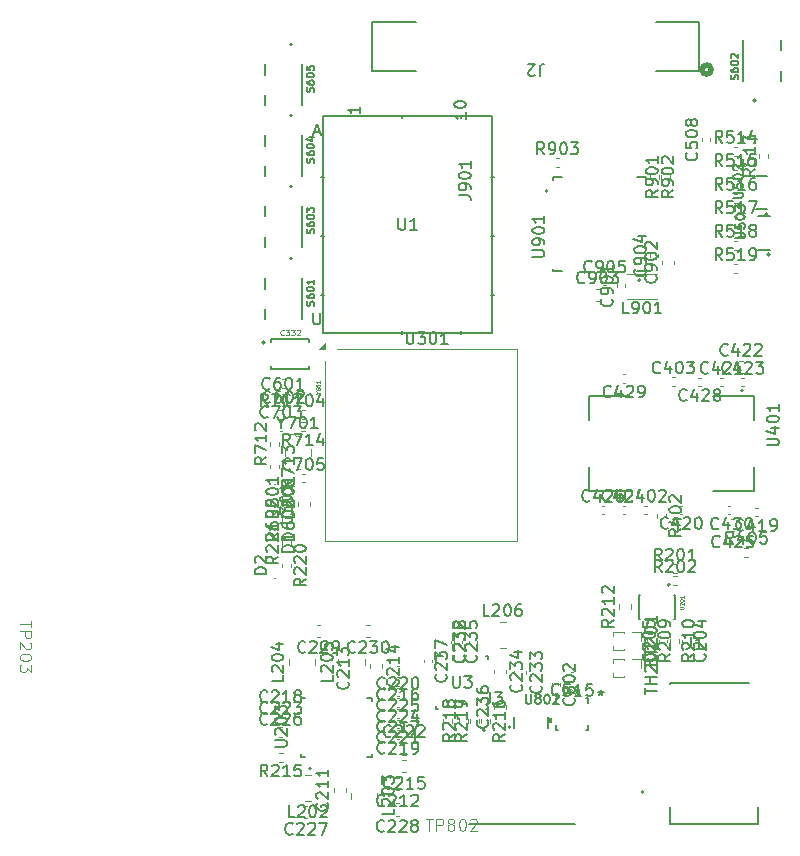
<source format=gbr>
%TF.GenerationSoftware,KiCad,Pcbnew,9.0.1*%
%TF.CreationDate,2025-07-01T18:44:37-06:00*%
%TF.ProjectId,MPU_MOD,4d50555f-4d4f-4442-9e6b-696361645f70,rev?*%
%TF.SameCoordinates,Original*%
%TF.FileFunction,Legend,Top*%
%TF.FilePolarity,Positive*%
%FSLAX46Y46*%
G04 Gerber Fmt 4.6, Leading zero omitted, Abs format (unit mm)*
G04 Created by KiCad (PCBNEW 9.0.1) date 2025-07-01 18:44:37*
%MOMM*%
%LPD*%
G01*
G04 APERTURE LIST*
%ADD10C,0.150000*%
%ADD11C,0.080100*%
%ADD12C,0.100000*%
%ADD13C,0.098425*%
%ADD14C,0.120198*%
%ADD15C,0.080023*%
%ADD16C,0.120000*%
%ADD17C,0.127000*%
%ADD18C,0.200000*%
%ADD19C,0.152400*%
%ADD20C,0.025400*%
%ADD21C,0.508000*%
G04 APERTURE END LIST*
D10*
X78605952Y-90419580D02*
X78558333Y-90467200D01*
X78558333Y-90467200D02*
X78415476Y-90514819D01*
X78415476Y-90514819D02*
X78320238Y-90514819D01*
X78320238Y-90514819D02*
X78177381Y-90467200D01*
X78177381Y-90467200D02*
X78082143Y-90371961D01*
X78082143Y-90371961D02*
X78034524Y-90276723D01*
X78034524Y-90276723D02*
X77986905Y-90086247D01*
X77986905Y-90086247D02*
X77986905Y-89943390D01*
X77986905Y-89943390D02*
X78034524Y-89752914D01*
X78034524Y-89752914D02*
X78082143Y-89657676D01*
X78082143Y-89657676D02*
X78177381Y-89562438D01*
X78177381Y-89562438D02*
X78320238Y-89514819D01*
X78320238Y-89514819D02*
X78415476Y-89514819D01*
X78415476Y-89514819D02*
X78558333Y-89562438D01*
X78558333Y-89562438D02*
X78605952Y-89610057D01*
X78986905Y-89610057D02*
X79034524Y-89562438D01*
X79034524Y-89562438D02*
X79129762Y-89514819D01*
X79129762Y-89514819D02*
X79367857Y-89514819D01*
X79367857Y-89514819D02*
X79463095Y-89562438D01*
X79463095Y-89562438D02*
X79510714Y-89610057D01*
X79510714Y-89610057D02*
X79558333Y-89705295D01*
X79558333Y-89705295D02*
X79558333Y-89800533D01*
X79558333Y-89800533D02*
X79510714Y-89943390D01*
X79510714Y-89943390D02*
X78939286Y-90514819D01*
X78939286Y-90514819D02*
X79558333Y-90514819D01*
X80510714Y-90514819D02*
X79939286Y-90514819D01*
X80225000Y-90514819D02*
X80225000Y-89514819D01*
X80225000Y-89514819D02*
X80129762Y-89657676D01*
X80129762Y-89657676D02*
X80034524Y-89752914D01*
X80034524Y-89752914D02*
X79939286Y-89800533D01*
X81367857Y-89514819D02*
X81177381Y-89514819D01*
X81177381Y-89514819D02*
X81082143Y-89562438D01*
X81082143Y-89562438D02*
X81034524Y-89610057D01*
X81034524Y-89610057D02*
X80939286Y-89752914D01*
X80939286Y-89752914D02*
X80891667Y-89943390D01*
X80891667Y-89943390D02*
X80891667Y-90324342D01*
X80891667Y-90324342D02*
X80939286Y-90419580D01*
X80939286Y-90419580D02*
X80986905Y-90467200D01*
X80986905Y-90467200D02*
X81082143Y-90514819D01*
X81082143Y-90514819D02*
X81272619Y-90514819D01*
X81272619Y-90514819D02*
X81367857Y-90467200D01*
X81367857Y-90467200D02*
X81415476Y-90419580D01*
X81415476Y-90419580D02*
X81463095Y-90324342D01*
X81463095Y-90324342D02*
X81463095Y-90086247D01*
X81463095Y-90086247D02*
X81415476Y-89991009D01*
X81415476Y-89991009D02*
X81367857Y-89943390D01*
X81367857Y-89943390D02*
X81272619Y-89895771D01*
X81272619Y-89895771D02*
X81082143Y-89895771D01*
X81082143Y-89895771D02*
X80986905Y-89943390D01*
X80986905Y-89943390D02*
X80939286Y-89991009D01*
X80939286Y-89991009D02*
X80891667Y-90086247D01*
D11*
X72989180Y-64453396D02*
X73141751Y-64453396D01*
X72821353Y-64560195D02*
X72989180Y-64453396D01*
X72989180Y-64453396D02*
X72821353Y-64346597D01*
X72821353Y-64102484D02*
X72821353Y-64163512D01*
X72821353Y-64163512D02*
X72836610Y-64194026D01*
X72836610Y-64194026D02*
X72851867Y-64209283D01*
X72851867Y-64209283D02*
X72897638Y-64239797D01*
X72897638Y-64239797D02*
X72958666Y-64255054D01*
X72958666Y-64255054D02*
X73080722Y-64255054D01*
X73080722Y-64255054D02*
X73111236Y-64239797D01*
X73111236Y-64239797D02*
X73126494Y-64224540D01*
X73126494Y-64224540D02*
X73141751Y-64194026D01*
X73141751Y-64194026D02*
X73141751Y-64132998D01*
X73141751Y-64132998D02*
X73126494Y-64102484D01*
X73126494Y-64102484D02*
X73111236Y-64087227D01*
X73111236Y-64087227D02*
X73080722Y-64071970D01*
X73080722Y-64071970D02*
X73004437Y-64071970D01*
X73004437Y-64071970D02*
X72973923Y-64087227D01*
X72973923Y-64087227D02*
X72958666Y-64102484D01*
X72958666Y-64102484D02*
X72943409Y-64132998D01*
X72943409Y-64132998D02*
X72943409Y-64194026D01*
X72943409Y-64194026D02*
X72958666Y-64224540D01*
X72958666Y-64224540D02*
X72973923Y-64239797D01*
X72973923Y-64239797D02*
X73004437Y-64255054D01*
X72821353Y-63873628D02*
X72821353Y-63843114D01*
X72821353Y-63843114D02*
X72836610Y-63812600D01*
X72836610Y-63812600D02*
X72851867Y-63797343D01*
X72851867Y-63797343D02*
X72882381Y-63782086D01*
X72882381Y-63782086D02*
X72943409Y-63766829D01*
X72943409Y-63766829D02*
X73019694Y-63766829D01*
X73019694Y-63766829D02*
X73080722Y-63782086D01*
X73080722Y-63782086D02*
X73111236Y-63797343D01*
X73111236Y-63797343D02*
X73126494Y-63812600D01*
X73126494Y-63812600D02*
X73141751Y-63843114D01*
X73141751Y-63843114D02*
X73141751Y-63873628D01*
X73141751Y-63873628D02*
X73126494Y-63904142D01*
X73126494Y-63904142D02*
X73111236Y-63919399D01*
X73111236Y-63919399D02*
X73080722Y-63934656D01*
X73080722Y-63934656D02*
X73019694Y-63949913D01*
X73019694Y-63949913D02*
X72943409Y-63949913D01*
X72943409Y-63949913D02*
X72882381Y-63934656D01*
X72882381Y-63934656D02*
X72851867Y-63919399D01*
X72851867Y-63919399D02*
X72836610Y-63904142D01*
X72836610Y-63904142D02*
X72821353Y-63873628D01*
X73141751Y-63461688D02*
X73141751Y-63644772D01*
X73141751Y-63553230D02*
X72821353Y-63553230D01*
X72821353Y-63553230D02*
X72867124Y-63583744D01*
X72867124Y-63583744D02*
X72897638Y-63614258D01*
X72897638Y-63614258D02*
X72912895Y-63644772D01*
D10*
X80459129Y-59332219D02*
X80459129Y-60141742D01*
X80459129Y-60141742D02*
X80506748Y-60236980D01*
X80506748Y-60236980D02*
X80554367Y-60284600D01*
X80554367Y-60284600D02*
X80649605Y-60332219D01*
X80649605Y-60332219D02*
X80840081Y-60332219D01*
X80840081Y-60332219D02*
X80935319Y-60284600D01*
X80935319Y-60284600D02*
X80982938Y-60236980D01*
X80982938Y-60236980D02*
X81030557Y-60141742D01*
X81030557Y-60141742D02*
X81030557Y-59332219D01*
X81411510Y-59332219D02*
X82030557Y-59332219D01*
X82030557Y-59332219D02*
X81697224Y-59713171D01*
X81697224Y-59713171D02*
X81840081Y-59713171D01*
X81840081Y-59713171D02*
X81935319Y-59760790D01*
X81935319Y-59760790D02*
X81982938Y-59808409D01*
X81982938Y-59808409D02*
X82030557Y-59903647D01*
X82030557Y-59903647D02*
X82030557Y-60141742D01*
X82030557Y-60141742D02*
X81982938Y-60236980D01*
X81982938Y-60236980D02*
X81935319Y-60284600D01*
X81935319Y-60284600D02*
X81840081Y-60332219D01*
X81840081Y-60332219D02*
X81554367Y-60332219D01*
X81554367Y-60332219D02*
X81459129Y-60284600D01*
X81459129Y-60284600D02*
X81411510Y-60236980D01*
X82649605Y-59332219D02*
X82744843Y-59332219D01*
X82744843Y-59332219D02*
X82840081Y-59379838D01*
X82840081Y-59379838D02*
X82887700Y-59427457D01*
X82887700Y-59427457D02*
X82935319Y-59522695D01*
X82935319Y-59522695D02*
X82982938Y-59713171D01*
X82982938Y-59713171D02*
X82982938Y-59951266D01*
X82982938Y-59951266D02*
X82935319Y-60141742D01*
X82935319Y-60141742D02*
X82887700Y-60236980D01*
X82887700Y-60236980D02*
X82840081Y-60284600D01*
X82840081Y-60284600D02*
X82744843Y-60332219D01*
X82744843Y-60332219D02*
X82649605Y-60332219D01*
X82649605Y-60332219D02*
X82554367Y-60284600D01*
X82554367Y-60284600D02*
X82506748Y-60236980D01*
X82506748Y-60236980D02*
X82459129Y-60141742D01*
X82459129Y-60141742D02*
X82411510Y-59951266D01*
X82411510Y-59951266D02*
X82411510Y-59713171D01*
X82411510Y-59713171D02*
X82459129Y-59522695D01*
X82459129Y-59522695D02*
X82506748Y-59427457D01*
X82506748Y-59427457D02*
X82554367Y-59379838D01*
X82554367Y-59379838D02*
X82649605Y-59332219D01*
X83935319Y-60332219D02*
X83363891Y-60332219D01*
X83649605Y-60332219D02*
X83649605Y-59332219D01*
X83649605Y-59332219D02*
X83554367Y-59475076D01*
X83554367Y-59475076D02*
X83459129Y-59570314D01*
X83459129Y-59570314D02*
X83363891Y-59617933D01*
X97817080Y-56524047D02*
X97864700Y-56571666D01*
X97864700Y-56571666D02*
X97912319Y-56714523D01*
X97912319Y-56714523D02*
X97912319Y-56809761D01*
X97912319Y-56809761D02*
X97864700Y-56952618D01*
X97864700Y-56952618D02*
X97769461Y-57047856D01*
X97769461Y-57047856D02*
X97674223Y-57095475D01*
X97674223Y-57095475D02*
X97483747Y-57143094D01*
X97483747Y-57143094D02*
X97340890Y-57143094D01*
X97340890Y-57143094D02*
X97150414Y-57095475D01*
X97150414Y-57095475D02*
X97055176Y-57047856D01*
X97055176Y-57047856D02*
X96959938Y-56952618D01*
X96959938Y-56952618D02*
X96912319Y-56809761D01*
X96912319Y-56809761D02*
X96912319Y-56714523D01*
X96912319Y-56714523D02*
X96959938Y-56571666D01*
X96959938Y-56571666D02*
X97007557Y-56524047D01*
X97912319Y-56047856D02*
X97912319Y-55857380D01*
X97912319Y-55857380D02*
X97864700Y-55762142D01*
X97864700Y-55762142D02*
X97817080Y-55714523D01*
X97817080Y-55714523D02*
X97674223Y-55619285D01*
X97674223Y-55619285D02*
X97483747Y-55571666D01*
X97483747Y-55571666D02*
X97102795Y-55571666D01*
X97102795Y-55571666D02*
X97007557Y-55619285D01*
X97007557Y-55619285D02*
X96959938Y-55666904D01*
X96959938Y-55666904D02*
X96912319Y-55762142D01*
X96912319Y-55762142D02*
X96912319Y-55952618D01*
X96912319Y-55952618D02*
X96959938Y-56047856D01*
X96959938Y-56047856D02*
X97007557Y-56095475D01*
X97007557Y-56095475D02*
X97102795Y-56143094D01*
X97102795Y-56143094D02*
X97340890Y-56143094D01*
X97340890Y-56143094D02*
X97436128Y-56095475D01*
X97436128Y-56095475D02*
X97483747Y-56047856D01*
X97483747Y-56047856D02*
X97531366Y-55952618D01*
X97531366Y-55952618D02*
X97531366Y-55762142D01*
X97531366Y-55762142D02*
X97483747Y-55666904D01*
X97483747Y-55666904D02*
X97436128Y-55619285D01*
X97436128Y-55619285D02*
X97340890Y-55571666D01*
X96912319Y-54952618D02*
X96912319Y-54857380D01*
X96912319Y-54857380D02*
X96959938Y-54762142D01*
X96959938Y-54762142D02*
X97007557Y-54714523D01*
X97007557Y-54714523D02*
X97102795Y-54666904D01*
X97102795Y-54666904D02*
X97293271Y-54619285D01*
X97293271Y-54619285D02*
X97531366Y-54619285D01*
X97531366Y-54619285D02*
X97721842Y-54666904D01*
X97721842Y-54666904D02*
X97817080Y-54714523D01*
X97817080Y-54714523D02*
X97864700Y-54762142D01*
X97864700Y-54762142D02*
X97912319Y-54857380D01*
X97912319Y-54857380D02*
X97912319Y-54952618D01*
X97912319Y-54952618D02*
X97864700Y-55047856D01*
X97864700Y-55047856D02*
X97817080Y-55095475D01*
X97817080Y-55095475D02*
X97721842Y-55143094D01*
X97721842Y-55143094D02*
X97531366Y-55190713D01*
X97531366Y-55190713D02*
X97293271Y-55190713D01*
X97293271Y-55190713D02*
X97102795Y-55143094D01*
X97102795Y-55143094D02*
X97007557Y-55095475D01*
X97007557Y-55095475D02*
X96959938Y-55047856D01*
X96959938Y-55047856D02*
X96912319Y-54952618D01*
X97912319Y-53666904D02*
X97912319Y-54238332D01*
X97912319Y-53952618D02*
X96912319Y-53952618D01*
X96912319Y-53952618D02*
X97055176Y-54047856D01*
X97055176Y-54047856D02*
X97150414Y-54143094D01*
X97150414Y-54143094D02*
X97198033Y-54238332D01*
X68680952Y-96949819D02*
X68347619Y-96473628D01*
X68109524Y-96949819D02*
X68109524Y-95949819D01*
X68109524Y-95949819D02*
X68490476Y-95949819D01*
X68490476Y-95949819D02*
X68585714Y-95997438D01*
X68585714Y-95997438D02*
X68633333Y-96045057D01*
X68633333Y-96045057D02*
X68680952Y-96140295D01*
X68680952Y-96140295D02*
X68680952Y-96283152D01*
X68680952Y-96283152D02*
X68633333Y-96378390D01*
X68633333Y-96378390D02*
X68585714Y-96426009D01*
X68585714Y-96426009D02*
X68490476Y-96473628D01*
X68490476Y-96473628D02*
X68109524Y-96473628D01*
X69061905Y-96045057D02*
X69109524Y-95997438D01*
X69109524Y-95997438D02*
X69204762Y-95949819D01*
X69204762Y-95949819D02*
X69442857Y-95949819D01*
X69442857Y-95949819D02*
X69538095Y-95997438D01*
X69538095Y-95997438D02*
X69585714Y-96045057D01*
X69585714Y-96045057D02*
X69633333Y-96140295D01*
X69633333Y-96140295D02*
X69633333Y-96235533D01*
X69633333Y-96235533D02*
X69585714Y-96378390D01*
X69585714Y-96378390D02*
X69014286Y-96949819D01*
X69014286Y-96949819D02*
X69633333Y-96949819D01*
X70585714Y-96949819D02*
X70014286Y-96949819D01*
X70300000Y-96949819D02*
X70300000Y-95949819D01*
X70300000Y-95949819D02*
X70204762Y-96092676D01*
X70204762Y-96092676D02*
X70109524Y-96187914D01*
X70109524Y-96187914D02*
X70014286Y-96235533D01*
X71490476Y-95949819D02*
X71014286Y-95949819D01*
X71014286Y-95949819D02*
X70966667Y-96426009D01*
X70966667Y-96426009D02*
X71014286Y-96378390D01*
X71014286Y-96378390D02*
X71109524Y-96330771D01*
X71109524Y-96330771D02*
X71347619Y-96330771D01*
X71347619Y-96330771D02*
X71442857Y-96378390D01*
X71442857Y-96378390D02*
X71490476Y-96426009D01*
X71490476Y-96426009D02*
X71538095Y-96521247D01*
X71538095Y-96521247D02*
X71538095Y-96759342D01*
X71538095Y-96759342D02*
X71490476Y-96854580D01*
X71490476Y-96854580D02*
X71442857Y-96902200D01*
X71442857Y-96902200D02*
X71347619Y-96949819D01*
X71347619Y-96949819D02*
X71109524Y-96949819D01*
X71109524Y-96949819D02*
X71014286Y-96902200D01*
X71014286Y-96902200D02*
X70966667Y-96854580D01*
X72594200Y-57076643D02*
X72624676Y-56985214D01*
X72624676Y-56985214D02*
X72624676Y-56832833D01*
X72624676Y-56832833D02*
X72594200Y-56771881D01*
X72594200Y-56771881D02*
X72563723Y-56741405D01*
X72563723Y-56741405D02*
X72502771Y-56710928D01*
X72502771Y-56710928D02*
X72441819Y-56710928D01*
X72441819Y-56710928D02*
X72380866Y-56741405D01*
X72380866Y-56741405D02*
X72350390Y-56771881D01*
X72350390Y-56771881D02*
X72319914Y-56832833D01*
X72319914Y-56832833D02*
X72289438Y-56954738D01*
X72289438Y-56954738D02*
X72258961Y-57015690D01*
X72258961Y-57015690D02*
X72228485Y-57046167D01*
X72228485Y-57046167D02*
X72167533Y-57076643D01*
X72167533Y-57076643D02*
X72106580Y-57076643D01*
X72106580Y-57076643D02*
X72045628Y-57046167D01*
X72045628Y-57046167D02*
X72015152Y-57015690D01*
X72015152Y-57015690D02*
X71984676Y-56954738D01*
X71984676Y-56954738D02*
X71984676Y-56802357D01*
X71984676Y-56802357D02*
X72015152Y-56710928D01*
X71984676Y-56162357D02*
X71984676Y-56284262D01*
X71984676Y-56284262D02*
X72015152Y-56345214D01*
X72015152Y-56345214D02*
X72045628Y-56375690D01*
X72045628Y-56375690D02*
X72137057Y-56436643D01*
X72137057Y-56436643D02*
X72258961Y-56467119D01*
X72258961Y-56467119D02*
X72502771Y-56467119D01*
X72502771Y-56467119D02*
X72563723Y-56436643D01*
X72563723Y-56436643D02*
X72594200Y-56406166D01*
X72594200Y-56406166D02*
X72624676Y-56345214D01*
X72624676Y-56345214D02*
X72624676Y-56223309D01*
X72624676Y-56223309D02*
X72594200Y-56162357D01*
X72594200Y-56162357D02*
X72563723Y-56131881D01*
X72563723Y-56131881D02*
X72502771Y-56101404D01*
X72502771Y-56101404D02*
X72350390Y-56101404D01*
X72350390Y-56101404D02*
X72289438Y-56131881D01*
X72289438Y-56131881D02*
X72258961Y-56162357D01*
X72258961Y-56162357D02*
X72228485Y-56223309D01*
X72228485Y-56223309D02*
X72228485Y-56345214D01*
X72228485Y-56345214D02*
X72258961Y-56406166D01*
X72258961Y-56406166D02*
X72289438Y-56436643D01*
X72289438Y-56436643D02*
X72350390Y-56467119D01*
X71984676Y-55705214D02*
X71984676Y-55644261D01*
X71984676Y-55644261D02*
X72015152Y-55583309D01*
X72015152Y-55583309D02*
X72045628Y-55552833D01*
X72045628Y-55552833D02*
X72106580Y-55522357D01*
X72106580Y-55522357D02*
X72228485Y-55491880D01*
X72228485Y-55491880D02*
X72380866Y-55491880D01*
X72380866Y-55491880D02*
X72502771Y-55522357D01*
X72502771Y-55522357D02*
X72563723Y-55552833D01*
X72563723Y-55552833D02*
X72594200Y-55583309D01*
X72594200Y-55583309D02*
X72624676Y-55644261D01*
X72624676Y-55644261D02*
X72624676Y-55705214D01*
X72624676Y-55705214D02*
X72594200Y-55766166D01*
X72594200Y-55766166D02*
X72563723Y-55796642D01*
X72563723Y-55796642D02*
X72502771Y-55827119D01*
X72502771Y-55827119D02*
X72380866Y-55857595D01*
X72380866Y-55857595D02*
X72228485Y-55857595D01*
X72228485Y-55857595D02*
X72106580Y-55827119D01*
X72106580Y-55827119D02*
X72045628Y-55796642D01*
X72045628Y-55796642D02*
X72015152Y-55766166D01*
X72015152Y-55766166D02*
X71984676Y-55705214D01*
X72624676Y-54882356D02*
X72624676Y-55248071D01*
X72624676Y-55065214D02*
X71984676Y-55065214D01*
X71984676Y-55065214D02*
X72076104Y-55126166D01*
X72076104Y-55126166D02*
X72137057Y-55187118D01*
X72137057Y-55187118D02*
X72167533Y-55248071D01*
X78555952Y-101539580D02*
X78508333Y-101587200D01*
X78508333Y-101587200D02*
X78365476Y-101634819D01*
X78365476Y-101634819D02*
X78270238Y-101634819D01*
X78270238Y-101634819D02*
X78127381Y-101587200D01*
X78127381Y-101587200D02*
X78032143Y-101491961D01*
X78032143Y-101491961D02*
X77984524Y-101396723D01*
X77984524Y-101396723D02*
X77936905Y-101206247D01*
X77936905Y-101206247D02*
X77936905Y-101063390D01*
X77936905Y-101063390D02*
X77984524Y-100872914D01*
X77984524Y-100872914D02*
X78032143Y-100777676D01*
X78032143Y-100777676D02*
X78127381Y-100682438D01*
X78127381Y-100682438D02*
X78270238Y-100634819D01*
X78270238Y-100634819D02*
X78365476Y-100634819D01*
X78365476Y-100634819D02*
X78508333Y-100682438D01*
X78508333Y-100682438D02*
X78555952Y-100730057D01*
X78936905Y-100730057D02*
X78984524Y-100682438D01*
X78984524Y-100682438D02*
X79079762Y-100634819D01*
X79079762Y-100634819D02*
X79317857Y-100634819D01*
X79317857Y-100634819D02*
X79413095Y-100682438D01*
X79413095Y-100682438D02*
X79460714Y-100730057D01*
X79460714Y-100730057D02*
X79508333Y-100825295D01*
X79508333Y-100825295D02*
X79508333Y-100920533D01*
X79508333Y-100920533D02*
X79460714Y-101063390D01*
X79460714Y-101063390D02*
X78889286Y-101634819D01*
X78889286Y-101634819D02*
X79508333Y-101634819D01*
X79889286Y-100730057D02*
X79936905Y-100682438D01*
X79936905Y-100682438D02*
X80032143Y-100634819D01*
X80032143Y-100634819D02*
X80270238Y-100634819D01*
X80270238Y-100634819D02*
X80365476Y-100682438D01*
X80365476Y-100682438D02*
X80413095Y-100730057D01*
X80413095Y-100730057D02*
X80460714Y-100825295D01*
X80460714Y-100825295D02*
X80460714Y-100920533D01*
X80460714Y-100920533D02*
X80413095Y-101063390D01*
X80413095Y-101063390D02*
X79841667Y-101634819D01*
X79841667Y-101634819D02*
X80460714Y-101634819D01*
X81032143Y-101063390D02*
X80936905Y-101015771D01*
X80936905Y-101015771D02*
X80889286Y-100968152D01*
X80889286Y-100968152D02*
X80841667Y-100872914D01*
X80841667Y-100872914D02*
X80841667Y-100825295D01*
X80841667Y-100825295D02*
X80889286Y-100730057D01*
X80889286Y-100730057D02*
X80936905Y-100682438D01*
X80936905Y-100682438D02*
X81032143Y-100634819D01*
X81032143Y-100634819D02*
X81222619Y-100634819D01*
X81222619Y-100634819D02*
X81317857Y-100682438D01*
X81317857Y-100682438D02*
X81365476Y-100730057D01*
X81365476Y-100730057D02*
X81413095Y-100825295D01*
X81413095Y-100825295D02*
X81413095Y-100872914D01*
X81413095Y-100872914D02*
X81365476Y-100968152D01*
X81365476Y-100968152D02*
X81317857Y-101015771D01*
X81317857Y-101015771D02*
X81222619Y-101063390D01*
X81222619Y-101063390D02*
X81032143Y-101063390D01*
X81032143Y-101063390D02*
X80936905Y-101111009D01*
X80936905Y-101111009D02*
X80889286Y-101158628D01*
X80889286Y-101158628D02*
X80841667Y-101253866D01*
X80841667Y-101253866D02*
X80841667Y-101444342D01*
X80841667Y-101444342D02*
X80889286Y-101539580D01*
X80889286Y-101539580D02*
X80936905Y-101587200D01*
X80936905Y-101587200D02*
X81032143Y-101634819D01*
X81032143Y-101634819D02*
X81222619Y-101634819D01*
X81222619Y-101634819D02*
X81317857Y-101587200D01*
X81317857Y-101587200D02*
X81365476Y-101539580D01*
X81365476Y-101539580D02*
X81413095Y-101444342D01*
X81413095Y-101444342D02*
X81413095Y-101253866D01*
X81413095Y-101253866D02*
X81365476Y-101158628D01*
X81365476Y-101158628D02*
X81317857Y-101111009D01*
X81317857Y-101111009D02*
X81222619Y-101063390D01*
X70805952Y-101789580D02*
X70758333Y-101837200D01*
X70758333Y-101837200D02*
X70615476Y-101884819D01*
X70615476Y-101884819D02*
X70520238Y-101884819D01*
X70520238Y-101884819D02*
X70377381Y-101837200D01*
X70377381Y-101837200D02*
X70282143Y-101741961D01*
X70282143Y-101741961D02*
X70234524Y-101646723D01*
X70234524Y-101646723D02*
X70186905Y-101456247D01*
X70186905Y-101456247D02*
X70186905Y-101313390D01*
X70186905Y-101313390D02*
X70234524Y-101122914D01*
X70234524Y-101122914D02*
X70282143Y-101027676D01*
X70282143Y-101027676D02*
X70377381Y-100932438D01*
X70377381Y-100932438D02*
X70520238Y-100884819D01*
X70520238Y-100884819D02*
X70615476Y-100884819D01*
X70615476Y-100884819D02*
X70758333Y-100932438D01*
X70758333Y-100932438D02*
X70805952Y-100980057D01*
X71186905Y-100980057D02*
X71234524Y-100932438D01*
X71234524Y-100932438D02*
X71329762Y-100884819D01*
X71329762Y-100884819D02*
X71567857Y-100884819D01*
X71567857Y-100884819D02*
X71663095Y-100932438D01*
X71663095Y-100932438D02*
X71710714Y-100980057D01*
X71710714Y-100980057D02*
X71758333Y-101075295D01*
X71758333Y-101075295D02*
X71758333Y-101170533D01*
X71758333Y-101170533D02*
X71710714Y-101313390D01*
X71710714Y-101313390D02*
X71139286Y-101884819D01*
X71139286Y-101884819D02*
X71758333Y-101884819D01*
X72139286Y-100980057D02*
X72186905Y-100932438D01*
X72186905Y-100932438D02*
X72282143Y-100884819D01*
X72282143Y-100884819D02*
X72520238Y-100884819D01*
X72520238Y-100884819D02*
X72615476Y-100932438D01*
X72615476Y-100932438D02*
X72663095Y-100980057D01*
X72663095Y-100980057D02*
X72710714Y-101075295D01*
X72710714Y-101075295D02*
X72710714Y-101170533D01*
X72710714Y-101170533D02*
X72663095Y-101313390D01*
X72663095Y-101313390D02*
X72091667Y-101884819D01*
X72091667Y-101884819D02*
X72710714Y-101884819D01*
X73044048Y-100884819D02*
X73710714Y-100884819D01*
X73710714Y-100884819D02*
X73282143Y-101884819D01*
X75489580Y-88919047D02*
X75537200Y-88966666D01*
X75537200Y-88966666D02*
X75584819Y-89109523D01*
X75584819Y-89109523D02*
X75584819Y-89204761D01*
X75584819Y-89204761D02*
X75537200Y-89347618D01*
X75537200Y-89347618D02*
X75441961Y-89442856D01*
X75441961Y-89442856D02*
X75346723Y-89490475D01*
X75346723Y-89490475D02*
X75156247Y-89538094D01*
X75156247Y-89538094D02*
X75013390Y-89538094D01*
X75013390Y-89538094D02*
X74822914Y-89490475D01*
X74822914Y-89490475D02*
X74727676Y-89442856D01*
X74727676Y-89442856D02*
X74632438Y-89347618D01*
X74632438Y-89347618D02*
X74584819Y-89204761D01*
X74584819Y-89204761D02*
X74584819Y-89109523D01*
X74584819Y-89109523D02*
X74632438Y-88966666D01*
X74632438Y-88966666D02*
X74680057Y-88919047D01*
X74680057Y-88538094D02*
X74632438Y-88490475D01*
X74632438Y-88490475D02*
X74584819Y-88395237D01*
X74584819Y-88395237D02*
X74584819Y-88157142D01*
X74584819Y-88157142D02*
X74632438Y-88061904D01*
X74632438Y-88061904D02*
X74680057Y-88014285D01*
X74680057Y-88014285D02*
X74775295Y-87966666D01*
X74775295Y-87966666D02*
X74870533Y-87966666D01*
X74870533Y-87966666D02*
X75013390Y-88014285D01*
X75013390Y-88014285D02*
X75584819Y-88585713D01*
X75584819Y-88585713D02*
X75584819Y-87966666D01*
X75584819Y-87014285D02*
X75584819Y-87585713D01*
X75584819Y-87299999D02*
X74584819Y-87299999D01*
X74584819Y-87299999D02*
X74727676Y-87395237D01*
X74727676Y-87395237D02*
X74822914Y-87490475D01*
X74822914Y-87490475D02*
X74870533Y-87585713D01*
X74584819Y-86680951D02*
X74584819Y-86061904D01*
X74584819Y-86061904D02*
X74965771Y-86395237D01*
X74965771Y-86395237D02*
X74965771Y-86252380D01*
X74965771Y-86252380D02*
X75013390Y-86157142D01*
X75013390Y-86157142D02*
X75061009Y-86109523D01*
X75061009Y-86109523D02*
X75156247Y-86061904D01*
X75156247Y-86061904D02*
X75394342Y-86061904D01*
X75394342Y-86061904D02*
X75489580Y-86109523D01*
X75489580Y-86109523D02*
X75537200Y-86157142D01*
X75537200Y-86157142D02*
X75584819Y-86252380D01*
X75584819Y-86252380D02*
X75584819Y-86538094D01*
X75584819Y-86538094D02*
X75537200Y-86633332D01*
X75537200Y-86633332D02*
X75489580Y-86680951D01*
X87541666Y-89809819D02*
X87541666Y-90524104D01*
X87541666Y-90524104D02*
X87494047Y-90666961D01*
X87494047Y-90666961D02*
X87398809Y-90762200D01*
X87398809Y-90762200D02*
X87255952Y-90809819D01*
X87255952Y-90809819D02*
X87160714Y-90809819D01*
X87922619Y-89809819D02*
X88541666Y-89809819D01*
X88541666Y-89809819D02*
X88208333Y-90190771D01*
X88208333Y-90190771D02*
X88351190Y-90190771D01*
X88351190Y-90190771D02*
X88446428Y-90238390D01*
X88446428Y-90238390D02*
X88494047Y-90286009D01*
X88494047Y-90286009D02*
X88541666Y-90381247D01*
X88541666Y-90381247D02*
X88541666Y-90619342D01*
X88541666Y-90619342D02*
X88494047Y-90714580D01*
X88494047Y-90714580D02*
X88446428Y-90762200D01*
X88446428Y-90762200D02*
X88351190Y-90809819D01*
X88351190Y-90809819D02*
X88065476Y-90809819D01*
X88065476Y-90809819D02*
X87970238Y-90762200D01*
X87970238Y-90762200D02*
X87922619Y-90714580D01*
X86315480Y-86679747D02*
X86363100Y-86727366D01*
X86363100Y-86727366D02*
X86410719Y-86870223D01*
X86410719Y-86870223D02*
X86410719Y-86965461D01*
X86410719Y-86965461D02*
X86363100Y-87108318D01*
X86363100Y-87108318D02*
X86267861Y-87203556D01*
X86267861Y-87203556D02*
X86172623Y-87251175D01*
X86172623Y-87251175D02*
X85982147Y-87298794D01*
X85982147Y-87298794D02*
X85839290Y-87298794D01*
X85839290Y-87298794D02*
X85648814Y-87251175D01*
X85648814Y-87251175D02*
X85553576Y-87203556D01*
X85553576Y-87203556D02*
X85458338Y-87108318D01*
X85458338Y-87108318D02*
X85410719Y-86965461D01*
X85410719Y-86965461D02*
X85410719Y-86870223D01*
X85410719Y-86870223D02*
X85458338Y-86727366D01*
X85458338Y-86727366D02*
X85505957Y-86679747D01*
X85505957Y-86298794D02*
X85458338Y-86251175D01*
X85458338Y-86251175D02*
X85410719Y-86155937D01*
X85410719Y-86155937D02*
X85410719Y-85917842D01*
X85410719Y-85917842D02*
X85458338Y-85822604D01*
X85458338Y-85822604D02*
X85505957Y-85774985D01*
X85505957Y-85774985D02*
X85601195Y-85727366D01*
X85601195Y-85727366D02*
X85696433Y-85727366D01*
X85696433Y-85727366D02*
X85839290Y-85774985D01*
X85839290Y-85774985D02*
X86410719Y-86346413D01*
X86410719Y-86346413D02*
X86410719Y-85727366D01*
X85410719Y-85394032D02*
X85410719Y-84774985D01*
X85410719Y-84774985D02*
X85791671Y-85108318D01*
X85791671Y-85108318D02*
X85791671Y-84965461D01*
X85791671Y-84965461D02*
X85839290Y-84870223D01*
X85839290Y-84870223D02*
X85886909Y-84822604D01*
X85886909Y-84822604D02*
X85982147Y-84774985D01*
X85982147Y-84774985D02*
X86220242Y-84774985D01*
X86220242Y-84774985D02*
X86315480Y-84822604D01*
X86315480Y-84822604D02*
X86363100Y-84870223D01*
X86363100Y-84870223D02*
X86410719Y-84965461D01*
X86410719Y-84965461D02*
X86410719Y-85251175D01*
X86410719Y-85251175D02*
X86363100Y-85346413D01*
X86363100Y-85346413D02*
X86315480Y-85394032D01*
X85410719Y-83870223D02*
X85410719Y-84346413D01*
X85410719Y-84346413D02*
X85886909Y-84394032D01*
X85886909Y-84394032D02*
X85839290Y-84346413D01*
X85839290Y-84346413D02*
X85791671Y-84251175D01*
X85791671Y-84251175D02*
X85791671Y-84013080D01*
X85791671Y-84013080D02*
X85839290Y-83917842D01*
X85839290Y-83917842D02*
X85886909Y-83870223D01*
X85886909Y-83870223D02*
X85982147Y-83822604D01*
X85982147Y-83822604D02*
X86220242Y-83822604D01*
X86220242Y-83822604D02*
X86315480Y-83870223D01*
X86315480Y-83870223D02*
X86363100Y-83917842D01*
X86363100Y-83917842D02*
X86410719Y-84013080D01*
X86410719Y-84013080D02*
X86410719Y-84251175D01*
X86410719Y-84251175D02*
X86363100Y-84346413D01*
X86363100Y-84346413D02*
X86315480Y-84394032D01*
X70924819Y-77923094D02*
X69924819Y-77923094D01*
X69924819Y-77923094D02*
X69924819Y-77684999D01*
X69924819Y-77684999D02*
X69972438Y-77542142D01*
X69972438Y-77542142D02*
X70067676Y-77446904D01*
X70067676Y-77446904D02*
X70162914Y-77399285D01*
X70162914Y-77399285D02*
X70353390Y-77351666D01*
X70353390Y-77351666D02*
X70496247Y-77351666D01*
X70496247Y-77351666D02*
X70686723Y-77399285D01*
X70686723Y-77399285D02*
X70781961Y-77446904D01*
X70781961Y-77446904D02*
X70877200Y-77542142D01*
X70877200Y-77542142D02*
X70924819Y-77684999D01*
X70924819Y-77684999D02*
X70924819Y-77923094D01*
X70924819Y-76399285D02*
X70924819Y-76970713D01*
X70924819Y-76684999D02*
X69924819Y-76684999D01*
X69924819Y-76684999D02*
X70067676Y-76780237D01*
X70067676Y-76780237D02*
X70162914Y-76875475D01*
X70162914Y-76875475D02*
X70210533Y-76970713D01*
X91820480Y-89267247D02*
X91868100Y-89314866D01*
X91868100Y-89314866D02*
X91915719Y-89457723D01*
X91915719Y-89457723D02*
X91915719Y-89552961D01*
X91915719Y-89552961D02*
X91868100Y-89695818D01*
X91868100Y-89695818D02*
X91772861Y-89791056D01*
X91772861Y-89791056D02*
X91677623Y-89838675D01*
X91677623Y-89838675D02*
X91487147Y-89886294D01*
X91487147Y-89886294D02*
X91344290Y-89886294D01*
X91344290Y-89886294D02*
X91153814Y-89838675D01*
X91153814Y-89838675D02*
X91058576Y-89791056D01*
X91058576Y-89791056D02*
X90963338Y-89695818D01*
X90963338Y-89695818D02*
X90915719Y-89552961D01*
X90915719Y-89552961D02*
X90915719Y-89457723D01*
X90915719Y-89457723D02*
X90963338Y-89314866D01*
X90963338Y-89314866D02*
X91010957Y-89267247D01*
X91010957Y-88886294D02*
X90963338Y-88838675D01*
X90963338Y-88838675D02*
X90915719Y-88743437D01*
X90915719Y-88743437D02*
X90915719Y-88505342D01*
X90915719Y-88505342D02*
X90963338Y-88410104D01*
X90963338Y-88410104D02*
X91010957Y-88362485D01*
X91010957Y-88362485D02*
X91106195Y-88314866D01*
X91106195Y-88314866D02*
X91201433Y-88314866D01*
X91201433Y-88314866D02*
X91344290Y-88362485D01*
X91344290Y-88362485D02*
X91915719Y-88933913D01*
X91915719Y-88933913D02*
X91915719Y-88314866D01*
X90915719Y-87981532D02*
X90915719Y-87362485D01*
X90915719Y-87362485D02*
X91296671Y-87695818D01*
X91296671Y-87695818D02*
X91296671Y-87552961D01*
X91296671Y-87552961D02*
X91344290Y-87457723D01*
X91344290Y-87457723D02*
X91391909Y-87410104D01*
X91391909Y-87410104D02*
X91487147Y-87362485D01*
X91487147Y-87362485D02*
X91725242Y-87362485D01*
X91725242Y-87362485D02*
X91820480Y-87410104D01*
X91820480Y-87410104D02*
X91868100Y-87457723D01*
X91868100Y-87457723D02*
X91915719Y-87552961D01*
X91915719Y-87552961D02*
X91915719Y-87838675D01*
X91915719Y-87838675D02*
X91868100Y-87933913D01*
X91868100Y-87933913D02*
X91820480Y-87981532D01*
X90915719Y-87029151D02*
X90915719Y-86410104D01*
X90915719Y-86410104D02*
X91296671Y-86743437D01*
X91296671Y-86743437D02*
X91296671Y-86600580D01*
X91296671Y-86600580D02*
X91344290Y-86505342D01*
X91344290Y-86505342D02*
X91391909Y-86457723D01*
X91391909Y-86457723D02*
X91487147Y-86410104D01*
X91487147Y-86410104D02*
X91725242Y-86410104D01*
X91725242Y-86410104D02*
X91820480Y-86457723D01*
X91820480Y-86457723D02*
X91868100Y-86505342D01*
X91868100Y-86505342D02*
X91915719Y-86600580D01*
X91915719Y-86600580D02*
X91915719Y-86886294D01*
X91915719Y-86886294D02*
X91868100Y-86981532D01*
X91868100Y-86981532D02*
X91820480Y-87029151D01*
X79130952Y-97889580D02*
X79083333Y-97937200D01*
X79083333Y-97937200D02*
X78940476Y-97984819D01*
X78940476Y-97984819D02*
X78845238Y-97984819D01*
X78845238Y-97984819D02*
X78702381Y-97937200D01*
X78702381Y-97937200D02*
X78607143Y-97841961D01*
X78607143Y-97841961D02*
X78559524Y-97746723D01*
X78559524Y-97746723D02*
X78511905Y-97556247D01*
X78511905Y-97556247D02*
X78511905Y-97413390D01*
X78511905Y-97413390D02*
X78559524Y-97222914D01*
X78559524Y-97222914D02*
X78607143Y-97127676D01*
X78607143Y-97127676D02*
X78702381Y-97032438D01*
X78702381Y-97032438D02*
X78845238Y-96984819D01*
X78845238Y-96984819D02*
X78940476Y-96984819D01*
X78940476Y-96984819D02*
X79083333Y-97032438D01*
X79083333Y-97032438D02*
X79130952Y-97080057D01*
X79511905Y-97080057D02*
X79559524Y-97032438D01*
X79559524Y-97032438D02*
X79654762Y-96984819D01*
X79654762Y-96984819D02*
X79892857Y-96984819D01*
X79892857Y-96984819D02*
X79988095Y-97032438D01*
X79988095Y-97032438D02*
X80035714Y-97080057D01*
X80035714Y-97080057D02*
X80083333Y-97175295D01*
X80083333Y-97175295D02*
X80083333Y-97270533D01*
X80083333Y-97270533D02*
X80035714Y-97413390D01*
X80035714Y-97413390D02*
X79464286Y-97984819D01*
X79464286Y-97984819D02*
X80083333Y-97984819D01*
X81035714Y-97984819D02*
X80464286Y-97984819D01*
X80750000Y-97984819D02*
X80750000Y-96984819D01*
X80750000Y-96984819D02*
X80654762Y-97127676D01*
X80654762Y-97127676D02*
X80559524Y-97222914D01*
X80559524Y-97222914D02*
X80464286Y-97270533D01*
X81940476Y-96984819D02*
X81464286Y-96984819D01*
X81464286Y-96984819D02*
X81416667Y-97461009D01*
X81416667Y-97461009D02*
X81464286Y-97413390D01*
X81464286Y-97413390D02*
X81559524Y-97365771D01*
X81559524Y-97365771D02*
X81797619Y-97365771D01*
X81797619Y-97365771D02*
X81892857Y-97413390D01*
X81892857Y-97413390D02*
X81940476Y-97461009D01*
X81940476Y-97461009D02*
X81988095Y-97556247D01*
X81988095Y-97556247D02*
X81988095Y-97794342D01*
X81988095Y-97794342D02*
X81940476Y-97889580D01*
X81940476Y-97889580D02*
X81892857Y-97937200D01*
X81892857Y-97937200D02*
X81797619Y-97984819D01*
X81797619Y-97984819D02*
X81559524Y-97984819D01*
X81559524Y-97984819D02*
X81464286Y-97937200D01*
X81464286Y-97937200D02*
X81416667Y-97889580D01*
X106854367Y-75936980D02*
X106806748Y-75984600D01*
X106806748Y-75984600D02*
X106663891Y-76032219D01*
X106663891Y-76032219D02*
X106568653Y-76032219D01*
X106568653Y-76032219D02*
X106425796Y-75984600D01*
X106425796Y-75984600D02*
X106330558Y-75889361D01*
X106330558Y-75889361D02*
X106282939Y-75794123D01*
X106282939Y-75794123D02*
X106235320Y-75603647D01*
X106235320Y-75603647D02*
X106235320Y-75460790D01*
X106235320Y-75460790D02*
X106282939Y-75270314D01*
X106282939Y-75270314D02*
X106330558Y-75175076D01*
X106330558Y-75175076D02*
X106425796Y-75079838D01*
X106425796Y-75079838D02*
X106568653Y-75032219D01*
X106568653Y-75032219D02*
X106663891Y-75032219D01*
X106663891Y-75032219D02*
X106806748Y-75079838D01*
X106806748Y-75079838D02*
X106854367Y-75127457D01*
X107711510Y-75365552D02*
X107711510Y-76032219D01*
X107473415Y-74984600D02*
X107235320Y-75698885D01*
X107235320Y-75698885D02*
X107854367Y-75698885D01*
X108140082Y-75032219D02*
X108759129Y-75032219D01*
X108759129Y-75032219D02*
X108425796Y-75413171D01*
X108425796Y-75413171D02*
X108568653Y-75413171D01*
X108568653Y-75413171D02*
X108663891Y-75460790D01*
X108663891Y-75460790D02*
X108711510Y-75508409D01*
X108711510Y-75508409D02*
X108759129Y-75603647D01*
X108759129Y-75603647D02*
X108759129Y-75841742D01*
X108759129Y-75841742D02*
X108711510Y-75936980D01*
X108711510Y-75936980D02*
X108663891Y-75984600D01*
X108663891Y-75984600D02*
X108568653Y-76032219D01*
X108568653Y-76032219D02*
X108282939Y-76032219D01*
X108282939Y-76032219D02*
X108187701Y-75984600D01*
X108187701Y-75984600D02*
X108140082Y-75936980D01*
X109378177Y-75032219D02*
X109473415Y-75032219D01*
X109473415Y-75032219D02*
X109568653Y-75079838D01*
X109568653Y-75079838D02*
X109616272Y-75127457D01*
X109616272Y-75127457D02*
X109663891Y-75222695D01*
X109663891Y-75222695D02*
X109711510Y-75413171D01*
X109711510Y-75413171D02*
X109711510Y-75651266D01*
X109711510Y-75651266D02*
X109663891Y-75841742D01*
X109663891Y-75841742D02*
X109616272Y-75936980D01*
X109616272Y-75936980D02*
X109568653Y-75984600D01*
X109568653Y-75984600D02*
X109473415Y-76032219D01*
X109473415Y-76032219D02*
X109378177Y-76032219D01*
X109378177Y-76032219D02*
X109282939Y-75984600D01*
X109282939Y-75984600D02*
X109235320Y-75936980D01*
X109235320Y-75936980D02*
X109187701Y-75841742D01*
X109187701Y-75841742D02*
X109140082Y-75651266D01*
X109140082Y-75651266D02*
X109140082Y-75413171D01*
X109140082Y-75413171D02*
X109187701Y-75222695D01*
X109187701Y-75222695D02*
X109235320Y-75127457D01*
X109235320Y-75127457D02*
X109282939Y-75079838D01*
X109282939Y-75079838D02*
X109378177Y-75032219D01*
X68690952Y-65584819D02*
X68357619Y-65108628D01*
X68119524Y-65584819D02*
X68119524Y-64584819D01*
X68119524Y-64584819D02*
X68500476Y-64584819D01*
X68500476Y-64584819D02*
X68595714Y-64632438D01*
X68595714Y-64632438D02*
X68643333Y-64680057D01*
X68643333Y-64680057D02*
X68690952Y-64775295D01*
X68690952Y-64775295D02*
X68690952Y-64918152D01*
X68690952Y-64918152D02*
X68643333Y-65013390D01*
X68643333Y-65013390D02*
X68595714Y-65061009D01*
X68595714Y-65061009D02*
X68500476Y-65108628D01*
X68500476Y-65108628D02*
X68119524Y-65108628D01*
X69024286Y-64584819D02*
X69690952Y-64584819D01*
X69690952Y-64584819D02*
X69262381Y-65584819D01*
X70595714Y-65584819D02*
X70024286Y-65584819D01*
X70310000Y-65584819D02*
X70310000Y-64584819D01*
X70310000Y-64584819D02*
X70214762Y-64727676D01*
X70214762Y-64727676D02*
X70119524Y-64822914D01*
X70119524Y-64822914D02*
X70024286Y-64870533D01*
X71548095Y-65584819D02*
X70976667Y-65584819D01*
X71262381Y-65584819D02*
X71262381Y-64584819D01*
X71262381Y-64584819D02*
X71167143Y-64727676D01*
X71167143Y-64727676D02*
X71071905Y-64822914D01*
X71071905Y-64822914D02*
X70976667Y-64870533D01*
X68670952Y-92472080D02*
X68623333Y-92519700D01*
X68623333Y-92519700D02*
X68480476Y-92567319D01*
X68480476Y-92567319D02*
X68385238Y-92567319D01*
X68385238Y-92567319D02*
X68242381Y-92519700D01*
X68242381Y-92519700D02*
X68147143Y-92424461D01*
X68147143Y-92424461D02*
X68099524Y-92329223D01*
X68099524Y-92329223D02*
X68051905Y-92138747D01*
X68051905Y-92138747D02*
X68051905Y-91995890D01*
X68051905Y-91995890D02*
X68099524Y-91805414D01*
X68099524Y-91805414D02*
X68147143Y-91710176D01*
X68147143Y-91710176D02*
X68242381Y-91614938D01*
X68242381Y-91614938D02*
X68385238Y-91567319D01*
X68385238Y-91567319D02*
X68480476Y-91567319D01*
X68480476Y-91567319D02*
X68623333Y-91614938D01*
X68623333Y-91614938D02*
X68670952Y-91662557D01*
X69051905Y-91662557D02*
X69099524Y-91614938D01*
X69099524Y-91614938D02*
X69194762Y-91567319D01*
X69194762Y-91567319D02*
X69432857Y-91567319D01*
X69432857Y-91567319D02*
X69528095Y-91614938D01*
X69528095Y-91614938D02*
X69575714Y-91662557D01*
X69575714Y-91662557D02*
X69623333Y-91757795D01*
X69623333Y-91757795D02*
X69623333Y-91853033D01*
X69623333Y-91853033D02*
X69575714Y-91995890D01*
X69575714Y-91995890D02*
X69004286Y-92567319D01*
X69004286Y-92567319D02*
X69623333Y-92567319D01*
X70004286Y-91662557D02*
X70051905Y-91614938D01*
X70051905Y-91614938D02*
X70147143Y-91567319D01*
X70147143Y-91567319D02*
X70385238Y-91567319D01*
X70385238Y-91567319D02*
X70480476Y-91614938D01*
X70480476Y-91614938D02*
X70528095Y-91662557D01*
X70528095Y-91662557D02*
X70575714Y-91757795D01*
X70575714Y-91757795D02*
X70575714Y-91853033D01*
X70575714Y-91853033D02*
X70528095Y-91995890D01*
X70528095Y-91995890D02*
X69956667Y-92567319D01*
X69956667Y-92567319D02*
X70575714Y-92567319D01*
X71432857Y-91567319D02*
X71242381Y-91567319D01*
X71242381Y-91567319D02*
X71147143Y-91614938D01*
X71147143Y-91614938D02*
X71099524Y-91662557D01*
X71099524Y-91662557D02*
X71004286Y-91805414D01*
X71004286Y-91805414D02*
X70956667Y-91995890D01*
X70956667Y-91995890D02*
X70956667Y-92376842D01*
X70956667Y-92376842D02*
X71004286Y-92472080D01*
X71004286Y-92472080D02*
X71051905Y-92519700D01*
X71051905Y-92519700D02*
X71147143Y-92567319D01*
X71147143Y-92567319D02*
X71337619Y-92567319D01*
X71337619Y-92567319D02*
X71432857Y-92519700D01*
X71432857Y-92519700D02*
X71480476Y-92472080D01*
X71480476Y-92472080D02*
X71528095Y-92376842D01*
X71528095Y-92376842D02*
X71528095Y-92138747D01*
X71528095Y-92138747D02*
X71480476Y-92043509D01*
X71480476Y-92043509D02*
X71432857Y-91995890D01*
X71432857Y-91995890D02*
X71337619Y-91948271D01*
X71337619Y-91948271D02*
X71147143Y-91948271D01*
X71147143Y-91948271D02*
X71051905Y-91995890D01*
X71051905Y-91995890D02*
X71004286Y-92043509D01*
X71004286Y-92043509D02*
X70956667Y-92138747D01*
X78605952Y-94919580D02*
X78558333Y-94967200D01*
X78558333Y-94967200D02*
X78415476Y-95014819D01*
X78415476Y-95014819D02*
X78320238Y-95014819D01*
X78320238Y-95014819D02*
X78177381Y-94967200D01*
X78177381Y-94967200D02*
X78082143Y-94871961D01*
X78082143Y-94871961D02*
X78034524Y-94776723D01*
X78034524Y-94776723D02*
X77986905Y-94586247D01*
X77986905Y-94586247D02*
X77986905Y-94443390D01*
X77986905Y-94443390D02*
X78034524Y-94252914D01*
X78034524Y-94252914D02*
X78082143Y-94157676D01*
X78082143Y-94157676D02*
X78177381Y-94062438D01*
X78177381Y-94062438D02*
X78320238Y-94014819D01*
X78320238Y-94014819D02*
X78415476Y-94014819D01*
X78415476Y-94014819D02*
X78558333Y-94062438D01*
X78558333Y-94062438D02*
X78605952Y-94110057D01*
X78986905Y-94110057D02*
X79034524Y-94062438D01*
X79034524Y-94062438D02*
X79129762Y-94014819D01*
X79129762Y-94014819D02*
X79367857Y-94014819D01*
X79367857Y-94014819D02*
X79463095Y-94062438D01*
X79463095Y-94062438D02*
X79510714Y-94110057D01*
X79510714Y-94110057D02*
X79558333Y-94205295D01*
X79558333Y-94205295D02*
X79558333Y-94300533D01*
X79558333Y-94300533D02*
X79510714Y-94443390D01*
X79510714Y-94443390D02*
X78939286Y-95014819D01*
X78939286Y-95014819D02*
X79558333Y-95014819D01*
X80510714Y-95014819D02*
X79939286Y-95014819D01*
X80225000Y-95014819D02*
X80225000Y-94014819D01*
X80225000Y-94014819D02*
X80129762Y-94157676D01*
X80129762Y-94157676D02*
X80034524Y-94252914D01*
X80034524Y-94252914D02*
X79939286Y-94300533D01*
X80986905Y-95014819D02*
X81177381Y-95014819D01*
X81177381Y-95014819D02*
X81272619Y-94967200D01*
X81272619Y-94967200D02*
X81320238Y-94919580D01*
X81320238Y-94919580D02*
X81415476Y-94776723D01*
X81415476Y-94776723D02*
X81463095Y-94586247D01*
X81463095Y-94586247D02*
X81463095Y-94205295D01*
X81463095Y-94205295D02*
X81415476Y-94110057D01*
X81415476Y-94110057D02*
X81367857Y-94062438D01*
X81367857Y-94062438D02*
X81272619Y-94014819D01*
X81272619Y-94014819D02*
X81082143Y-94014819D01*
X81082143Y-94014819D02*
X80986905Y-94062438D01*
X80986905Y-94062438D02*
X80939286Y-94110057D01*
X80939286Y-94110057D02*
X80891667Y-94205295D01*
X80891667Y-94205295D02*
X80891667Y-94443390D01*
X80891667Y-94443390D02*
X80939286Y-94538628D01*
X80939286Y-94538628D02*
X80986905Y-94586247D01*
X80986905Y-94586247D02*
X81082143Y-94633866D01*
X81082143Y-94633866D02*
X81272619Y-94633866D01*
X81272619Y-94633866D02*
X81367857Y-94586247D01*
X81367857Y-94586247D02*
X81415476Y-94538628D01*
X81415476Y-94538628D02*
X81463095Y-94443390D01*
X68700952Y-66499580D02*
X68653333Y-66547200D01*
X68653333Y-66547200D02*
X68510476Y-66594819D01*
X68510476Y-66594819D02*
X68415238Y-66594819D01*
X68415238Y-66594819D02*
X68272381Y-66547200D01*
X68272381Y-66547200D02*
X68177143Y-66451961D01*
X68177143Y-66451961D02*
X68129524Y-66356723D01*
X68129524Y-66356723D02*
X68081905Y-66166247D01*
X68081905Y-66166247D02*
X68081905Y-66023390D01*
X68081905Y-66023390D02*
X68129524Y-65832914D01*
X68129524Y-65832914D02*
X68177143Y-65737676D01*
X68177143Y-65737676D02*
X68272381Y-65642438D01*
X68272381Y-65642438D02*
X68415238Y-65594819D01*
X68415238Y-65594819D02*
X68510476Y-65594819D01*
X68510476Y-65594819D02*
X68653333Y-65642438D01*
X68653333Y-65642438D02*
X68700952Y-65690057D01*
X69034286Y-65594819D02*
X69700952Y-65594819D01*
X69700952Y-65594819D02*
X69272381Y-66594819D01*
X70272381Y-65594819D02*
X70367619Y-65594819D01*
X70367619Y-65594819D02*
X70462857Y-65642438D01*
X70462857Y-65642438D02*
X70510476Y-65690057D01*
X70510476Y-65690057D02*
X70558095Y-65785295D01*
X70558095Y-65785295D02*
X70605714Y-65975771D01*
X70605714Y-65975771D02*
X70605714Y-66213866D01*
X70605714Y-66213866D02*
X70558095Y-66404342D01*
X70558095Y-66404342D02*
X70510476Y-66499580D01*
X70510476Y-66499580D02*
X70462857Y-66547200D01*
X70462857Y-66547200D02*
X70367619Y-66594819D01*
X70367619Y-66594819D02*
X70272381Y-66594819D01*
X70272381Y-66594819D02*
X70177143Y-66547200D01*
X70177143Y-66547200D02*
X70129524Y-66499580D01*
X70129524Y-66499580D02*
X70081905Y-66404342D01*
X70081905Y-66404342D02*
X70034286Y-66213866D01*
X70034286Y-66213866D02*
X70034286Y-65975771D01*
X70034286Y-65975771D02*
X70081905Y-65785295D01*
X70081905Y-65785295D02*
X70129524Y-65690057D01*
X70129524Y-65690057D02*
X70177143Y-65642438D01*
X70177143Y-65642438D02*
X70272381Y-65594819D01*
X70939048Y-65594819D02*
X71558095Y-65594819D01*
X71558095Y-65594819D02*
X71224762Y-65975771D01*
X71224762Y-65975771D02*
X71367619Y-65975771D01*
X71367619Y-65975771D02*
X71462857Y-66023390D01*
X71462857Y-66023390D02*
X71510476Y-66071009D01*
X71510476Y-66071009D02*
X71558095Y-66166247D01*
X71558095Y-66166247D02*
X71558095Y-66404342D01*
X71558095Y-66404342D02*
X71510476Y-66499580D01*
X71510476Y-66499580D02*
X71462857Y-66547200D01*
X71462857Y-66547200D02*
X71367619Y-66594819D01*
X71367619Y-66594819D02*
X71081905Y-66594819D01*
X71081905Y-66594819D02*
X70986667Y-66547200D01*
X70986667Y-66547200D02*
X70939048Y-66499580D01*
X70600952Y-65499580D02*
X70553333Y-65547200D01*
X70553333Y-65547200D02*
X70410476Y-65594819D01*
X70410476Y-65594819D02*
X70315238Y-65594819D01*
X70315238Y-65594819D02*
X70172381Y-65547200D01*
X70172381Y-65547200D02*
X70077143Y-65451961D01*
X70077143Y-65451961D02*
X70029524Y-65356723D01*
X70029524Y-65356723D02*
X69981905Y-65166247D01*
X69981905Y-65166247D02*
X69981905Y-65023390D01*
X69981905Y-65023390D02*
X70029524Y-64832914D01*
X70029524Y-64832914D02*
X70077143Y-64737676D01*
X70077143Y-64737676D02*
X70172381Y-64642438D01*
X70172381Y-64642438D02*
X70315238Y-64594819D01*
X70315238Y-64594819D02*
X70410476Y-64594819D01*
X70410476Y-64594819D02*
X70553333Y-64642438D01*
X70553333Y-64642438D02*
X70600952Y-64690057D01*
X70934286Y-64594819D02*
X71600952Y-64594819D01*
X71600952Y-64594819D02*
X71172381Y-65594819D01*
X72172381Y-64594819D02*
X72267619Y-64594819D01*
X72267619Y-64594819D02*
X72362857Y-64642438D01*
X72362857Y-64642438D02*
X72410476Y-64690057D01*
X72410476Y-64690057D02*
X72458095Y-64785295D01*
X72458095Y-64785295D02*
X72505714Y-64975771D01*
X72505714Y-64975771D02*
X72505714Y-65213866D01*
X72505714Y-65213866D02*
X72458095Y-65404342D01*
X72458095Y-65404342D02*
X72410476Y-65499580D01*
X72410476Y-65499580D02*
X72362857Y-65547200D01*
X72362857Y-65547200D02*
X72267619Y-65594819D01*
X72267619Y-65594819D02*
X72172381Y-65594819D01*
X72172381Y-65594819D02*
X72077143Y-65547200D01*
X72077143Y-65547200D02*
X72029524Y-65499580D01*
X72029524Y-65499580D02*
X71981905Y-65404342D01*
X71981905Y-65404342D02*
X71934286Y-65213866D01*
X71934286Y-65213866D02*
X71934286Y-64975771D01*
X71934286Y-64975771D02*
X71981905Y-64785295D01*
X71981905Y-64785295D02*
X72029524Y-64690057D01*
X72029524Y-64690057D02*
X72077143Y-64642438D01*
X72077143Y-64642438D02*
X72172381Y-64594819D01*
X73362857Y-64928152D02*
X73362857Y-65594819D01*
X73124762Y-64547200D02*
X72886667Y-65261485D01*
X72886667Y-65261485D02*
X73505714Y-65261485D01*
X103698234Y-75996447D02*
X103222043Y-76329780D01*
X103698234Y-76567875D02*
X102698234Y-76567875D01*
X102698234Y-76567875D02*
X102698234Y-76186923D01*
X102698234Y-76186923D02*
X102745853Y-76091685D01*
X102745853Y-76091685D02*
X102793472Y-76044066D01*
X102793472Y-76044066D02*
X102888710Y-75996447D01*
X102888710Y-75996447D02*
X103031567Y-75996447D01*
X103031567Y-75996447D02*
X103126805Y-76044066D01*
X103126805Y-76044066D02*
X103174424Y-76091685D01*
X103174424Y-76091685D02*
X103222043Y-76186923D01*
X103222043Y-76186923D02*
X103222043Y-76567875D01*
X103031567Y-75139304D02*
X103698234Y-75139304D01*
X102650615Y-75377399D02*
X103364900Y-75615494D01*
X103364900Y-75615494D02*
X103364900Y-74996447D01*
X102698234Y-74425018D02*
X102698234Y-74329780D01*
X102698234Y-74329780D02*
X102745853Y-74234542D01*
X102745853Y-74234542D02*
X102793472Y-74186923D01*
X102793472Y-74186923D02*
X102888710Y-74139304D01*
X102888710Y-74139304D02*
X103079186Y-74091685D01*
X103079186Y-74091685D02*
X103317281Y-74091685D01*
X103317281Y-74091685D02*
X103507757Y-74139304D01*
X103507757Y-74139304D02*
X103602995Y-74186923D01*
X103602995Y-74186923D02*
X103650615Y-74234542D01*
X103650615Y-74234542D02*
X103698234Y-74329780D01*
X103698234Y-74329780D02*
X103698234Y-74425018D01*
X103698234Y-74425018D02*
X103650615Y-74520256D01*
X103650615Y-74520256D02*
X103602995Y-74567875D01*
X103602995Y-74567875D02*
X103507757Y-74615494D01*
X103507757Y-74615494D02*
X103317281Y-74663113D01*
X103317281Y-74663113D02*
X103079186Y-74663113D01*
X103079186Y-74663113D02*
X102888710Y-74615494D01*
X102888710Y-74615494D02*
X102793472Y-74567875D01*
X102793472Y-74567875D02*
X102745853Y-74520256D01*
X102745853Y-74520256D02*
X102698234Y-74425018D01*
X102793472Y-73710732D02*
X102745853Y-73663113D01*
X102745853Y-73663113D02*
X102698234Y-73567875D01*
X102698234Y-73567875D02*
X102698234Y-73329780D01*
X102698234Y-73329780D02*
X102745853Y-73234542D01*
X102745853Y-73234542D02*
X102793472Y-73186923D01*
X102793472Y-73186923D02*
X102888710Y-73139304D01*
X102888710Y-73139304D02*
X102983948Y-73139304D01*
X102983948Y-73139304D02*
X103126805Y-73186923D01*
X103126805Y-73186923D02*
X103698234Y-73758351D01*
X103698234Y-73758351D02*
X103698234Y-73139304D01*
X107800952Y-62749580D02*
X107753333Y-62797200D01*
X107753333Y-62797200D02*
X107610476Y-62844819D01*
X107610476Y-62844819D02*
X107515238Y-62844819D01*
X107515238Y-62844819D02*
X107372381Y-62797200D01*
X107372381Y-62797200D02*
X107277143Y-62701961D01*
X107277143Y-62701961D02*
X107229524Y-62606723D01*
X107229524Y-62606723D02*
X107181905Y-62416247D01*
X107181905Y-62416247D02*
X107181905Y-62273390D01*
X107181905Y-62273390D02*
X107229524Y-62082914D01*
X107229524Y-62082914D02*
X107277143Y-61987676D01*
X107277143Y-61987676D02*
X107372381Y-61892438D01*
X107372381Y-61892438D02*
X107515238Y-61844819D01*
X107515238Y-61844819D02*
X107610476Y-61844819D01*
X107610476Y-61844819D02*
X107753333Y-61892438D01*
X107753333Y-61892438D02*
X107800952Y-61940057D01*
X108658095Y-62178152D02*
X108658095Y-62844819D01*
X108420000Y-61797200D02*
X108181905Y-62511485D01*
X108181905Y-62511485D02*
X108800952Y-62511485D01*
X109134286Y-61940057D02*
X109181905Y-61892438D01*
X109181905Y-61892438D02*
X109277143Y-61844819D01*
X109277143Y-61844819D02*
X109515238Y-61844819D01*
X109515238Y-61844819D02*
X109610476Y-61892438D01*
X109610476Y-61892438D02*
X109658095Y-61940057D01*
X109658095Y-61940057D02*
X109705714Y-62035295D01*
X109705714Y-62035295D02*
X109705714Y-62130533D01*
X109705714Y-62130533D02*
X109658095Y-62273390D01*
X109658095Y-62273390D02*
X109086667Y-62844819D01*
X109086667Y-62844819D02*
X109705714Y-62844819D01*
X110039048Y-61844819D02*
X110658095Y-61844819D01*
X110658095Y-61844819D02*
X110324762Y-62225771D01*
X110324762Y-62225771D02*
X110467619Y-62225771D01*
X110467619Y-62225771D02*
X110562857Y-62273390D01*
X110562857Y-62273390D02*
X110610476Y-62321009D01*
X110610476Y-62321009D02*
X110658095Y-62416247D01*
X110658095Y-62416247D02*
X110658095Y-62654342D01*
X110658095Y-62654342D02*
X110610476Y-62749580D01*
X110610476Y-62749580D02*
X110562857Y-62797200D01*
X110562857Y-62797200D02*
X110467619Y-62844819D01*
X110467619Y-62844819D02*
X110181905Y-62844819D01*
X110181905Y-62844819D02*
X110086667Y-62797200D01*
X110086667Y-62797200D02*
X110039048Y-62749580D01*
X78605952Y-92219580D02*
X78558333Y-92267200D01*
X78558333Y-92267200D02*
X78415476Y-92314819D01*
X78415476Y-92314819D02*
X78320238Y-92314819D01*
X78320238Y-92314819D02*
X78177381Y-92267200D01*
X78177381Y-92267200D02*
X78082143Y-92171961D01*
X78082143Y-92171961D02*
X78034524Y-92076723D01*
X78034524Y-92076723D02*
X77986905Y-91886247D01*
X77986905Y-91886247D02*
X77986905Y-91743390D01*
X77986905Y-91743390D02*
X78034524Y-91552914D01*
X78034524Y-91552914D02*
X78082143Y-91457676D01*
X78082143Y-91457676D02*
X78177381Y-91362438D01*
X78177381Y-91362438D02*
X78320238Y-91314819D01*
X78320238Y-91314819D02*
X78415476Y-91314819D01*
X78415476Y-91314819D02*
X78558333Y-91362438D01*
X78558333Y-91362438D02*
X78605952Y-91410057D01*
X78986905Y-91410057D02*
X79034524Y-91362438D01*
X79034524Y-91362438D02*
X79129762Y-91314819D01*
X79129762Y-91314819D02*
X79367857Y-91314819D01*
X79367857Y-91314819D02*
X79463095Y-91362438D01*
X79463095Y-91362438D02*
X79510714Y-91410057D01*
X79510714Y-91410057D02*
X79558333Y-91505295D01*
X79558333Y-91505295D02*
X79558333Y-91600533D01*
X79558333Y-91600533D02*
X79510714Y-91743390D01*
X79510714Y-91743390D02*
X78939286Y-92314819D01*
X78939286Y-92314819D02*
X79558333Y-92314819D01*
X79939286Y-91410057D02*
X79986905Y-91362438D01*
X79986905Y-91362438D02*
X80082143Y-91314819D01*
X80082143Y-91314819D02*
X80320238Y-91314819D01*
X80320238Y-91314819D02*
X80415476Y-91362438D01*
X80415476Y-91362438D02*
X80463095Y-91410057D01*
X80463095Y-91410057D02*
X80510714Y-91505295D01*
X80510714Y-91505295D02*
X80510714Y-91600533D01*
X80510714Y-91600533D02*
X80463095Y-91743390D01*
X80463095Y-91743390D02*
X79891667Y-92314819D01*
X79891667Y-92314819D02*
X80510714Y-92314819D01*
X81367857Y-91648152D02*
X81367857Y-92314819D01*
X81129762Y-91267200D02*
X80891667Y-91981485D01*
X80891667Y-91981485D02*
X81510714Y-91981485D01*
D12*
X82085714Y-100544919D02*
X82657142Y-100544919D01*
X82371428Y-101544919D02*
X82371428Y-100544919D01*
X82990476Y-101544919D02*
X82990476Y-100544919D01*
X82990476Y-100544919D02*
X83371428Y-100544919D01*
X83371428Y-100544919D02*
X83466666Y-100592538D01*
X83466666Y-100592538D02*
X83514285Y-100640157D01*
X83514285Y-100640157D02*
X83561904Y-100735395D01*
X83561904Y-100735395D02*
X83561904Y-100878252D01*
X83561904Y-100878252D02*
X83514285Y-100973490D01*
X83514285Y-100973490D02*
X83466666Y-101021109D01*
X83466666Y-101021109D02*
X83371428Y-101068728D01*
X83371428Y-101068728D02*
X82990476Y-101068728D01*
X84133333Y-100973490D02*
X84038095Y-100925871D01*
X84038095Y-100925871D02*
X83990476Y-100878252D01*
X83990476Y-100878252D02*
X83942857Y-100783014D01*
X83942857Y-100783014D02*
X83942857Y-100735395D01*
X83942857Y-100735395D02*
X83990476Y-100640157D01*
X83990476Y-100640157D02*
X84038095Y-100592538D01*
X84038095Y-100592538D02*
X84133333Y-100544919D01*
X84133333Y-100544919D02*
X84323809Y-100544919D01*
X84323809Y-100544919D02*
X84419047Y-100592538D01*
X84419047Y-100592538D02*
X84466666Y-100640157D01*
X84466666Y-100640157D02*
X84514285Y-100735395D01*
X84514285Y-100735395D02*
X84514285Y-100783014D01*
X84514285Y-100783014D02*
X84466666Y-100878252D01*
X84466666Y-100878252D02*
X84419047Y-100925871D01*
X84419047Y-100925871D02*
X84323809Y-100973490D01*
X84323809Y-100973490D02*
X84133333Y-100973490D01*
X84133333Y-100973490D02*
X84038095Y-101021109D01*
X84038095Y-101021109D02*
X83990476Y-101068728D01*
X83990476Y-101068728D02*
X83942857Y-101163966D01*
X83942857Y-101163966D02*
X83942857Y-101354442D01*
X83942857Y-101354442D02*
X83990476Y-101449680D01*
X83990476Y-101449680D02*
X84038095Y-101497300D01*
X84038095Y-101497300D02*
X84133333Y-101544919D01*
X84133333Y-101544919D02*
X84323809Y-101544919D01*
X84323809Y-101544919D02*
X84419047Y-101497300D01*
X84419047Y-101497300D02*
X84466666Y-101449680D01*
X84466666Y-101449680D02*
X84514285Y-101354442D01*
X84514285Y-101354442D02*
X84514285Y-101163966D01*
X84514285Y-101163966D02*
X84466666Y-101068728D01*
X84466666Y-101068728D02*
X84419047Y-101021109D01*
X84419047Y-101021109D02*
X84323809Y-100973490D01*
X85133333Y-100544919D02*
X85228571Y-100544919D01*
X85228571Y-100544919D02*
X85323809Y-100592538D01*
X85323809Y-100592538D02*
X85371428Y-100640157D01*
X85371428Y-100640157D02*
X85419047Y-100735395D01*
X85419047Y-100735395D02*
X85466666Y-100925871D01*
X85466666Y-100925871D02*
X85466666Y-101163966D01*
X85466666Y-101163966D02*
X85419047Y-101354442D01*
X85419047Y-101354442D02*
X85371428Y-101449680D01*
X85371428Y-101449680D02*
X85323809Y-101497300D01*
X85323809Y-101497300D02*
X85228571Y-101544919D01*
X85228571Y-101544919D02*
X85133333Y-101544919D01*
X85133333Y-101544919D02*
X85038095Y-101497300D01*
X85038095Y-101497300D02*
X84990476Y-101449680D01*
X84990476Y-101449680D02*
X84942857Y-101354442D01*
X84942857Y-101354442D02*
X84895238Y-101163966D01*
X84895238Y-101163966D02*
X84895238Y-100925871D01*
X84895238Y-100925871D02*
X84942857Y-100735395D01*
X84942857Y-100735395D02*
X84990476Y-100640157D01*
X84990476Y-100640157D02*
X85038095Y-100592538D01*
X85038095Y-100592538D02*
X85133333Y-100544919D01*
X85847619Y-100640157D02*
X85895238Y-100592538D01*
X85895238Y-100592538D02*
X85990476Y-100544919D01*
X85990476Y-100544919D02*
X86228571Y-100544919D01*
X86228571Y-100544919D02*
X86323809Y-100592538D01*
X86323809Y-100592538D02*
X86371428Y-100640157D01*
X86371428Y-100640157D02*
X86419047Y-100735395D01*
X86419047Y-100735395D02*
X86419047Y-100830633D01*
X86419047Y-100830633D02*
X86371428Y-100973490D01*
X86371428Y-100973490D02*
X85800000Y-101544919D01*
X85800000Y-101544919D02*
X86419047Y-101544919D01*
D10*
X97654367Y-73576980D02*
X97606748Y-73624600D01*
X97606748Y-73624600D02*
X97463891Y-73672219D01*
X97463891Y-73672219D02*
X97368653Y-73672219D01*
X97368653Y-73672219D02*
X97225796Y-73624600D01*
X97225796Y-73624600D02*
X97130558Y-73529361D01*
X97130558Y-73529361D02*
X97082939Y-73434123D01*
X97082939Y-73434123D02*
X97035320Y-73243647D01*
X97035320Y-73243647D02*
X97035320Y-73100790D01*
X97035320Y-73100790D02*
X97082939Y-72910314D01*
X97082939Y-72910314D02*
X97130558Y-72815076D01*
X97130558Y-72815076D02*
X97225796Y-72719838D01*
X97225796Y-72719838D02*
X97368653Y-72672219D01*
X97368653Y-72672219D02*
X97463891Y-72672219D01*
X97463891Y-72672219D02*
X97606748Y-72719838D01*
X97606748Y-72719838D02*
X97654367Y-72767457D01*
X98511510Y-73005552D02*
X98511510Y-73672219D01*
X98273415Y-72624600D02*
X98035320Y-73338885D01*
X98035320Y-73338885D02*
X98654367Y-73338885D01*
X98987701Y-72767457D02*
X99035320Y-72719838D01*
X99035320Y-72719838D02*
X99130558Y-72672219D01*
X99130558Y-72672219D02*
X99368653Y-72672219D01*
X99368653Y-72672219D02*
X99463891Y-72719838D01*
X99463891Y-72719838D02*
X99511510Y-72767457D01*
X99511510Y-72767457D02*
X99559129Y-72862695D01*
X99559129Y-72862695D02*
X99559129Y-72957933D01*
X99559129Y-72957933D02*
X99511510Y-73100790D01*
X99511510Y-73100790D02*
X98940082Y-73672219D01*
X98940082Y-73672219D02*
X99559129Y-73672219D01*
X100416272Y-73005552D02*
X100416272Y-73672219D01*
X100178177Y-72624600D02*
X99940082Y-73338885D01*
X99940082Y-73338885D02*
X100559129Y-73338885D01*
X107190952Y-51254819D02*
X106857619Y-50778628D01*
X106619524Y-51254819D02*
X106619524Y-50254819D01*
X106619524Y-50254819D02*
X107000476Y-50254819D01*
X107000476Y-50254819D02*
X107095714Y-50302438D01*
X107095714Y-50302438D02*
X107143333Y-50350057D01*
X107143333Y-50350057D02*
X107190952Y-50445295D01*
X107190952Y-50445295D02*
X107190952Y-50588152D01*
X107190952Y-50588152D02*
X107143333Y-50683390D01*
X107143333Y-50683390D02*
X107095714Y-50731009D01*
X107095714Y-50731009D02*
X107000476Y-50778628D01*
X107000476Y-50778628D02*
X106619524Y-50778628D01*
X108095714Y-50254819D02*
X107619524Y-50254819D01*
X107619524Y-50254819D02*
X107571905Y-50731009D01*
X107571905Y-50731009D02*
X107619524Y-50683390D01*
X107619524Y-50683390D02*
X107714762Y-50635771D01*
X107714762Y-50635771D02*
X107952857Y-50635771D01*
X107952857Y-50635771D02*
X108048095Y-50683390D01*
X108048095Y-50683390D02*
X108095714Y-50731009D01*
X108095714Y-50731009D02*
X108143333Y-50826247D01*
X108143333Y-50826247D02*
X108143333Y-51064342D01*
X108143333Y-51064342D02*
X108095714Y-51159580D01*
X108095714Y-51159580D02*
X108048095Y-51207200D01*
X108048095Y-51207200D02*
X107952857Y-51254819D01*
X107952857Y-51254819D02*
X107714762Y-51254819D01*
X107714762Y-51254819D02*
X107619524Y-51207200D01*
X107619524Y-51207200D02*
X107571905Y-51159580D01*
X109095714Y-51254819D02*
X108524286Y-51254819D01*
X108810000Y-51254819D02*
X108810000Y-50254819D01*
X108810000Y-50254819D02*
X108714762Y-50397676D01*
X108714762Y-50397676D02*
X108619524Y-50492914D01*
X108619524Y-50492914D02*
X108524286Y-50540533D01*
X109667143Y-50683390D02*
X109571905Y-50635771D01*
X109571905Y-50635771D02*
X109524286Y-50588152D01*
X109524286Y-50588152D02*
X109476667Y-50492914D01*
X109476667Y-50492914D02*
X109476667Y-50445295D01*
X109476667Y-50445295D02*
X109524286Y-50350057D01*
X109524286Y-50350057D02*
X109571905Y-50302438D01*
X109571905Y-50302438D02*
X109667143Y-50254819D01*
X109667143Y-50254819D02*
X109857619Y-50254819D01*
X109857619Y-50254819D02*
X109952857Y-50302438D01*
X109952857Y-50302438D02*
X110000476Y-50350057D01*
X110000476Y-50350057D02*
X110048095Y-50445295D01*
X110048095Y-50445295D02*
X110048095Y-50492914D01*
X110048095Y-50492914D02*
X110000476Y-50588152D01*
X110000476Y-50588152D02*
X109952857Y-50635771D01*
X109952857Y-50635771D02*
X109857619Y-50683390D01*
X109857619Y-50683390D02*
X109667143Y-50683390D01*
X109667143Y-50683390D02*
X109571905Y-50731009D01*
X109571905Y-50731009D02*
X109524286Y-50778628D01*
X109524286Y-50778628D02*
X109476667Y-50873866D01*
X109476667Y-50873866D02*
X109476667Y-51064342D01*
X109476667Y-51064342D02*
X109524286Y-51159580D01*
X109524286Y-51159580D02*
X109571905Y-51207200D01*
X109571905Y-51207200D02*
X109667143Y-51254819D01*
X109667143Y-51254819D02*
X109857619Y-51254819D01*
X109857619Y-51254819D02*
X109952857Y-51207200D01*
X109952857Y-51207200D02*
X110000476Y-51159580D01*
X110000476Y-51159580D02*
X110048095Y-51064342D01*
X110048095Y-51064342D02*
X110048095Y-50873866D01*
X110048095Y-50873866D02*
X110000476Y-50778628D01*
X110000476Y-50778628D02*
X109952857Y-50731009D01*
X109952857Y-50731009D02*
X109857619Y-50683390D01*
X105679580Y-86589047D02*
X105727200Y-86636666D01*
X105727200Y-86636666D02*
X105774819Y-86779523D01*
X105774819Y-86779523D02*
X105774819Y-86874761D01*
X105774819Y-86874761D02*
X105727200Y-87017618D01*
X105727200Y-87017618D02*
X105631961Y-87112856D01*
X105631961Y-87112856D02*
X105536723Y-87160475D01*
X105536723Y-87160475D02*
X105346247Y-87208094D01*
X105346247Y-87208094D02*
X105203390Y-87208094D01*
X105203390Y-87208094D02*
X105012914Y-87160475D01*
X105012914Y-87160475D02*
X104917676Y-87112856D01*
X104917676Y-87112856D02*
X104822438Y-87017618D01*
X104822438Y-87017618D02*
X104774819Y-86874761D01*
X104774819Y-86874761D02*
X104774819Y-86779523D01*
X104774819Y-86779523D02*
X104822438Y-86636666D01*
X104822438Y-86636666D02*
X104870057Y-86589047D01*
X104870057Y-86208094D02*
X104822438Y-86160475D01*
X104822438Y-86160475D02*
X104774819Y-86065237D01*
X104774819Y-86065237D02*
X104774819Y-85827142D01*
X104774819Y-85827142D02*
X104822438Y-85731904D01*
X104822438Y-85731904D02*
X104870057Y-85684285D01*
X104870057Y-85684285D02*
X104965295Y-85636666D01*
X104965295Y-85636666D02*
X105060533Y-85636666D01*
X105060533Y-85636666D02*
X105203390Y-85684285D01*
X105203390Y-85684285D02*
X105774819Y-86255713D01*
X105774819Y-86255713D02*
X105774819Y-85636666D01*
X104774819Y-85017618D02*
X104774819Y-84922380D01*
X104774819Y-84922380D02*
X104822438Y-84827142D01*
X104822438Y-84827142D02*
X104870057Y-84779523D01*
X104870057Y-84779523D02*
X104965295Y-84731904D01*
X104965295Y-84731904D02*
X105155771Y-84684285D01*
X105155771Y-84684285D02*
X105393866Y-84684285D01*
X105393866Y-84684285D02*
X105584342Y-84731904D01*
X105584342Y-84731904D02*
X105679580Y-84779523D01*
X105679580Y-84779523D02*
X105727200Y-84827142D01*
X105727200Y-84827142D02*
X105774819Y-84922380D01*
X105774819Y-84922380D02*
X105774819Y-85017618D01*
X105774819Y-85017618D02*
X105727200Y-85112856D01*
X105727200Y-85112856D02*
X105679580Y-85160475D01*
X105679580Y-85160475D02*
X105584342Y-85208094D01*
X105584342Y-85208094D02*
X105393866Y-85255713D01*
X105393866Y-85255713D02*
X105155771Y-85255713D01*
X105155771Y-85255713D02*
X104965295Y-85208094D01*
X104965295Y-85208094D02*
X104870057Y-85160475D01*
X104870057Y-85160475D02*
X104822438Y-85112856D01*
X104822438Y-85112856D02*
X104774819Y-85017618D01*
X105108152Y-83827142D02*
X105774819Y-83827142D01*
X104727200Y-84065237D02*
X105441485Y-84303332D01*
X105441485Y-84303332D02*
X105441485Y-83684285D01*
X85570719Y-93389747D02*
X85094528Y-93723080D01*
X85570719Y-93961175D02*
X84570719Y-93961175D01*
X84570719Y-93961175D02*
X84570719Y-93580223D01*
X84570719Y-93580223D02*
X84618338Y-93484985D01*
X84618338Y-93484985D02*
X84665957Y-93437366D01*
X84665957Y-93437366D02*
X84761195Y-93389747D01*
X84761195Y-93389747D02*
X84904052Y-93389747D01*
X84904052Y-93389747D02*
X84999290Y-93437366D01*
X84999290Y-93437366D02*
X85046909Y-93484985D01*
X85046909Y-93484985D02*
X85094528Y-93580223D01*
X85094528Y-93580223D02*
X85094528Y-93961175D01*
X84665957Y-93008794D02*
X84618338Y-92961175D01*
X84618338Y-92961175D02*
X84570719Y-92865937D01*
X84570719Y-92865937D02*
X84570719Y-92627842D01*
X84570719Y-92627842D02*
X84618338Y-92532604D01*
X84618338Y-92532604D02*
X84665957Y-92484985D01*
X84665957Y-92484985D02*
X84761195Y-92437366D01*
X84761195Y-92437366D02*
X84856433Y-92437366D01*
X84856433Y-92437366D02*
X84999290Y-92484985D01*
X84999290Y-92484985D02*
X85570719Y-93056413D01*
X85570719Y-93056413D02*
X85570719Y-92437366D01*
X85570719Y-91484985D02*
X85570719Y-92056413D01*
X85570719Y-91770699D02*
X84570719Y-91770699D01*
X84570719Y-91770699D02*
X84713576Y-91865937D01*
X84713576Y-91865937D02*
X84808814Y-91961175D01*
X84808814Y-91961175D02*
X84856433Y-92056413D01*
X85570719Y-91008794D02*
X85570719Y-90818318D01*
X85570719Y-90818318D02*
X85523100Y-90723080D01*
X85523100Y-90723080D02*
X85475480Y-90675461D01*
X85475480Y-90675461D02*
X85332623Y-90580223D01*
X85332623Y-90580223D02*
X85142147Y-90532604D01*
X85142147Y-90532604D02*
X84761195Y-90532604D01*
X84761195Y-90532604D02*
X84665957Y-90580223D01*
X84665957Y-90580223D02*
X84618338Y-90627842D01*
X84618338Y-90627842D02*
X84570719Y-90723080D01*
X84570719Y-90723080D02*
X84570719Y-90913556D01*
X84570719Y-90913556D02*
X84618338Y-91008794D01*
X84618338Y-91008794D02*
X84665957Y-91056413D01*
X84665957Y-91056413D02*
X84761195Y-91104032D01*
X84761195Y-91104032D02*
X84999290Y-91104032D01*
X84999290Y-91104032D02*
X85094528Y-91056413D01*
X85094528Y-91056413D02*
X85142147Y-91008794D01*
X85142147Y-91008794D02*
X85189766Y-90913556D01*
X85189766Y-90913556D02*
X85189766Y-90723080D01*
X85189766Y-90723080D02*
X85142147Y-90627842D01*
X85142147Y-90627842D02*
X85094528Y-90580223D01*
X85094528Y-90580223D02*
X84999290Y-90532604D01*
X72594200Y-38976643D02*
X72624676Y-38885214D01*
X72624676Y-38885214D02*
X72624676Y-38732833D01*
X72624676Y-38732833D02*
X72594200Y-38671881D01*
X72594200Y-38671881D02*
X72563723Y-38641405D01*
X72563723Y-38641405D02*
X72502771Y-38610928D01*
X72502771Y-38610928D02*
X72441819Y-38610928D01*
X72441819Y-38610928D02*
X72380866Y-38641405D01*
X72380866Y-38641405D02*
X72350390Y-38671881D01*
X72350390Y-38671881D02*
X72319914Y-38732833D01*
X72319914Y-38732833D02*
X72289438Y-38854738D01*
X72289438Y-38854738D02*
X72258961Y-38915690D01*
X72258961Y-38915690D02*
X72228485Y-38946167D01*
X72228485Y-38946167D02*
X72167533Y-38976643D01*
X72167533Y-38976643D02*
X72106580Y-38976643D01*
X72106580Y-38976643D02*
X72045628Y-38946167D01*
X72045628Y-38946167D02*
X72015152Y-38915690D01*
X72015152Y-38915690D02*
X71984676Y-38854738D01*
X71984676Y-38854738D02*
X71984676Y-38702357D01*
X71984676Y-38702357D02*
X72015152Y-38610928D01*
X71984676Y-38062357D02*
X71984676Y-38184262D01*
X71984676Y-38184262D02*
X72015152Y-38245214D01*
X72015152Y-38245214D02*
X72045628Y-38275690D01*
X72045628Y-38275690D02*
X72137057Y-38336643D01*
X72137057Y-38336643D02*
X72258961Y-38367119D01*
X72258961Y-38367119D02*
X72502771Y-38367119D01*
X72502771Y-38367119D02*
X72563723Y-38336643D01*
X72563723Y-38336643D02*
X72594200Y-38306166D01*
X72594200Y-38306166D02*
X72624676Y-38245214D01*
X72624676Y-38245214D02*
X72624676Y-38123309D01*
X72624676Y-38123309D02*
X72594200Y-38062357D01*
X72594200Y-38062357D02*
X72563723Y-38031881D01*
X72563723Y-38031881D02*
X72502771Y-38001404D01*
X72502771Y-38001404D02*
X72350390Y-38001404D01*
X72350390Y-38001404D02*
X72289438Y-38031881D01*
X72289438Y-38031881D02*
X72258961Y-38062357D01*
X72258961Y-38062357D02*
X72228485Y-38123309D01*
X72228485Y-38123309D02*
X72228485Y-38245214D01*
X72228485Y-38245214D02*
X72258961Y-38306166D01*
X72258961Y-38306166D02*
X72289438Y-38336643D01*
X72289438Y-38336643D02*
X72350390Y-38367119D01*
X71984676Y-37605214D02*
X71984676Y-37544261D01*
X71984676Y-37544261D02*
X72015152Y-37483309D01*
X72015152Y-37483309D02*
X72045628Y-37452833D01*
X72045628Y-37452833D02*
X72106580Y-37422357D01*
X72106580Y-37422357D02*
X72228485Y-37391880D01*
X72228485Y-37391880D02*
X72380866Y-37391880D01*
X72380866Y-37391880D02*
X72502771Y-37422357D01*
X72502771Y-37422357D02*
X72563723Y-37452833D01*
X72563723Y-37452833D02*
X72594200Y-37483309D01*
X72594200Y-37483309D02*
X72624676Y-37544261D01*
X72624676Y-37544261D02*
X72624676Y-37605214D01*
X72624676Y-37605214D02*
X72594200Y-37666166D01*
X72594200Y-37666166D02*
X72563723Y-37696642D01*
X72563723Y-37696642D02*
X72502771Y-37727119D01*
X72502771Y-37727119D02*
X72380866Y-37757595D01*
X72380866Y-37757595D02*
X72228485Y-37757595D01*
X72228485Y-37757595D02*
X72106580Y-37727119D01*
X72106580Y-37727119D02*
X72045628Y-37696642D01*
X72045628Y-37696642D02*
X72015152Y-37666166D01*
X72015152Y-37666166D02*
X71984676Y-37605214D01*
X71984676Y-36812833D02*
X71984676Y-37117595D01*
X71984676Y-37117595D02*
X72289438Y-37148071D01*
X72289438Y-37148071D02*
X72258961Y-37117595D01*
X72258961Y-37117595D02*
X72228485Y-37056642D01*
X72228485Y-37056642D02*
X72228485Y-36904261D01*
X72228485Y-36904261D02*
X72258961Y-36843309D01*
X72258961Y-36843309D02*
X72289438Y-36812833D01*
X72289438Y-36812833D02*
X72350390Y-36782356D01*
X72350390Y-36782356D02*
X72502771Y-36782356D01*
X72502771Y-36782356D02*
X72563723Y-36812833D01*
X72563723Y-36812833D02*
X72594200Y-36843309D01*
X72594200Y-36843309D02*
X72624676Y-36904261D01*
X72624676Y-36904261D02*
X72624676Y-37056642D01*
X72624676Y-37056642D02*
X72594200Y-37117595D01*
X72594200Y-37117595D02*
X72563723Y-37148071D01*
X70924819Y-76935475D02*
X69924819Y-76935475D01*
X69924819Y-76935475D02*
X69924819Y-76697380D01*
X69924819Y-76697380D02*
X69972438Y-76554523D01*
X69972438Y-76554523D02*
X70067676Y-76459285D01*
X70067676Y-76459285D02*
X70162914Y-76411666D01*
X70162914Y-76411666D02*
X70353390Y-76364047D01*
X70353390Y-76364047D02*
X70496247Y-76364047D01*
X70496247Y-76364047D02*
X70686723Y-76411666D01*
X70686723Y-76411666D02*
X70781961Y-76459285D01*
X70781961Y-76459285D02*
X70877200Y-76554523D01*
X70877200Y-76554523D02*
X70924819Y-76697380D01*
X70924819Y-76697380D02*
X70924819Y-76935475D01*
X69924819Y-75506904D02*
X69924819Y-75697380D01*
X69924819Y-75697380D02*
X69972438Y-75792618D01*
X69972438Y-75792618D02*
X70020057Y-75840237D01*
X70020057Y-75840237D02*
X70162914Y-75935475D01*
X70162914Y-75935475D02*
X70353390Y-75983094D01*
X70353390Y-75983094D02*
X70734342Y-75983094D01*
X70734342Y-75983094D02*
X70829580Y-75935475D01*
X70829580Y-75935475D02*
X70877200Y-75887856D01*
X70877200Y-75887856D02*
X70924819Y-75792618D01*
X70924819Y-75792618D02*
X70924819Y-75602142D01*
X70924819Y-75602142D02*
X70877200Y-75506904D01*
X70877200Y-75506904D02*
X70829580Y-75459285D01*
X70829580Y-75459285D02*
X70734342Y-75411666D01*
X70734342Y-75411666D02*
X70496247Y-75411666D01*
X70496247Y-75411666D02*
X70401009Y-75459285D01*
X70401009Y-75459285D02*
X70353390Y-75506904D01*
X70353390Y-75506904D02*
X70305771Y-75602142D01*
X70305771Y-75602142D02*
X70305771Y-75792618D01*
X70305771Y-75792618D02*
X70353390Y-75887856D01*
X70353390Y-75887856D02*
X70401009Y-75935475D01*
X70401009Y-75935475D02*
X70496247Y-75983094D01*
X69924819Y-74792618D02*
X69924819Y-74697380D01*
X69924819Y-74697380D02*
X69972438Y-74602142D01*
X69972438Y-74602142D02*
X70020057Y-74554523D01*
X70020057Y-74554523D02*
X70115295Y-74506904D01*
X70115295Y-74506904D02*
X70305771Y-74459285D01*
X70305771Y-74459285D02*
X70543866Y-74459285D01*
X70543866Y-74459285D02*
X70734342Y-74506904D01*
X70734342Y-74506904D02*
X70829580Y-74554523D01*
X70829580Y-74554523D02*
X70877200Y-74602142D01*
X70877200Y-74602142D02*
X70924819Y-74697380D01*
X70924819Y-74697380D02*
X70924819Y-74792618D01*
X70924819Y-74792618D02*
X70877200Y-74887856D01*
X70877200Y-74887856D02*
X70829580Y-74935475D01*
X70829580Y-74935475D02*
X70734342Y-74983094D01*
X70734342Y-74983094D02*
X70543866Y-75030713D01*
X70543866Y-75030713D02*
X70305771Y-75030713D01*
X70305771Y-75030713D02*
X70115295Y-74983094D01*
X70115295Y-74983094D02*
X70020057Y-74935475D01*
X70020057Y-74935475D02*
X69972438Y-74887856D01*
X69972438Y-74887856D02*
X69924819Y-74792618D01*
X70020057Y-74078332D02*
X69972438Y-74030713D01*
X69972438Y-74030713D02*
X69924819Y-73935475D01*
X69924819Y-73935475D02*
X69924819Y-73697380D01*
X69924819Y-73697380D02*
X69972438Y-73602142D01*
X69972438Y-73602142D02*
X70020057Y-73554523D01*
X70020057Y-73554523D02*
X70115295Y-73506904D01*
X70115295Y-73506904D02*
X70210533Y-73506904D01*
X70210533Y-73506904D02*
X70353390Y-73554523D01*
X70353390Y-73554523D02*
X70924819Y-74125951D01*
X70924819Y-74125951D02*
X70924819Y-73506904D01*
X70029819Y-88394047D02*
X70029819Y-88870237D01*
X70029819Y-88870237D02*
X69029819Y-88870237D01*
X69125057Y-88108332D02*
X69077438Y-88060713D01*
X69077438Y-88060713D02*
X69029819Y-87965475D01*
X69029819Y-87965475D02*
X69029819Y-87727380D01*
X69029819Y-87727380D02*
X69077438Y-87632142D01*
X69077438Y-87632142D02*
X69125057Y-87584523D01*
X69125057Y-87584523D02*
X69220295Y-87536904D01*
X69220295Y-87536904D02*
X69315533Y-87536904D01*
X69315533Y-87536904D02*
X69458390Y-87584523D01*
X69458390Y-87584523D02*
X70029819Y-88155951D01*
X70029819Y-88155951D02*
X70029819Y-87536904D01*
X69029819Y-86917856D02*
X69029819Y-86822618D01*
X69029819Y-86822618D02*
X69077438Y-86727380D01*
X69077438Y-86727380D02*
X69125057Y-86679761D01*
X69125057Y-86679761D02*
X69220295Y-86632142D01*
X69220295Y-86632142D02*
X69410771Y-86584523D01*
X69410771Y-86584523D02*
X69648866Y-86584523D01*
X69648866Y-86584523D02*
X69839342Y-86632142D01*
X69839342Y-86632142D02*
X69934580Y-86679761D01*
X69934580Y-86679761D02*
X69982200Y-86727380D01*
X69982200Y-86727380D02*
X70029819Y-86822618D01*
X70029819Y-86822618D02*
X70029819Y-86917856D01*
X70029819Y-86917856D02*
X69982200Y-87013094D01*
X69982200Y-87013094D02*
X69934580Y-87060713D01*
X69934580Y-87060713D02*
X69839342Y-87108332D01*
X69839342Y-87108332D02*
X69648866Y-87155951D01*
X69648866Y-87155951D02*
X69410771Y-87155951D01*
X69410771Y-87155951D02*
X69220295Y-87108332D01*
X69220295Y-87108332D02*
X69125057Y-87060713D01*
X69125057Y-87060713D02*
X69077438Y-87013094D01*
X69077438Y-87013094D02*
X69029819Y-86917856D01*
X69363152Y-85727380D02*
X70029819Y-85727380D01*
X68982200Y-85965475D02*
X69696485Y-86203570D01*
X69696485Y-86203570D02*
X69696485Y-85584523D01*
X105980952Y-62749580D02*
X105933333Y-62797200D01*
X105933333Y-62797200D02*
X105790476Y-62844819D01*
X105790476Y-62844819D02*
X105695238Y-62844819D01*
X105695238Y-62844819D02*
X105552381Y-62797200D01*
X105552381Y-62797200D02*
X105457143Y-62701961D01*
X105457143Y-62701961D02*
X105409524Y-62606723D01*
X105409524Y-62606723D02*
X105361905Y-62416247D01*
X105361905Y-62416247D02*
X105361905Y-62273390D01*
X105361905Y-62273390D02*
X105409524Y-62082914D01*
X105409524Y-62082914D02*
X105457143Y-61987676D01*
X105457143Y-61987676D02*
X105552381Y-61892438D01*
X105552381Y-61892438D02*
X105695238Y-61844819D01*
X105695238Y-61844819D02*
X105790476Y-61844819D01*
X105790476Y-61844819D02*
X105933333Y-61892438D01*
X105933333Y-61892438D02*
X105980952Y-61940057D01*
X106838095Y-62178152D02*
X106838095Y-62844819D01*
X106600000Y-61797200D02*
X106361905Y-62511485D01*
X106361905Y-62511485D02*
X106980952Y-62511485D01*
X107314286Y-61940057D02*
X107361905Y-61892438D01*
X107361905Y-61892438D02*
X107457143Y-61844819D01*
X107457143Y-61844819D02*
X107695238Y-61844819D01*
X107695238Y-61844819D02*
X107790476Y-61892438D01*
X107790476Y-61892438D02*
X107838095Y-61940057D01*
X107838095Y-61940057D02*
X107885714Y-62035295D01*
X107885714Y-62035295D02*
X107885714Y-62130533D01*
X107885714Y-62130533D02*
X107838095Y-62273390D01*
X107838095Y-62273390D02*
X107266667Y-62844819D01*
X107266667Y-62844819D02*
X107885714Y-62844819D01*
X108838095Y-62844819D02*
X108266667Y-62844819D01*
X108552381Y-62844819D02*
X108552381Y-61844819D01*
X108552381Y-61844819D02*
X108457143Y-61987676D01*
X108457143Y-61987676D02*
X108361905Y-62082914D01*
X108361905Y-62082914D02*
X108266667Y-62130533D01*
X104526666Y-85129819D02*
X104526666Y-85844104D01*
X104526666Y-85844104D02*
X104479047Y-85986961D01*
X104479047Y-85986961D02*
X104383809Y-86082200D01*
X104383809Y-86082200D02*
X104240952Y-86129819D01*
X104240952Y-86129819D02*
X104145714Y-86129819D01*
X105526666Y-86129819D02*
X104955238Y-86129819D01*
X105240952Y-86129819D02*
X105240952Y-85129819D01*
X105240952Y-85129819D02*
X105145714Y-85272676D01*
X105145714Y-85272676D02*
X105050476Y-85367914D01*
X105050476Y-85367914D02*
X104955238Y-85415533D01*
X100617080Y-53984047D02*
X100664700Y-54031666D01*
X100664700Y-54031666D02*
X100712319Y-54174523D01*
X100712319Y-54174523D02*
X100712319Y-54269761D01*
X100712319Y-54269761D02*
X100664700Y-54412618D01*
X100664700Y-54412618D02*
X100569461Y-54507856D01*
X100569461Y-54507856D02*
X100474223Y-54555475D01*
X100474223Y-54555475D02*
X100283747Y-54603094D01*
X100283747Y-54603094D02*
X100140890Y-54603094D01*
X100140890Y-54603094D02*
X99950414Y-54555475D01*
X99950414Y-54555475D02*
X99855176Y-54507856D01*
X99855176Y-54507856D02*
X99759938Y-54412618D01*
X99759938Y-54412618D02*
X99712319Y-54269761D01*
X99712319Y-54269761D02*
X99712319Y-54174523D01*
X99712319Y-54174523D02*
X99759938Y-54031666D01*
X99759938Y-54031666D02*
X99807557Y-53984047D01*
X100712319Y-53507856D02*
X100712319Y-53317380D01*
X100712319Y-53317380D02*
X100664700Y-53222142D01*
X100664700Y-53222142D02*
X100617080Y-53174523D01*
X100617080Y-53174523D02*
X100474223Y-53079285D01*
X100474223Y-53079285D02*
X100283747Y-53031666D01*
X100283747Y-53031666D02*
X99902795Y-53031666D01*
X99902795Y-53031666D02*
X99807557Y-53079285D01*
X99807557Y-53079285D02*
X99759938Y-53126904D01*
X99759938Y-53126904D02*
X99712319Y-53222142D01*
X99712319Y-53222142D02*
X99712319Y-53412618D01*
X99712319Y-53412618D02*
X99759938Y-53507856D01*
X99759938Y-53507856D02*
X99807557Y-53555475D01*
X99807557Y-53555475D02*
X99902795Y-53603094D01*
X99902795Y-53603094D02*
X100140890Y-53603094D01*
X100140890Y-53603094D02*
X100236128Y-53555475D01*
X100236128Y-53555475D02*
X100283747Y-53507856D01*
X100283747Y-53507856D02*
X100331366Y-53412618D01*
X100331366Y-53412618D02*
X100331366Y-53222142D01*
X100331366Y-53222142D02*
X100283747Y-53126904D01*
X100283747Y-53126904D02*
X100236128Y-53079285D01*
X100236128Y-53079285D02*
X100140890Y-53031666D01*
X99712319Y-52412618D02*
X99712319Y-52317380D01*
X99712319Y-52317380D02*
X99759938Y-52222142D01*
X99759938Y-52222142D02*
X99807557Y-52174523D01*
X99807557Y-52174523D02*
X99902795Y-52126904D01*
X99902795Y-52126904D02*
X100093271Y-52079285D01*
X100093271Y-52079285D02*
X100331366Y-52079285D01*
X100331366Y-52079285D02*
X100521842Y-52126904D01*
X100521842Y-52126904D02*
X100617080Y-52174523D01*
X100617080Y-52174523D02*
X100664700Y-52222142D01*
X100664700Y-52222142D02*
X100712319Y-52317380D01*
X100712319Y-52317380D02*
X100712319Y-52412618D01*
X100712319Y-52412618D02*
X100664700Y-52507856D01*
X100664700Y-52507856D02*
X100617080Y-52555475D01*
X100617080Y-52555475D02*
X100521842Y-52603094D01*
X100521842Y-52603094D02*
X100331366Y-52650713D01*
X100331366Y-52650713D02*
X100093271Y-52650713D01*
X100093271Y-52650713D02*
X99902795Y-52603094D01*
X99902795Y-52603094D02*
X99807557Y-52555475D01*
X99807557Y-52555475D02*
X99759938Y-52507856D01*
X99759938Y-52507856D02*
X99712319Y-52412618D01*
X100045652Y-51222142D02*
X100712319Y-51222142D01*
X99664700Y-51460237D02*
X100378985Y-51698332D01*
X100378985Y-51698332D02*
X100378985Y-51079285D01*
X93360952Y-90019580D02*
X93313333Y-90067200D01*
X93313333Y-90067200D02*
X93170476Y-90114819D01*
X93170476Y-90114819D02*
X93075238Y-90114819D01*
X93075238Y-90114819D02*
X92932381Y-90067200D01*
X92932381Y-90067200D02*
X92837143Y-89971961D01*
X92837143Y-89971961D02*
X92789524Y-89876723D01*
X92789524Y-89876723D02*
X92741905Y-89686247D01*
X92741905Y-89686247D02*
X92741905Y-89543390D01*
X92741905Y-89543390D02*
X92789524Y-89352914D01*
X92789524Y-89352914D02*
X92837143Y-89257676D01*
X92837143Y-89257676D02*
X92932381Y-89162438D01*
X92932381Y-89162438D02*
X93075238Y-89114819D01*
X93075238Y-89114819D02*
X93170476Y-89114819D01*
X93170476Y-89114819D02*
X93313333Y-89162438D01*
X93313333Y-89162438D02*
X93360952Y-89210057D01*
X94265714Y-89114819D02*
X93789524Y-89114819D01*
X93789524Y-89114819D02*
X93741905Y-89591009D01*
X93741905Y-89591009D02*
X93789524Y-89543390D01*
X93789524Y-89543390D02*
X93884762Y-89495771D01*
X93884762Y-89495771D02*
X94122857Y-89495771D01*
X94122857Y-89495771D02*
X94218095Y-89543390D01*
X94218095Y-89543390D02*
X94265714Y-89591009D01*
X94265714Y-89591009D02*
X94313333Y-89686247D01*
X94313333Y-89686247D02*
X94313333Y-89924342D01*
X94313333Y-89924342D02*
X94265714Y-90019580D01*
X94265714Y-90019580D02*
X94218095Y-90067200D01*
X94218095Y-90067200D02*
X94122857Y-90114819D01*
X94122857Y-90114819D02*
X93884762Y-90114819D01*
X93884762Y-90114819D02*
X93789524Y-90067200D01*
X93789524Y-90067200D02*
X93741905Y-90019580D01*
X95265714Y-90114819D02*
X94694286Y-90114819D01*
X94980000Y-90114819D02*
X94980000Y-89114819D01*
X94980000Y-89114819D02*
X94884762Y-89257676D01*
X94884762Y-89257676D02*
X94789524Y-89352914D01*
X94789524Y-89352914D02*
X94694286Y-89400533D01*
X96170476Y-89114819D02*
X95694286Y-89114819D01*
X95694286Y-89114819D02*
X95646667Y-89591009D01*
X95646667Y-89591009D02*
X95694286Y-89543390D01*
X95694286Y-89543390D02*
X95789524Y-89495771D01*
X95789524Y-89495771D02*
X96027619Y-89495771D01*
X96027619Y-89495771D02*
X96122857Y-89543390D01*
X96122857Y-89543390D02*
X96170476Y-89591009D01*
X96170476Y-89591009D02*
X96218095Y-89686247D01*
X96218095Y-89686247D02*
X96218095Y-89924342D01*
X96218095Y-89924342D02*
X96170476Y-90019580D01*
X96170476Y-90019580D02*
X96122857Y-90067200D01*
X96122857Y-90067200D02*
X96027619Y-90114819D01*
X96027619Y-90114819D02*
X95789524Y-90114819D01*
X95789524Y-90114819D02*
X95694286Y-90067200D01*
X95694286Y-90067200D02*
X95646667Y-90019580D01*
X72594200Y-50976643D02*
X72624676Y-50885214D01*
X72624676Y-50885214D02*
X72624676Y-50732833D01*
X72624676Y-50732833D02*
X72594200Y-50671881D01*
X72594200Y-50671881D02*
X72563723Y-50641405D01*
X72563723Y-50641405D02*
X72502771Y-50610928D01*
X72502771Y-50610928D02*
X72441819Y-50610928D01*
X72441819Y-50610928D02*
X72380866Y-50641405D01*
X72380866Y-50641405D02*
X72350390Y-50671881D01*
X72350390Y-50671881D02*
X72319914Y-50732833D01*
X72319914Y-50732833D02*
X72289438Y-50854738D01*
X72289438Y-50854738D02*
X72258961Y-50915690D01*
X72258961Y-50915690D02*
X72228485Y-50946167D01*
X72228485Y-50946167D02*
X72167533Y-50976643D01*
X72167533Y-50976643D02*
X72106580Y-50976643D01*
X72106580Y-50976643D02*
X72045628Y-50946167D01*
X72045628Y-50946167D02*
X72015152Y-50915690D01*
X72015152Y-50915690D02*
X71984676Y-50854738D01*
X71984676Y-50854738D02*
X71984676Y-50702357D01*
X71984676Y-50702357D02*
X72015152Y-50610928D01*
X71984676Y-50062357D02*
X71984676Y-50184262D01*
X71984676Y-50184262D02*
X72015152Y-50245214D01*
X72015152Y-50245214D02*
X72045628Y-50275690D01*
X72045628Y-50275690D02*
X72137057Y-50336643D01*
X72137057Y-50336643D02*
X72258961Y-50367119D01*
X72258961Y-50367119D02*
X72502771Y-50367119D01*
X72502771Y-50367119D02*
X72563723Y-50336643D01*
X72563723Y-50336643D02*
X72594200Y-50306166D01*
X72594200Y-50306166D02*
X72624676Y-50245214D01*
X72624676Y-50245214D02*
X72624676Y-50123309D01*
X72624676Y-50123309D02*
X72594200Y-50062357D01*
X72594200Y-50062357D02*
X72563723Y-50031881D01*
X72563723Y-50031881D02*
X72502771Y-50001404D01*
X72502771Y-50001404D02*
X72350390Y-50001404D01*
X72350390Y-50001404D02*
X72289438Y-50031881D01*
X72289438Y-50031881D02*
X72258961Y-50062357D01*
X72258961Y-50062357D02*
X72228485Y-50123309D01*
X72228485Y-50123309D02*
X72228485Y-50245214D01*
X72228485Y-50245214D02*
X72258961Y-50306166D01*
X72258961Y-50306166D02*
X72289438Y-50336643D01*
X72289438Y-50336643D02*
X72350390Y-50367119D01*
X71984676Y-49605214D02*
X71984676Y-49544261D01*
X71984676Y-49544261D02*
X72015152Y-49483309D01*
X72015152Y-49483309D02*
X72045628Y-49452833D01*
X72045628Y-49452833D02*
X72106580Y-49422357D01*
X72106580Y-49422357D02*
X72228485Y-49391880D01*
X72228485Y-49391880D02*
X72380866Y-49391880D01*
X72380866Y-49391880D02*
X72502771Y-49422357D01*
X72502771Y-49422357D02*
X72563723Y-49452833D01*
X72563723Y-49452833D02*
X72594200Y-49483309D01*
X72594200Y-49483309D02*
X72624676Y-49544261D01*
X72624676Y-49544261D02*
X72624676Y-49605214D01*
X72624676Y-49605214D02*
X72594200Y-49666166D01*
X72594200Y-49666166D02*
X72563723Y-49696642D01*
X72563723Y-49696642D02*
X72502771Y-49727119D01*
X72502771Y-49727119D02*
X72380866Y-49757595D01*
X72380866Y-49757595D02*
X72228485Y-49757595D01*
X72228485Y-49757595D02*
X72106580Y-49727119D01*
X72106580Y-49727119D02*
X72045628Y-49696642D01*
X72045628Y-49696642D02*
X72015152Y-49666166D01*
X72015152Y-49666166D02*
X71984676Y-49605214D01*
X71984676Y-49178547D02*
X71984676Y-48782356D01*
X71984676Y-48782356D02*
X72228485Y-48995690D01*
X72228485Y-48995690D02*
X72228485Y-48904261D01*
X72228485Y-48904261D02*
X72258961Y-48843309D01*
X72258961Y-48843309D02*
X72289438Y-48812833D01*
X72289438Y-48812833D02*
X72350390Y-48782356D01*
X72350390Y-48782356D02*
X72502771Y-48782356D01*
X72502771Y-48782356D02*
X72563723Y-48812833D01*
X72563723Y-48812833D02*
X72594200Y-48843309D01*
X72594200Y-48843309D02*
X72624676Y-48904261D01*
X72624676Y-48904261D02*
X72624676Y-49087118D01*
X72624676Y-49087118D02*
X72594200Y-49148071D01*
X72594200Y-49148071D02*
X72563723Y-49178547D01*
X68860952Y-64099580D02*
X68813333Y-64147200D01*
X68813333Y-64147200D02*
X68670476Y-64194819D01*
X68670476Y-64194819D02*
X68575238Y-64194819D01*
X68575238Y-64194819D02*
X68432381Y-64147200D01*
X68432381Y-64147200D02*
X68337143Y-64051961D01*
X68337143Y-64051961D02*
X68289524Y-63956723D01*
X68289524Y-63956723D02*
X68241905Y-63766247D01*
X68241905Y-63766247D02*
X68241905Y-63623390D01*
X68241905Y-63623390D02*
X68289524Y-63432914D01*
X68289524Y-63432914D02*
X68337143Y-63337676D01*
X68337143Y-63337676D02*
X68432381Y-63242438D01*
X68432381Y-63242438D02*
X68575238Y-63194819D01*
X68575238Y-63194819D02*
X68670476Y-63194819D01*
X68670476Y-63194819D02*
X68813333Y-63242438D01*
X68813333Y-63242438D02*
X68860952Y-63290057D01*
X69718095Y-63194819D02*
X69527619Y-63194819D01*
X69527619Y-63194819D02*
X69432381Y-63242438D01*
X69432381Y-63242438D02*
X69384762Y-63290057D01*
X69384762Y-63290057D02*
X69289524Y-63432914D01*
X69289524Y-63432914D02*
X69241905Y-63623390D01*
X69241905Y-63623390D02*
X69241905Y-64004342D01*
X69241905Y-64004342D02*
X69289524Y-64099580D01*
X69289524Y-64099580D02*
X69337143Y-64147200D01*
X69337143Y-64147200D02*
X69432381Y-64194819D01*
X69432381Y-64194819D02*
X69622857Y-64194819D01*
X69622857Y-64194819D02*
X69718095Y-64147200D01*
X69718095Y-64147200D02*
X69765714Y-64099580D01*
X69765714Y-64099580D02*
X69813333Y-64004342D01*
X69813333Y-64004342D02*
X69813333Y-63766247D01*
X69813333Y-63766247D02*
X69765714Y-63671009D01*
X69765714Y-63671009D02*
X69718095Y-63623390D01*
X69718095Y-63623390D02*
X69622857Y-63575771D01*
X69622857Y-63575771D02*
X69432381Y-63575771D01*
X69432381Y-63575771D02*
X69337143Y-63623390D01*
X69337143Y-63623390D02*
X69289524Y-63671009D01*
X69289524Y-63671009D02*
X69241905Y-63766247D01*
X70432381Y-63194819D02*
X70527619Y-63194819D01*
X70527619Y-63194819D02*
X70622857Y-63242438D01*
X70622857Y-63242438D02*
X70670476Y-63290057D01*
X70670476Y-63290057D02*
X70718095Y-63385295D01*
X70718095Y-63385295D02*
X70765714Y-63575771D01*
X70765714Y-63575771D02*
X70765714Y-63813866D01*
X70765714Y-63813866D02*
X70718095Y-64004342D01*
X70718095Y-64004342D02*
X70670476Y-64099580D01*
X70670476Y-64099580D02*
X70622857Y-64147200D01*
X70622857Y-64147200D02*
X70527619Y-64194819D01*
X70527619Y-64194819D02*
X70432381Y-64194819D01*
X70432381Y-64194819D02*
X70337143Y-64147200D01*
X70337143Y-64147200D02*
X70289524Y-64099580D01*
X70289524Y-64099580D02*
X70241905Y-64004342D01*
X70241905Y-64004342D02*
X70194286Y-63813866D01*
X70194286Y-63813866D02*
X70194286Y-63575771D01*
X70194286Y-63575771D02*
X70241905Y-63385295D01*
X70241905Y-63385295D02*
X70289524Y-63290057D01*
X70289524Y-63290057D02*
X70337143Y-63242438D01*
X70337143Y-63242438D02*
X70432381Y-63194819D01*
X71718095Y-64194819D02*
X71146667Y-64194819D01*
X71432381Y-64194819D02*
X71432381Y-63194819D01*
X71432381Y-63194819D02*
X71337143Y-63337676D01*
X71337143Y-63337676D02*
X71241905Y-63432914D01*
X71241905Y-63432914D02*
X71146667Y-63480533D01*
X85345480Y-86679747D02*
X85393100Y-86727366D01*
X85393100Y-86727366D02*
X85440719Y-86870223D01*
X85440719Y-86870223D02*
X85440719Y-86965461D01*
X85440719Y-86965461D02*
X85393100Y-87108318D01*
X85393100Y-87108318D02*
X85297861Y-87203556D01*
X85297861Y-87203556D02*
X85202623Y-87251175D01*
X85202623Y-87251175D02*
X85012147Y-87298794D01*
X85012147Y-87298794D02*
X84869290Y-87298794D01*
X84869290Y-87298794D02*
X84678814Y-87251175D01*
X84678814Y-87251175D02*
X84583576Y-87203556D01*
X84583576Y-87203556D02*
X84488338Y-87108318D01*
X84488338Y-87108318D02*
X84440719Y-86965461D01*
X84440719Y-86965461D02*
X84440719Y-86870223D01*
X84440719Y-86870223D02*
X84488338Y-86727366D01*
X84488338Y-86727366D02*
X84535957Y-86679747D01*
X84535957Y-86298794D02*
X84488338Y-86251175D01*
X84488338Y-86251175D02*
X84440719Y-86155937D01*
X84440719Y-86155937D02*
X84440719Y-85917842D01*
X84440719Y-85917842D02*
X84488338Y-85822604D01*
X84488338Y-85822604D02*
X84535957Y-85774985D01*
X84535957Y-85774985D02*
X84631195Y-85727366D01*
X84631195Y-85727366D02*
X84726433Y-85727366D01*
X84726433Y-85727366D02*
X84869290Y-85774985D01*
X84869290Y-85774985D02*
X85440719Y-86346413D01*
X85440719Y-86346413D02*
X85440719Y-85727366D01*
X84440719Y-85394032D02*
X84440719Y-84774985D01*
X84440719Y-84774985D02*
X84821671Y-85108318D01*
X84821671Y-85108318D02*
X84821671Y-84965461D01*
X84821671Y-84965461D02*
X84869290Y-84870223D01*
X84869290Y-84870223D02*
X84916909Y-84822604D01*
X84916909Y-84822604D02*
X85012147Y-84774985D01*
X85012147Y-84774985D02*
X85250242Y-84774985D01*
X85250242Y-84774985D02*
X85345480Y-84822604D01*
X85345480Y-84822604D02*
X85393100Y-84870223D01*
X85393100Y-84870223D02*
X85440719Y-84965461D01*
X85440719Y-84965461D02*
X85440719Y-85251175D01*
X85440719Y-85251175D02*
X85393100Y-85346413D01*
X85393100Y-85346413D02*
X85345480Y-85394032D01*
X84869290Y-84203556D02*
X84821671Y-84298794D01*
X84821671Y-84298794D02*
X84774052Y-84346413D01*
X84774052Y-84346413D02*
X84678814Y-84394032D01*
X84678814Y-84394032D02*
X84631195Y-84394032D01*
X84631195Y-84394032D02*
X84535957Y-84346413D01*
X84535957Y-84346413D02*
X84488338Y-84298794D01*
X84488338Y-84298794D02*
X84440719Y-84203556D01*
X84440719Y-84203556D02*
X84440719Y-84013080D01*
X84440719Y-84013080D02*
X84488338Y-83917842D01*
X84488338Y-83917842D02*
X84535957Y-83870223D01*
X84535957Y-83870223D02*
X84631195Y-83822604D01*
X84631195Y-83822604D02*
X84678814Y-83822604D01*
X84678814Y-83822604D02*
X84774052Y-83870223D01*
X84774052Y-83870223D02*
X84821671Y-83917842D01*
X84821671Y-83917842D02*
X84869290Y-84013080D01*
X84869290Y-84013080D02*
X84869290Y-84203556D01*
X84869290Y-84203556D02*
X84916909Y-84298794D01*
X84916909Y-84298794D02*
X84964528Y-84346413D01*
X84964528Y-84346413D02*
X85059766Y-84394032D01*
X85059766Y-84394032D02*
X85250242Y-84394032D01*
X85250242Y-84394032D02*
X85345480Y-84346413D01*
X85345480Y-84346413D02*
X85393100Y-84298794D01*
X85393100Y-84298794D02*
X85440719Y-84203556D01*
X85440719Y-84203556D02*
X85440719Y-84013080D01*
X85440719Y-84013080D02*
X85393100Y-83917842D01*
X85393100Y-83917842D02*
X85345480Y-83870223D01*
X85345480Y-83870223D02*
X85250242Y-83822604D01*
X85250242Y-83822604D02*
X85059766Y-83822604D01*
X85059766Y-83822604D02*
X84964528Y-83870223D01*
X84964528Y-83870223D02*
X84916909Y-83917842D01*
X84916909Y-83917842D02*
X84869290Y-84013080D01*
X69309819Y-94444285D02*
X70119342Y-94444285D01*
X70119342Y-94444285D02*
X70214580Y-94396666D01*
X70214580Y-94396666D02*
X70262200Y-94349047D01*
X70262200Y-94349047D02*
X70309819Y-94253809D01*
X70309819Y-94253809D02*
X70309819Y-94063333D01*
X70309819Y-94063333D02*
X70262200Y-93968095D01*
X70262200Y-93968095D02*
X70214580Y-93920476D01*
X70214580Y-93920476D02*
X70119342Y-93872857D01*
X70119342Y-93872857D02*
X69309819Y-93872857D01*
X69405057Y-93444285D02*
X69357438Y-93396666D01*
X69357438Y-93396666D02*
X69309819Y-93301428D01*
X69309819Y-93301428D02*
X69309819Y-93063333D01*
X69309819Y-93063333D02*
X69357438Y-92968095D01*
X69357438Y-92968095D02*
X69405057Y-92920476D01*
X69405057Y-92920476D02*
X69500295Y-92872857D01*
X69500295Y-92872857D02*
X69595533Y-92872857D01*
X69595533Y-92872857D02*
X69738390Y-92920476D01*
X69738390Y-92920476D02*
X70309819Y-93491904D01*
X70309819Y-93491904D02*
X70309819Y-92872857D01*
X69309819Y-92253809D02*
X69309819Y-92158571D01*
X69309819Y-92158571D02*
X69357438Y-92063333D01*
X69357438Y-92063333D02*
X69405057Y-92015714D01*
X69405057Y-92015714D02*
X69500295Y-91968095D01*
X69500295Y-91968095D02*
X69690771Y-91920476D01*
X69690771Y-91920476D02*
X69928866Y-91920476D01*
X69928866Y-91920476D02*
X70119342Y-91968095D01*
X70119342Y-91968095D02*
X70214580Y-92015714D01*
X70214580Y-92015714D02*
X70262200Y-92063333D01*
X70262200Y-92063333D02*
X70309819Y-92158571D01*
X70309819Y-92158571D02*
X70309819Y-92253809D01*
X70309819Y-92253809D02*
X70262200Y-92349047D01*
X70262200Y-92349047D02*
X70214580Y-92396666D01*
X70214580Y-92396666D02*
X70119342Y-92444285D01*
X70119342Y-92444285D02*
X69928866Y-92491904D01*
X69928866Y-92491904D02*
X69690771Y-92491904D01*
X69690771Y-92491904D02*
X69500295Y-92444285D01*
X69500295Y-92444285D02*
X69405057Y-92396666D01*
X69405057Y-92396666D02*
X69357438Y-92349047D01*
X69357438Y-92349047D02*
X69309819Y-92253809D01*
X69309819Y-91587142D02*
X69309819Y-90968095D01*
X69309819Y-90968095D02*
X69690771Y-91301428D01*
X69690771Y-91301428D02*
X69690771Y-91158571D01*
X69690771Y-91158571D02*
X69738390Y-91063333D01*
X69738390Y-91063333D02*
X69786009Y-91015714D01*
X69786009Y-91015714D02*
X69881247Y-90968095D01*
X69881247Y-90968095D02*
X70119342Y-90968095D01*
X70119342Y-90968095D02*
X70214580Y-91015714D01*
X70214580Y-91015714D02*
X70262200Y-91063333D01*
X70262200Y-91063333D02*
X70309819Y-91158571D01*
X70309819Y-91158571D02*
X70309819Y-91444285D01*
X70309819Y-91444285D02*
X70262200Y-91539523D01*
X70262200Y-91539523D02*
X70214580Y-91587142D01*
X104989580Y-44149047D02*
X105037200Y-44196666D01*
X105037200Y-44196666D02*
X105084819Y-44339523D01*
X105084819Y-44339523D02*
X105084819Y-44434761D01*
X105084819Y-44434761D02*
X105037200Y-44577618D01*
X105037200Y-44577618D02*
X104941961Y-44672856D01*
X104941961Y-44672856D02*
X104846723Y-44720475D01*
X104846723Y-44720475D02*
X104656247Y-44768094D01*
X104656247Y-44768094D02*
X104513390Y-44768094D01*
X104513390Y-44768094D02*
X104322914Y-44720475D01*
X104322914Y-44720475D02*
X104227676Y-44672856D01*
X104227676Y-44672856D02*
X104132438Y-44577618D01*
X104132438Y-44577618D02*
X104084819Y-44434761D01*
X104084819Y-44434761D02*
X104084819Y-44339523D01*
X104084819Y-44339523D02*
X104132438Y-44196666D01*
X104132438Y-44196666D02*
X104180057Y-44149047D01*
X104084819Y-43244285D02*
X104084819Y-43720475D01*
X104084819Y-43720475D02*
X104561009Y-43768094D01*
X104561009Y-43768094D02*
X104513390Y-43720475D01*
X104513390Y-43720475D02*
X104465771Y-43625237D01*
X104465771Y-43625237D02*
X104465771Y-43387142D01*
X104465771Y-43387142D02*
X104513390Y-43291904D01*
X104513390Y-43291904D02*
X104561009Y-43244285D01*
X104561009Y-43244285D02*
X104656247Y-43196666D01*
X104656247Y-43196666D02*
X104894342Y-43196666D01*
X104894342Y-43196666D02*
X104989580Y-43244285D01*
X104989580Y-43244285D02*
X105037200Y-43291904D01*
X105037200Y-43291904D02*
X105084819Y-43387142D01*
X105084819Y-43387142D02*
X105084819Y-43625237D01*
X105084819Y-43625237D02*
X105037200Y-43720475D01*
X105037200Y-43720475D02*
X104989580Y-43768094D01*
X104084819Y-42577618D02*
X104084819Y-42482380D01*
X104084819Y-42482380D02*
X104132438Y-42387142D01*
X104132438Y-42387142D02*
X104180057Y-42339523D01*
X104180057Y-42339523D02*
X104275295Y-42291904D01*
X104275295Y-42291904D02*
X104465771Y-42244285D01*
X104465771Y-42244285D02*
X104703866Y-42244285D01*
X104703866Y-42244285D02*
X104894342Y-42291904D01*
X104894342Y-42291904D02*
X104989580Y-42339523D01*
X104989580Y-42339523D02*
X105037200Y-42387142D01*
X105037200Y-42387142D02*
X105084819Y-42482380D01*
X105084819Y-42482380D02*
X105084819Y-42577618D01*
X105084819Y-42577618D02*
X105037200Y-42672856D01*
X105037200Y-42672856D02*
X104989580Y-42720475D01*
X104989580Y-42720475D02*
X104894342Y-42768094D01*
X104894342Y-42768094D02*
X104703866Y-42815713D01*
X104703866Y-42815713D02*
X104465771Y-42815713D01*
X104465771Y-42815713D02*
X104275295Y-42768094D01*
X104275295Y-42768094D02*
X104180057Y-42720475D01*
X104180057Y-42720475D02*
X104132438Y-42672856D01*
X104132438Y-42672856D02*
X104084819Y-42577618D01*
X104513390Y-41672856D02*
X104465771Y-41768094D01*
X104465771Y-41768094D02*
X104418152Y-41815713D01*
X104418152Y-41815713D02*
X104322914Y-41863332D01*
X104322914Y-41863332D02*
X104275295Y-41863332D01*
X104275295Y-41863332D02*
X104180057Y-41815713D01*
X104180057Y-41815713D02*
X104132438Y-41768094D01*
X104132438Y-41768094D02*
X104084819Y-41672856D01*
X104084819Y-41672856D02*
X104084819Y-41482380D01*
X104084819Y-41482380D02*
X104132438Y-41387142D01*
X104132438Y-41387142D02*
X104180057Y-41339523D01*
X104180057Y-41339523D02*
X104275295Y-41291904D01*
X104275295Y-41291904D02*
X104322914Y-41291904D01*
X104322914Y-41291904D02*
X104418152Y-41339523D01*
X104418152Y-41339523D02*
X104465771Y-41387142D01*
X104465771Y-41387142D02*
X104513390Y-41482380D01*
X104513390Y-41482380D02*
X104513390Y-41672856D01*
X104513390Y-41672856D02*
X104561009Y-41768094D01*
X104561009Y-41768094D02*
X104608628Y-41815713D01*
X104608628Y-41815713D02*
X104703866Y-41863332D01*
X104703866Y-41863332D02*
X104894342Y-41863332D01*
X104894342Y-41863332D02*
X104989580Y-41815713D01*
X104989580Y-41815713D02*
X105037200Y-41768094D01*
X105037200Y-41768094D02*
X105084819Y-41672856D01*
X105084819Y-41672856D02*
X105084819Y-41482380D01*
X105084819Y-41482380D02*
X105037200Y-41387142D01*
X105037200Y-41387142D02*
X104989580Y-41339523D01*
X104989580Y-41339523D02*
X104894342Y-41291904D01*
X104894342Y-41291904D02*
X104703866Y-41291904D01*
X104703866Y-41291904D02*
X104608628Y-41339523D01*
X104608628Y-41339523D02*
X104561009Y-41387142D01*
X104561009Y-41387142D02*
X104513390Y-41482380D01*
X68670952Y-90572080D02*
X68623333Y-90619700D01*
X68623333Y-90619700D02*
X68480476Y-90667319D01*
X68480476Y-90667319D02*
X68385238Y-90667319D01*
X68385238Y-90667319D02*
X68242381Y-90619700D01*
X68242381Y-90619700D02*
X68147143Y-90524461D01*
X68147143Y-90524461D02*
X68099524Y-90429223D01*
X68099524Y-90429223D02*
X68051905Y-90238747D01*
X68051905Y-90238747D02*
X68051905Y-90095890D01*
X68051905Y-90095890D02*
X68099524Y-89905414D01*
X68099524Y-89905414D02*
X68147143Y-89810176D01*
X68147143Y-89810176D02*
X68242381Y-89714938D01*
X68242381Y-89714938D02*
X68385238Y-89667319D01*
X68385238Y-89667319D02*
X68480476Y-89667319D01*
X68480476Y-89667319D02*
X68623333Y-89714938D01*
X68623333Y-89714938D02*
X68670952Y-89762557D01*
X69051905Y-89762557D02*
X69099524Y-89714938D01*
X69099524Y-89714938D02*
X69194762Y-89667319D01*
X69194762Y-89667319D02*
X69432857Y-89667319D01*
X69432857Y-89667319D02*
X69528095Y-89714938D01*
X69528095Y-89714938D02*
X69575714Y-89762557D01*
X69575714Y-89762557D02*
X69623333Y-89857795D01*
X69623333Y-89857795D02*
X69623333Y-89953033D01*
X69623333Y-89953033D02*
X69575714Y-90095890D01*
X69575714Y-90095890D02*
X69004286Y-90667319D01*
X69004286Y-90667319D02*
X69623333Y-90667319D01*
X70575714Y-90667319D02*
X70004286Y-90667319D01*
X70290000Y-90667319D02*
X70290000Y-89667319D01*
X70290000Y-89667319D02*
X70194762Y-89810176D01*
X70194762Y-89810176D02*
X70099524Y-89905414D01*
X70099524Y-89905414D02*
X70004286Y-89953033D01*
X71147143Y-90095890D02*
X71051905Y-90048271D01*
X71051905Y-90048271D02*
X71004286Y-90000652D01*
X71004286Y-90000652D02*
X70956667Y-89905414D01*
X70956667Y-89905414D02*
X70956667Y-89857795D01*
X70956667Y-89857795D02*
X71004286Y-89762557D01*
X71004286Y-89762557D02*
X71051905Y-89714938D01*
X71051905Y-89714938D02*
X71147143Y-89667319D01*
X71147143Y-89667319D02*
X71337619Y-89667319D01*
X71337619Y-89667319D02*
X71432857Y-89714938D01*
X71432857Y-89714938D02*
X71480476Y-89762557D01*
X71480476Y-89762557D02*
X71528095Y-89857795D01*
X71528095Y-89857795D02*
X71528095Y-89905414D01*
X71528095Y-89905414D02*
X71480476Y-90000652D01*
X71480476Y-90000652D02*
X71432857Y-90048271D01*
X71432857Y-90048271D02*
X71337619Y-90095890D01*
X71337619Y-90095890D02*
X71147143Y-90095890D01*
X71147143Y-90095890D02*
X71051905Y-90143509D01*
X71051905Y-90143509D02*
X71004286Y-90191128D01*
X71004286Y-90191128D02*
X70956667Y-90286366D01*
X70956667Y-90286366D02*
X70956667Y-90476842D01*
X70956667Y-90476842D02*
X71004286Y-90572080D01*
X71004286Y-90572080D02*
X71051905Y-90619700D01*
X71051905Y-90619700D02*
X71147143Y-90667319D01*
X71147143Y-90667319D02*
X71337619Y-90667319D01*
X71337619Y-90667319D02*
X71432857Y-90619700D01*
X71432857Y-90619700D02*
X71480476Y-90572080D01*
X71480476Y-90572080D02*
X71528095Y-90476842D01*
X71528095Y-90476842D02*
X71528095Y-90286366D01*
X71528095Y-90286366D02*
X71480476Y-90191128D01*
X71480476Y-90191128D02*
X71432857Y-90143509D01*
X71432857Y-90143509D02*
X71337619Y-90095890D01*
X85285480Y-86679747D02*
X85333100Y-86727366D01*
X85333100Y-86727366D02*
X85380719Y-86870223D01*
X85380719Y-86870223D02*
X85380719Y-86965461D01*
X85380719Y-86965461D02*
X85333100Y-87108318D01*
X85333100Y-87108318D02*
X85237861Y-87203556D01*
X85237861Y-87203556D02*
X85142623Y-87251175D01*
X85142623Y-87251175D02*
X84952147Y-87298794D01*
X84952147Y-87298794D02*
X84809290Y-87298794D01*
X84809290Y-87298794D02*
X84618814Y-87251175D01*
X84618814Y-87251175D02*
X84523576Y-87203556D01*
X84523576Y-87203556D02*
X84428338Y-87108318D01*
X84428338Y-87108318D02*
X84380719Y-86965461D01*
X84380719Y-86965461D02*
X84380719Y-86870223D01*
X84380719Y-86870223D02*
X84428338Y-86727366D01*
X84428338Y-86727366D02*
X84475957Y-86679747D01*
X84475957Y-86298794D02*
X84428338Y-86251175D01*
X84428338Y-86251175D02*
X84380719Y-86155937D01*
X84380719Y-86155937D02*
X84380719Y-85917842D01*
X84380719Y-85917842D02*
X84428338Y-85822604D01*
X84428338Y-85822604D02*
X84475957Y-85774985D01*
X84475957Y-85774985D02*
X84571195Y-85727366D01*
X84571195Y-85727366D02*
X84666433Y-85727366D01*
X84666433Y-85727366D02*
X84809290Y-85774985D01*
X84809290Y-85774985D02*
X85380719Y-86346413D01*
X85380719Y-86346413D02*
X85380719Y-85727366D01*
X84380719Y-85394032D02*
X84380719Y-84774985D01*
X84380719Y-84774985D02*
X84761671Y-85108318D01*
X84761671Y-85108318D02*
X84761671Y-84965461D01*
X84761671Y-84965461D02*
X84809290Y-84870223D01*
X84809290Y-84870223D02*
X84856909Y-84822604D01*
X84856909Y-84822604D02*
X84952147Y-84774985D01*
X84952147Y-84774985D02*
X85190242Y-84774985D01*
X85190242Y-84774985D02*
X85285480Y-84822604D01*
X85285480Y-84822604D02*
X85333100Y-84870223D01*
X85333100Y-84870223D02*
X85380719Y-84965461D01*
X85380719Y-84965461D02*
X85380719Y-85251175D01*
X85380719Y-85251175D02*
X85333100Y-85346413D01*
X85333100Y-85346413D02*
X85285480Y-85394032D01*
X84475957Y-84394032D02*
X84428338Y-84346413D01*
X84428338Y-84346413D02*
X84380719Y-84251175D01*
X84380719Y-84251175D02*
X84380719Y-84013080D01*
X84380719Y-84013080D02*
X84428338Y-83917842D01*
X84428338Y-83917842D02*
X84475957Y-83870223D01*
X84475957Y-83870223D02*
X84571195Y-83822604D01*
X84571195Y-83822604D02*
X84666433Y-83822604D01*
X84666433Y-83822604D02*
X84809290Y-83870223D01*
X84809290Y-83870223D02*
X85380719Y-84441651D01*
X85380719Y-84441651D02*
X85380719Y-83822604D01*
D13*
X93813684Y-89543613D02*
X93813684Y-89862324D01*
X93813684Y-89862324D02*
X93832432Y-89899819D01*
X93832432Y-89899819D02*
X93851179Y-89918567D01*
X93851179Y-89918567D02*
X93888675Y-89937314D01*
X93888675Y-89937314D02*
X93963665Y-89937314D01*
X93963665Y-89937314D02*
X94001161Y-89918567D01*
X94001161Y-89918567D02*
X94019908Y-89899819D01*
X94019908Y-89899819D02*
X94038656Y-89862324D01*
X94038656Y-89862324D02*
X94038656Y-89543613D01*
X94282376Y-89712342D02*
X94244881Y-89693595D01*
X94244881Y-89693595D02*
X94226133Y-89674847D01*
X94226133Y-89674847D02*
X94207385Y-89637352D01*
X94207385Y-89637352D02*
X94207385Y-89618604D01*
X94207385Y-89618604D02*
X94226133Y-89581109D01*
X94226133Y-89581109D02*
X94244881Y-89562361D01*
X94244881Y-89562361D02*
X94282376Y-89543613D01*
X94282376Y-89543613D02*
X94357367Y-89543613D01*
X94357367Y-89543613D02*
X94394862Y-89562361D01*
X94394862Y-89562361D02*
X94413610Y-89581109D01*
X94413610Y-89581109D02*
X94432357Y-89618604D01*
X94432357Y-89618604D02*
X94432357Y-89637352D01*
X94432357Y-89637352D02*
X94413610Y-89674847D01*
X94413610Y-89674847D02*
X94394862Y-89693595D01*
X94394862Y-89693595D02*
X94357367Y-89712342D01*
X94357367Y-89712342D02*
X94282376Y-89712342D01*
X94282376Y-89712342D02*
X94244881Y-89731090D01*
X94244881Y-89731090D02*
X94226133Y-89749838D01*
X94226133Y-89749838D02*
X94207385Y-89787333D01*
X94207385Y-89787333D02*
X94207385Y-89862324D01*
X94207385Y-89862324D02*
X94226133Y-89899819D01*
X94226133Y-89899819D02*
X94244881Y-89918567D01*
X94244881Y-89918567D02*
X94282376Y-89937314D01*
X94282376Y-89937314D02*
X94357367Y-89937314D01*
X94357367Y-89937314D02*
X94394862Y-89918567D01*
X94394862Y-89918567D02*
X94413610Y-89899819D01*
X94413610Y-89899819D02*
X94432357Y-89862324D01*
X94432357Y-89862324D02*
X94432357Y-89787333D01*
X94432357Y-89787333D02*
X94413610Y-89749838D01*
X94413610Y-89749838D02*
X94394862Y-89731090D01*
X94394862Y-89731090D02*
X94357367Y-89712342D01*
X94676077Y-89543613D02*
X94713572Y-89543613D01*
X94713572Y-89543613D02*
X94751067Y-89562361D01*
X94751067Y-89562361D02*
X94769815Y-89581109D01*
X94769815Y-89581109D02*
X94788563Y-89618604D01*
X94788563Y-89618604D02*
X94807310Y-89693595D01*
X94807310Y-89693595D02*
X94807310Y-89787333D01*
X94807310Y-89787333D02*
X94788563Y-89862324D01*
X94788563Y-89862324D02*
X94769815Y-89899819D01*
X94769815Y-89899819D02*
X94751067Y-89918567D01*
X94751067Y-89918567D02*
X94713572Y-89937314D01*
X94713572Y-89937314D02*
X94676077Y-89937314D01*
X94676077Y-89937314D02*
X94638581Y-89918567D01*
X94638581Y-89918567D02*
X94619834Y-89899819D01*
X94619834Y-89899819D02*
X94601086Y-89862324D01*
X94601086Y-89862324D02*
X94582338Y-89787333D01*
X94582338Y-89787333D02*
X94582338Y-89693595D01*
X94582338Y-89693595D02*
X94601086Y-89618604D01*
X94601086Y-89618604D02*
X94619834Y-89581109D01*
X94619834Y-89581109D02*
X94638581Y-89562361D01*
X94638581Y-89562361D02*
X94676077Y-89543613D01*
X95182263Y-89937314D02*
X94957291Y-89937314D01*
X95069777Y-89937314D02*
X95069777Y-89543613D01*
X95069777Y-89543613D02*
X95032282Y-89599856D01*
X95032282Y-89599856D02*
X94994787Y-89637352D01*
X94994787Y-89637352D02*
X94957291Y-89656099D01*
D10*
X96900000Y-89654819D02*
X96900000Y-89892914D01*
X96661905Y-89797676D02*
X96900000Y-89892914D01*
X96900000Y-89892914D02*
X97138095Y-89797676D01*
X96757143Y-90083390D02*
X96900000Y-89892914D01*
X96900000Y-89892914D02*
X97042857Y-90083390D01*
X79354819Y-99694047D02*
X79354819Y-100170237D01*
X79354819Y-100170237D02*
X78354819Y-100170237D01*
X78450057Y-99408332D02*
X78402438Y-99360713D01*
X78402438Y-99360713D02*
X78354819Y-99265475D01*
X78354819Y-99265475D02*
X78354819Y-99027380D01*
X78354819Y-99027380D02*
X78402438Y-98932142D01*
X78402438Y-98932142D02*
X78450057Y-98884523D01*
X78450057Y-98884523D02*
X78545295Y-98836904D01*
X78545295Y-98836904D02*
X78640533Y-98836904D01*
X78640533Y-98836904D02*
X78783390Y-98884523D01*
X78783390Y-98884523D02*
X79354819Y-99455951D01*
X79354819Y-99455951D02*
X79354819Y-98836904D01*
X78354819Y-98217856D02*
X78354819Y-98122618D01*
X78354819Y-98122618D02*
X78402438Y-98027380D01*
X78402438Y-98027380D02*
X78450057Y-97979761D01*
X78450057Y-97979761D02*
X78545295Y-97932142D01*
X78545295Y-97932142D02*
X78735771Y-97884523D01*
X78735771Y-97884523D02*
X78973866Y-97884523D01*
X78973866Y-97884523D02*
X79164342Y-97932142D01*
X79164342Y-97932142D02*
X79259580Y-97979761D01*
X79259580Y-97979761D02*
X79307200Y-98027380D01*
X79307200Y-98027380D02*
X79354819Y-98122618D01*
X79354819Y-98122618D02*
X79354819Y-98217856D01*
X79354819Y-98217856D02*
X79307200Y-98313094D01*
X79307200Y-98313094D02*
X79259580Y-98360713D01*
X79259580Y-98360713D02*
X79164342Y-98408332D01*
X79164342Y-98408332D02*
X78973866Y-98455951D01*
X78973866Y-98455951D02*
X78735771Y-98455951D01*
X78735771Y-98455951D02*
X78545295Y-98408332D01*
X78545295Y-98408332D02*
X78450057Y-98360713D01*
X78450057Y-98360713D02*
X78402438Y-98313094D01*
X78402438Y-98313094D02*
X78354819Y-98217856D01*
X78354819Y-97551189D02*
X78354819Y-96932142D01*
X78354819Y-96932142D02*
X78735771Y-97265475D01*
X78735771Y-97265475D02*
X78735771Y-97122618D01*
X78735771Y-97122618D02*
X78783390Y-97027380D01*
X78783390Y-97027380D02*
X78831009Y-96979761D01*
X78831009Y-96979761D02*
X78926247Y-96932142D01*
X78926247Y-96932142D02*
X79164342Y-96932142D01*
X79164342Y-96932142D02*
X79259580Y-96979761D01*
X79259580Y-96979761D02*
X79307200Y-97027380D01*
X79307200Y-97027380D02*
X79354819Y-97122618D01*
X79354819Y-97122618D02*
X79354819Y-97408332D01*
X79354819Y-97408332D02*
X79307200Y-97503570D01*
X79307200Y-97503570D02*
X79259580Y-97551189D01*
X95523452Y-55114580D02*
X95475833Y-55162200D01*
X95475833Y-55162200D02*
X95332976Y-55209819D01*
X95332976Y-55209819D02*
X95237738Y-55209819D01*
X95237738Y-55209819D02*
X95094881Y-55162200D01*
X95094881Y-55162200D02*
X94999643Y-55066961D01*
X94999643Y-55066961D02*
X94952024Y-54971723D01*
X94952024Y-54971723D02*
X94904405Y-54781247D01*
X94904405Y-54781247D02*
X94904405Y-54638390D01*
X94904405Y-54638390D02*
X94952024Y-54447914D01*
X94952024Y-54447914D02*
X94999643Y-54352676D01*
X94999643Y-54352676D02*
X95094881Y-54257438D01*
X95094881Y-54257438D02*
X95237738Y-54209819D01*
X95237738Y-54209819D02*
X95332976Y-54209819D01*
X95332976Y-54209819D02*
X95475833Y-54257438D01*
X95475833Y-54257438D02*
X95523452Y-54305057D01*
X95999643Y-55209819D02*
X96190119Y-55209819D01*
X96190119Y-55209819D02*
X96285357Y-55162200D01*
X96285357Y-55162200D02*
X96332976Y-55114580D01*
X96332976Y-55114580D02*
X96428214Y-54971723D01*
X96428214Y-54971723D02*
X96475833Y-54781247D01*
X96475833Y-54781247D02*
X96475833Y-54400295D01*
X96475833Y-54400295D02*
X96428214Y-54305057D01*
X96428214Y-54305057D02*
X96380595Y-54257438D01*
X96380595Y-54257438D02*
X96285357Y-54209819D01*
X96285357Y-54209819D02*
X96094881Y-54209819D01*
X96094881Y-54209819D02*
X95999643Y-54257438D01*
X95999643Y-54257438D02*
X95952024Y-54305057D01*
X95952024Y-54305057D02*
X95904405Y-54400295D01*
X95904405Y-54400295D02*
X95904405Y-54638390D01*
X95904405Y-54638390D02*
X95952024Y-54733628D01*
X95952024Y-54733628D02*
X95999643Y-54781247D01*
X95999643Y-54781247D02*
X96094881Y-54828866D01*
X96094881Y-54828866D02*
X96285357Y-54828866D01*
X96285357Y-54828866D02*
X96380595Y-54781247D01*
X96380595Y-54781247D02*
X96428214Y-54733628D01*
X96428214Y-54733628D02*
X96475833Y-54638390D01*
X97094881Y-54209819D02*
X97190119Y-54209819D01*
X97190119Y-54209819D02*
X97285357Y-54257438D01*
X97285357Y-54257438D02*
X97332976Y-54305057D01*
X97332976Y-54305057D02*
X97380595Y-54400295D01*
X97380595Y-54400295D02*
X97428214Y-54590771D01*
X97428214Y-54590771D02*
X97428214Y-54828866D01*
X97428214Y-54828866D02*
X97380595Y-55019342D01*
X97380595Y-55019342D02*
X97332976Y-55114580D01*
X97332976Y-55114580D02*
X97285357Y-55162200D01*
X97285357Y-55162200D02*
X97190119Y-55209819D01*
X97190119Y-55209819D02*
X97094881Y-55209819D01*
X97094881Y-55209819D02*
X96999643Y-55162200D01*
X96999643Y-55162200D02*
X96952024Y-55114580D01*
X96952024Y-55114580D02*
X96904405Y-55019342D01*
X96904405Y-55019342D02*
X96856786Y-54828866D01*
X96856786Y-54828866D02*
X96856786Y-54590771D01*
X96856786Y-54590771D02*
X96904405Y-54400295D01*
X96904405Y-54400295D02*
X96952024Y-54305057D01*
X96952024Y-54305057D02*
X96999643Y-54257438D01*
X96999643Y-54257438D02*
X97094881Y-54209819D01*
X97761548Y-54209819D02*
X98380595Y-54209819D01*
X98380595Y-54209819D02*
X98047262Y-54590771D01*
X98047262Y-54590771D02*
X98190119Y-54590771D01*
X98190119Y-54590771D02*
X98285357Y-54638390D01*
X98285357Y-54638390D02*
X98332976Y-54686009D01*
X98332976Y-54686009D02*
X98380595Y-54781247D01*
X98380595Y-54781247D02*
X98380595Y-55019342D01*
X98380595Y-55019342D02*
X98332976Y-55114580D01*
X98332976Y-55114580D02*
X98285357Y-55162200D01*
X98285357Y-55162200D02*
X98190119Y-55209819D01*
X98190119Y-55209819D02*
X97904405Y-55209819D01*
X97904405Y-55209819D02*
X97809167Y-55162200D01*
X97809167Y-55162200D02*
X97761548Y-55114580D01*
X101101009Y-87208095D02*
X101148628Y-87065238D01*
X101148628Y-87065238D02*
X101196247Y-87017619D01*
X101196247Y-87017619D02*
X101291485Y-86970000D01*
X101291485Y-86970000D02*
X101434342Y-86970000D01*
X101434342Y-86970000D02*
X101529580Y-87017619D01*
X101529580Y-87017619D02*
X101577200Y-87065238D01*
X101577200Y-87065238D02*
X101624819Y-87160476D01*
X101624819Y-87160476D02*
X101624819Y-87541428D01*
X101624819Y-87541428D02*
X100624819Y-87541428D01*
X100624819Y-87541428D02*
X100624819Y-87208095D01*
X100624819Y-87208095D02*
X100672438Y-87112857D01*
X100672438Y-87112857D02*
X100720057Y-87065238D01*
X100720057Y-87065238D02*
X100815295Y-87017619D01*
X100815295Y-87017619D02*
X100910533Y-87017619D01*
X100910533Y-87017619D02*
X101005771Y-87065238D01*
X101005771Y-87065238D02*
X101053390Y-87112857D01*
X101053390Y-87112857D02*
X101101009Y-87208095D01*
X101101009Y-87208095D02*
X101101009Y-87541428D01*
X100624819Y-86684285D02*
X100624819Y-86112857D01*
X101624819Y-86398571D02*
X100624819Y-86398571D01*
X100720057Y-85827142D02*
X100672438Y-85779523D01*
X100672438Y-85779523D02*
X100624819Y-85684285D01*
X100624819Y-85684285D02*
X100624819Y-85446190D01*
X100624819Y-85446190D02*
X100672438Y-85350952D01*
X100672438Y-85350952D02*
X100720057Y-85303333D01*
X100720057Y-85303333D02*
X100815295Y-85255714D01*
X100815295Y-85255714D02*
X100910533Y-85255714D01*
X100910533Y-85255714D02*
X101053390Y-85303333D01*
X101053390Y-85303333D02*
X101624819Y-85874761D01*
X101624819Y-85874761D02*
X101624819Y-85255714D01*
X100624819Y-84636666D02*
X100624819Y-84541428D01*
X100624819Y-84541428D02*
X100672438Y-84446190D01*
X100672438Y-84446190D02*
X100720057Y-84398571D01*
X100720057Y-84398571D02*
X100815295Y-84350952D01*
X100815295Y-84350952D02*
X101005771Y-84303333D01*
X101005771Y-84303333D02*
X101243866Y-84303333D01*
X101243866Y-84303333D02*
X101434342Y-84350952D01*
X101434342Y-84350952D02*
X101529580Y-84398571D01*
X101529580Y-84398571D02*
X101577200Y-84446190D01*
X101577200Y-84446190D02*
X101624819Y-84541428D01*
X101624819Y-84541428D02*
X101624819Y-84636666D01*
X101624819Y-84636666D02*
X101577200Y-84731904D01*
X101577200Y-84731904D02*
X101529580Y-84779523D01*
X101529580Y-84779523D02*
X101434342Y-84827142D01*
X101434342Y-84827142D02*
X101243866Y-84874761D01*
X101243866Y-84874761D02*
X101005771Y-84874761D01*
X101005771Y-84874761D02*
X100815295Y-84827142D01*
X100815295Y-84827142D02*
X100720057Y-84779523D01*
X100720057Y-84779523D02*
X100672438Y-84731904D01*
X100672438Y-84731904D02*
X100624819Y-84636666D01*
X101624819Y-83350952D02*
X101624819Y-83922380D01*
X101624819Y-83636666D02*
X100624819Y-83636666D01*
X100624819Y-83636666D02*
X100767676Y-83731904D01*
X100767676Y-83731904D02*
X100862914Y-83827142D01*
X100862914Y-83827142D02*
X100910533Y-83922380D01*
X99554367Y-73576980D02*
X99506748Y-73624600D01*
X99506748Y-73624600D02*
X99363891Y-73672219D01*
X99363891Y-73672219D02*
X99268653Y-73672219D01*
X99268653Y-73672219D02*
X99125796Y-73624600D01*
X99125796Y-73624600D02*
X99030558Y-73529361D01*
X99030558Y-73529361D02*
X98982939Y-73434123D01*
X98982939Y-73434123D02*
X98935320Y-73243647D01*
X98935320Y-73243647D02*
X98935320Y-73100790D01*
X98935320Y-73100790D02*
X98982939Y-72910314D01*
X98982939Y-72910314D02*
X99030558Y-72815076D01*
X99030558Y-72815076D02*
X99125796Y-72719838D01*
X99125796Y-72719838D02*
X99268653Y-72672219D01*
X99268653Y-72672219D02*
X99363891Y-72672219D01*
X99363891Y-72672219D02*
X99506748Y-72719838D01*
X99506748Y-72719838D02*
X99554367Y-72767457D01*
X100411510Y-73005552D02*
X100411510Y-73672219D01*
X100173415Y-72624600D02*
X99935320Y-73338885D01*
X99935320Y-73338885D02*
X100554367Y-73338885D01*
X101125796Y-72672219D02*
X101221034Y-72672219D01*
X101221034Y-72672219D02*
X101316272Y-72719838D01*
X101316272Y-72719838D02*
X101363891Y-72767457D01*
X101363891Y-72767457D02*
X101411510Y-72862695D01*
X101411510Y-72862695D02*
X101459129Y-73053171D01*
X101459129Y-73053171D02*
X101459129Y-73291266D01*
X101459129Y-73291266D02*
X101411510Y-73481742D01*
X101411510Y-73481742D02*
X101363891Y-73576980D01*
X101363891Y-73576980D02*
X101316272Y-73624600D01*
X101316272Y-73624600D02*
X101221034Y-73672219D01*
X101221034Y-73672219D02*
X101125796Y-73672219D01*
X101125796Y-73672219D02*
X101030558Y-73624600D01*
X101030558Y-73624600D02*
X100982939Y-73576980D01*
X100982939Y-73576980D02*
X100935320Y-73481742D01*
X100935320Y-73481742D02*
X100887701Y-73291266D01*
X100887701Y-73291266D02*
X100887701Y-73053171D01*
X100887701Y-73053171D02*
X100935320Y-72862695D01*
X100935320Y-72862695D02*
X100982939Y-72767457D01*
X100982939Y-72767457D02*
X101030558Y-72719838D01*
X101030558Y-72719838D02*
X101125796Y-72672219D01*
X101840082Y-72767457D02*
X101887701Y-72719838D01*
X101887701Y-72719838D02*
X101982939Y-72672219D01*
X101982939Y-72672219D02*
X102221034Y-72672219D01*
X102221034Y-72672219D02*
X102316272Y-72719838D01*
X102316272Y-72719838D02*
X102363891Y-72767457D01*
X102363891Y-72767457D02*
X102411510Y-72862695D01*
X102411510Y-72862695D02*
X102411510Y-72957933D01*
X102411510Y-72957933D02*
X102363891Y-73100790D01*
X102363891Y-73100790D02*
X101792463Y-73672219D01*
X101792463Y-73672219D02*
X102411510Y-73672219D01*
X68900952Y-65219580D02*
X68853333Y-65267200D01*
X68853333Y-65267200D02*
X68710476Y-65314819D01*
X68710476Y-65314819D02*
X68615238Y-65314819D01*
X68615238Y-65314819D02*
X68472381Y-65267200D01*
X68472381Y-65267200D02*
X68377143Y-65171961D01*
X68377143Y-65171961D02*
X68329524Y-65076723D01*
X68329524Y-65076723D02*
X68281905Y-64886247D01*
X68281905Y-64886247D02*
X68281905Y-64743390D01*
X68281905Y-64743390D02*
X68329524Y-64552914D01*
X68329524Y-64552914D02*
X68377143Y-64457676D01*
X68377143Y-64457676D02*
X68472381Y-64362438D01*
X68472381Y-64362438D02*
X68615238Y-64314819D01*
X68615238Y-64314819D02*
X68710476Y-64314819D01*
X68710476Y-64314819D02*
X68853333Y-64362438D01*
X68853333Y-64362438D02*
X68900952Y-64410057D01*
X69758095Y-64314819D02*
X69567619Y-64314819D01*
X69567619Y-64314819D02*
X69472381Y-64362438D01*
X69472381Y-64362438D02*
X69424762Y-64410057D01*
X69424762Y-64410057D02*
X69329524Y-64552914D01*
X69329524Y-64552914D02*
X69281905Y-64743390D01*
X69281905Y-64743390D02*
X69281905Y-65124342D01*
X69281905Y-65124342D02*
X69329524Y-65219580D01*
X69329524Y-65219580D02*
X69377143Y-65267200D01*
X69377143Y-65267200D02*
X69472381Y-65314819D01*
X69472381Y-65314819D02*
X69662857Y-65314819D01*
X69662857Y-65314819D02*
X69758095Y-65267200D01*
X69758095Y-65267200D02*
X69805714Y-65219580D01*
X69805714Y-65219580D02*
X69853333Y-65124342D01*
X69853333Y-65124342D02*
X69853333Y-64886247D01*
X69853333Y-64886247D02*
X69805714Y-64791009D01*
X69805714Y-64791009D02*
X69758095Y-64743390D01*
X69758095Y-64743390D02*
X69662857Y-64695771D01*
X69662857Y-64695771D02*
X69472381Y-64695771D01*
X69472381Y-64695771D02*
X69377143Y-64743390D01*
X69377143Y-64743390D02*
X69329524Y-64791009D01*
X69329524Y-64791009D02*
X69281905Y-64886247D01*
X70472381Y-64314819D02*
X70567619Y-64314819D01*
X70567619Y-64314819D02*
X70662857Y-64362438D01*
X70662857Y-64362438D02*
X70710476Y-64410057D01*
X70710476Y-64410057D02*
X70758095Y-64505295D01*
X70758095Y-64505295D02*
X70805714Y-64695771D01*
X70805714Y-64695771D02*
X70805714Y-64933866D01*
X70805714Y-64933866D02*
X70758095Y-65124342D01*
X70758095Y-65124342D02*
X70710476Y-65219580D01*
X70710476Y-65219580D02*
X70662857Y-65267200D01*
X70662857Y-65267200D02*
X70567619Y-65314819D01*
X70567619Y-65314819D02*
X70472381Y-65314819D01*
X70472381Y-65314819D02*
X70377143Y-65267200D01*
X70377143Y-65267200D02*
X70329524Y-65219580D01*
X70329524Y-65219580D02*
X70281905Y-65124342D01*
X70281905Y-65124342D02*
X70234286Y-64933866D01*
X70234286Y-64933866D02*
X70234286Y-64695771D01*
X70234286Y-64695771D02*
X70281905Y-64505295D01*
X70281905Y-64505295D02*
X70329524Y-64410057D01*
X70329524Y-64410057D02*
X70377143Y-64362438D01*
X70377143Y-64362438D02*
X70472381Y-64314819D01*
X71186667Y-64410057D02*
X71234286Y-64362438D01*
X71234286Y-64362438D02*
X71329524Y-64314819D01*
X71329524Y-64314819D02*
X71567619Y-64314819D01*
X71567619Y-64314819D02*
X71662857Y-64362438D01*
X71662857Y-64362438D02*
X71710476Y-64410057D01*
X71710476Y-64410057D02*
X71758095Y-64505295D01*
X71758095Y-64505295D02*
X71758095Y-64600533D01*
X71758095Y-64600533D02*
X71710476Y-64743390D01*
X71710476Y-64743390D02*
X71139048Y-65314819D01*
X71139048Y-65314819D02*
X71758095Y-65314819D01*
X84887319Y-47745714D02*
X85601604Y-47745714D01*
X85601604Y-47745714D02*
X85744461Y-47793333D01*
X85744461Y-47793333D02*
X85839700Y-47888571D01*
X85839700Y-47888571D02*
X85887319Y-48031428D01*
X85887319Y-48031428D02*
X85887319Y-48126666D01*
X85887319Y-47221904D02*
X85887319Y-47031428D01*
X85887319Y-47031428D02*
X85839700Y-46936190D01*
X85839700Y-46936190D02*
X85792080Y-46888571D01*
X85792080Y-46888571D02*
X85649223Y-46793333D01*
X85649223Y-46793333D02*
X85458747Y-46745714D01*
X85458747Y-46745714D02*
X85077795Y-46745714D01*
X85077795Y-46745714D02*
X84982557Y-46793333D01*
X84982557Y-46793333D02*
X84934938Y-46840952D01*
X84934938Y-46840952D02*
X84887319Y-46936190D01*
X84887319Y-46936190D02*
X84887319Y-47126666D01*
X84887319Y-47126666D02*
X84934938Y-47221904D01*
X84934938Y-47221904D02*
X84982557Y-47269523D01*
X84982557Y-47269523D02*
X85077795Y-47317142D01*
X85077795Y-47317142D02*
X85315890Y-47317142D01*
X85315890Y-47317142D02*
X85411128Y-47269523D01*
X85411128Y-47269523D02*
X85458747Y-47221904D01*
X85458747Y-47221904D02*
X85506366Y-47126666D01*
X85506366Y-47126666D02*
X85506366Y-46936190D01*
X85506366Y-46936190D02*
X85458747Y-46840952D01*
X85458747Y-46840952D02*
X85411128Y-46793333D01*
X85411128Y-46793333D02*
X85315890Y-46745714D01*
X84887319Y-46126666D02*
X84887319Y-46031428D01*
X84887319Y-46031428D02*
X84934938Y-45936190D01*
X84934938Y-45936190D02*
X84982557Y-45888571D01*
X84982557Y-45888571D02*
X85077795Y-45840952D01*
X85077795Y-45840952D02*
X85268271Y-45793333D01*
X85268271Y-45793333D02*
X85506366Y-45793333D01*
X85506366Y-45793333D02*
X85696842Y-45840952D01*
X85696842Y-45840952D02*
X85792080Y-45888571D01*
X85792080Y-45888571D02*
X85839700Y-45936190D01*
X85839700Y-45936190D02*
X85887319Y-46031428D01*
X85887319Y-46031428D02*
X85887319Y-46126666D01*
X85887319Y-46126666D02*
X85839700Y-46221904D01*
X85839700Y-46221904D02*
X85792080Y-46269523D01*
X85792080Y-46269523D02*
X85696842Y-46317142D01*
X85696842Y-46317142D02*
X85506366Y-46364761D01*
X85506366Y-46364761D02*
X85268271Y-46364761D01*
X85268271Y-46364761D02*
X85077795Y-46317142D01*
X85077795Y-46317142D02*
X84982557Y-46269523D01*
X84982557Y-46269523D02*
X84934938Y-46221904D01*
X84934938Y-46221904D02*
X84887319Y-46126666D01*
X85887319Y-44840952D02*
X85887319Y-45412380D01*
X85887319Y-45126666D02*
X84887319Y-45126666D01*
X84887319Y-45126666D02*
X85030176Y-45221904D01*
X85030176Y-45221904D02*
X85125414Y-45317142D01*
X85125414Y-45317142D02*
X85173033Y-45412380D01*
X108114295Y-47967328D02*
X108761914Y-47967328D01*
X108761914Y-47967328D02*
X108838104Y-47929233D01*
X108838104Y-47929233D02*
X108876200Y-47891138D01*
X108876200Y-47891138D02*
X108914295Y-47814947D01*
X108914295Y-47814947D02*
X108914295Y-47662566D01*
X108914295Y-47662566D02*
X108876200Y-47586376D01*
X108876200Y-47586376D02*
X108838104Y-47548281D01*
X108838104Y-47548281D02*
X108761914Y-47510185D01*
X108761914Y-47510185D02*
X108114295Y-47510185D01*
X108114295Y-46748281D02*
X108114295Y-47129233D01*
X108114295Y-47129233D02*
X108495247Y-47167329D01*
X108495247Y-47167329D02*
X108457152Y-47129233D01*
X108457152Y-47129233D02*
X108419057Y-47053043D01*
X108419057Y-47053043D02*
X108419057Y-46862567D01*
X108419057Y-46862567D02*
X108457152Y-46786376D01*
X108457152Y-46786376D02*
X108495247Y-46748281D01*
X108495247Y-46748281D02*
X108571438Y-46710186D01*
X108571438Y-46710186D02*
X108761914Y-46710186D01*
X108761914Y-46710186D02*
X108838104Y-46748281D01*
X108838104Y-46748281D02*
X108876200Y-46786376D01*
X108876200Y-46786376D02*
X108914295Y-46862567D01*
X108914295Y-46862567D02*
X108914295Y-47053043D01*
X108914295Y-47053043D02*
X108876200Y-47129233D01*
X108876200Y-47129233D02*
X108838104Y-47167329D01*
X108114295Y-46214947D02*
X108114295Y-46138757D01*
X108114295Y-46138757D02*
X108152390Y-46062566D01*
X108152390Y-46062566D02*
X108190485Y-46024471D01*
X108190485Y-46024471D02*
X108266676Y-45986376D01*
X108266676Y-45986376D02*
X108419057Y-45948281D01*
X108419057Y-45948281D02*
X108609533Y-45948281D01*
X108609533Y-45948281D02*
X108761914Y-45986376D01*
X108761914Y-45986376D02*
X108838104Y-46024471D01*
X108838104Y-46024471D02*
X108876200Y-46062566D01*
X108876200Y-46062566D02*
X108914295Y-46138757D01*
X108914295Y-46138757D02*
X108914295Y-46214947D01*
X108914295Y-46214947D02*
X108876200Y-46291138D01*
X108876200Y-46291138D02*
X108838104Y-46329233D01*
X108838104Y-46329233D02*
X108761914Y-46367328D01*
X108761914Y-46367328D02*
X108609533Y-46405424D01*
X108609533Y-46405424D02*
X108419057Y-46405424D01*
X108419057Y-46405424D02*
X108266676Y-46367328D01*
X108266676Y-46367328D02*
X108190485Y-46329233D01*
X108190485Y-46329233D02*
X108152390Y-46291138D01*
X108152390Y-46291138D02*
X108114295Y-46214947D01*
X108190485Y-45643519D02*
X108152390Y-45605423D01*
X108152390Y-45605423D02*
X108114295Y-45529233D01*
X108114295Y-45529233D02*
X108114295Y-45338757D01*
X108114295Y-45338757D02*
X108152390Y-45262566D01*
X108152390Y-45262566D02*
X108190485Y-45224471D01*
X108190485Y-45224471D02*
X108266676Y-45186376D01*
X108266676Y-45186376D02*
X108342866Y-45186376D01*
X108342866Y-45186376D02*
X108457152Y-45224471D01*
X108457152Y-45224471D02*
X108914295Y-45681614D01*
X108914295Y-45681614D02*
X108914295Y-45186376D01*
X108297710Y-51367328D02*
X108945329Y-51367328D01*
X108945329Y-51367328D02*
X109021519Y-51329233D01*
X109021519Y-51329233D02*
X109059615Y-51291138D01*
X109059615Y-51291138D02*
X109097710Y-51214947D01*
X109097710Y-51214947D02*
X109097710Y-51062566D01*
X109097710Y-51062566D02*
X109059615Y-50986376D01*
X109059615Y-50986376D02*
X109021519Y-50948281D01*
X109021519Y-50948281D02*
X108945329Y-50910185D01*
X108945329Y-50910185D02*
X108297710Y-50910185D01*
X108297710Y-50148281D02*
X108297710Y-50529233D01*
X108297710Y-50529233D02*
X108678662Y-50567329D01*
X108678662Y-50567329D02*
X108640567Y-50529233D01*
X108640567Y-50529233D02*
X108602472Y-50453043D01*
X108602472Y-50453043D02*
X108602472Y-50262567D01*
X108602472Y-50262567D02*
X108640567Y-50186376D01*
X108640567Y-50186376D02*
X108678662Y-50148281D01*
X108678662Y-50148281D02*
X108754853Y-50110186D01*
X108754853Y-50110186D02*
X108945329Y-50110186D01*
X108945329Y-50110186D02*
X109021519Y-50148281D01*
X109021519Y-50148281D02*
X109059615Y-50186376D01*
X109059615Y-50186376D02*
X109097710Y-50262567D01*
X109097710Y-50262567D02*
X109097710Y-50453043D01*
X109097710Y-50453043D02*
X109059615Y-50529233D01*
X109059615Y-50529233D02*
X109021519Y-50567329D01*
X108297710Y-49614947D02*
X108297710Y-49538757D01*
X108297710Y-49538757D02*
X108335805Y-49462566D01*
X108335805Y-49462566D02*
X108373900Y-49424471D01*
X108373900Y-49424471D02*
X108450091Y-49386376D01*
X108450091Y-49386376D02*
X108602472Y-49348281D01*
X108602472Y-49348281D02*
X108792948Y-49348281D01*
X108792948Y-49348281D02*
X108945329Y-49386376D01*
X108945329Y-49386376D02*
X109021519Y-49424471D01*
X109021519Y-49424471D02*
X109059615Y-49462566D01*
X109059615Y-49462566D02*
X109097710Y-49538757D01*
X109097710Y-49538757D02*
X109097710Y-49614947D01*
X109097710Y-49614947D02*
X109059615Y-49691138D01*
X109059615Y-49691138D02*
X109021519Y-49729233D01*
X109021519Y-49729233D02*
X108945329Y-49767328D01*
X108945329Y-49767328D02*
X108792948Y-49805424D01*
X108792948Y-49805424D02*
X108602472Y-49805424D01*
X108602472Y-49805424D02*
X108450091Y-49767328D01*
X108450091Y-49767328D02*
X108373900Y-49729233D01*
X108373900Y-49729233D02*
X108335805Y-49691138D01*
X108335805Y-49691138D02*
X108297710Y-49614947D01*
X108297710Y-49081614D02*
X108297710Y-48586376D01*
X108297710Y-48586376D02*
X108602472Y-48853042D01*
X108602472Y-48853042D02*
X108602472Y-48738757D01*
X108602472Y-48738757D02*
X108640567Y-48662566D01*
X108640567Y-48662566D02*
X108678662Y-48624471D01*
X108678662Y-48624471D02*
X108754853Y-48586376D01*
X108754853Y-48586376D02*
X108945329Y-48586376D01*
X108945329Y-48586376D02*
X109021519Y-48624471D01*
X109021519Y-48624471D02*
X109059615Y-48662566D01*
X109059615Y-48662566D02*
X109097710Y-48738757D01*
X109097710Y-48738757D02*
X109097710Y-48967328D01*
X109097710Y-48967328D02*
X109059615Y-49043519D01*
X109059615Y-49043519D02*
X109021519Y-49081614D01*
X78605952Y-91319580D02*
X78558333Y-91367200D01*
X78558333Y-91367200D02*
X78415476Y-91414819D01*
X78415476Y-91414819D02*
X78320238Y-91414819D01*
X78320238Y-91414819D02*
X78177381Y-91367200D01*
X78177381Y-91367200D02*
X78082143Y-91271961D01*
X78082143Y-91271961D02*
X78034524Y-91176723D01*
X78034524Y-91176723D02*
X77986905Y-90986247D01*
X77986905Y-90986247D02*
X77986905Y-90843390D01*
X77986905Y-90843390D02*
X78034524Y-90652914D01*
X78034524Y-90652914D02*
X78082143Y-90557676D01*
X78082143Y-90557676D02*
X78177381Y-90462438D01*
X78177381Y-90462438D02*
X78320238Y-90414819D01*
X78320238Y-90414819D02*
X78415476Y-90414819D01*
X78415476Y-90414819D02*
X78558333Y-90462438D01*
X78558333Y-90462438D02*
X78605952Y-90510057D01*
X78986905Y-90510057D02*
X79034524Y-90462438D01*
X79034524Y-90462438D02*
X79129762Y-90414819D01*
X79129762Y-90414819D02*
X79367857Y-90414819D01*
X79367857Y-90414819D02*
X79463095Y-90462438D01*
X79463095Y-90462438D02*
X79510714Y-90510057D01*
X79510714Y-90510057D02*
X79558333Y-90605295D01*
X79558333Y-90605295D02*
X79558333Y-90700533D01*
X79558333Y-90700533D02*
X79510714Y-90843390D01*
X79510714Y-90843390D02*
X78939286Y-91414819D01*
X78939286Y-91414819D02*
X79558333Y-91414819D01*
X79939286Y-90510057D02*
X79986905Y-90462438D01*
X79986905Y-90462438D02*
X80082143Y-90414819D01*
X80082143Y-90414819D02*
X80320238Y-90414819D01*
X80320238Y-90414819D02*
X80415476Y-90462438D01*
X80415476Y-90462438D02*
X80463095Y-90510057D01*
X80463095Y-90510057D02*
X80510714Y-90605295D01*
X80510714Y-90605295D02*
X80510714Y-90700533D01*
X80510714Y-90700533D02*
X80463095Y-90843390D01*
X80463095Y-90843390D02*
X79891667Y-91414819D01*
X79891667Y-91414819D02*
X80510714Y-91414819D01*
X81415476Y-90414819D02*
X80939286Y-90414819D01*
X80939286Y-90414819D02*
X80891667Y-90891009D01*
X80891667Y-90891009D02*
X80939286Y-90843390D01*
X80939286Y-90843390D02*
X81034524Y-90795771D01*
X81034524Y-90795771D02*
X81272619Y-90795771D01*
X81272619Y-90795771D02*
X81367857Y-90843390D01*
X81367857Y-90843390D02*
X81415476Y-90891009D01*
X81415476Y-90891009D02*
X81463095Y-90986247D01*
X81463095Y-90986247D02*
X81463095Y-91224342D01*
X81463095Y-91224342D02*
X81415476Y-91319580D01*
X81415476Y-91319580D02*
X81367857Y-91367200D01*
X81367857Y-91367200D02*
X81272619Y-91414819D01*
X81272619Y-91414819D02*
X81034524Y-91414819D01*
X81034524Y-91414819D02*
X80939286Y-91367200D01*
X80939286Y-91367200D02*
X80891667Y-91319580D01*
X96118452Y-54184580D02*
X96070833Y-54232200D01*
X96070833Y-54232200D02*
X95927976Y-54279819D01*
X95927976Y-54279819D02*
X95832738Y-54279819D01*
X95832738Y-54279819D02*
X95689881Y-54232200D01*
X95689881Y-54232200D02*
X95594643Y-54136961D01*
X95594643Y-54136961D02*
X95547024Y-54041723D01*
X95547024Y-54041723D02*
X95499405Y-53851247D01*
X95499405Y-53851247D02*
X95499405Y-53708390D01*
X95499405Y-53708390D02*
X95547024Y-53517914D01*
X95547024Y-53517914D02*
X95594643Y-53422676D01*
X95594643Y-53422676D02*
X95689881Y-53327438D01*
X95689881Y-53327438D02*
X95832738Y-53279819D01*
X95832738Y-53279819D02*
X95927976Y-53279819D01*
X95927976Y-53279819D02*
X96070833Y-53327438D01*
X96070833Y-53327438D02*
X96118452Y-53375057D01*
X96594643Y-54279819D02*
X96785119Y-54279819D01*
X96785119Y-54279819D02*
X96880357Y-54232200D01*
X96880357Y-54232200D02*
X96927976Y-54184580D01*
X96927976Y-54184580D02*
X97023214Y-54041723D01*
X97023214Y-54041723D02*
X97070833Y-53851247D01*
X97070833Y-53851247D02*
X97070833Y-53470295D01*
X97070833Y-53470295D02*
X97023214Y-53375057D01*
X97023214Y-53375057D02*
X96975595Y-53327438D01*
X96975595Y-53327438D02*
X96880357Y-53279819D01*
X96880357Y-53279819D02*
X96689881Y-53279819D01*
X96689881Y-53279819D02*
X96594643Y-53327438D01*
X96594643Y-53327438D02*
X96547024Y-53375057D01*
X96547024Y-53375057D02*
X96499405Y-53470295D01*
X96499405Y-53470295D02*
X96499405Y-53708390D01*
X96499405Y-53708390D02*
X96547024Y-53803628D01*
X96547024Y-53803628D02*
X96594643Y-53851247D01*
X96594643Y-53851247D02*
X96689881Y-53898866D01*
X96689881Y-53898866D02*
X96880357Y-53898866D01*
X96880357Y-53898866D02*
X96975595Y-53851247D01*
X96975595Y-53851247D02*
X97023214Y-53803628D01*
X97023214Y-53803628D02*
X97070833Y-53708390D01*
X97689881Y-53279819D02*
X97785119Y-53279819D01*
X97785119Y-53279819D02*
X97880357Y-53327438D01*
X97880357Y-53327438D02*
X97927976Y-53375057D01*
X97927976Y-53375057D02*
X97975595Y-53470295D01*
X97975595Y-53470295D02*
X98023214Y-53660771D01*
X98023214Y-53660771D02*
X98023214Y-53898866D01*
X98023214Y-53898866D02*
X97975595Y-54089342D01*
X97975595Y-54089342D02*
X97927976Y-54184580D01*
X97927976Y-54184580D02*
X97880357Y-54232200D01*
X97880357Y-54232200D02*
X97785119Y-54279819D01*
X97785119Y-54279819D02*
X97689881Y-54279819D01*
X97689881Y-54279819D02*
X97594643Y-54232200D01*
X97594643Y-54232200D02*
X97547024Y-54184580D01*
X97547024Y-54184580D02*
X97499405Y-54089342D01*
X97499405Y-54089342D02*
X97451786Y-53898866D01*
X97451786Y-53898866D02*
X97451786Y-53660771D01*
X97451786Y-53660771D02*
X97499405Y-53470295D01*
X97499405Y-53470295D02*
X97547024Y-53375057D01*
X97547024Y-53375057D02*
X97594643Y-53327438D01*
X97594643Y-53327438D02*
X97689881Y-53279819D01*
X98927976Y-53279819D02*
X98451786Y-53279819D01*
X98451786Y-53279819D02*
X98404167Y-53756009D01*
X98404167Y-53756009D02*
X98451786Y-53708390D01*
X98451786Y-53708390D02*
X98547024Y-53660771D01*
X98547024Y-53660771D02*
X98785119Y-53660771D01*
X98785119Y-53660771D02*
X98880357Y-53708390D01*
X98880357Y-53708390D02*
X98927976Y-53756009D01*
X98927976Y-53756009D02*
X98975595Y-53851247D01*
X98975595Y-53851247D02*
X98975595Y-54089342D01*
X98975595Y-54089342D02*
X98927976Y-54184580D01*
X98927976Y-54184580D02*
X98880357Y-54232200D01*
X98880357Y-54232200D02*
X98785119Y-54279819D01*
X98785119Y-54279819D02*
X98547024Y-54279819D01*
X98547024Y-54279819D02*
X98451786Y-54232200D01*
X98451786Y-54232200D02*
X98404167Y-54184580D01*
X101928124Y-62729580D02*
X101880505Y-62777200D01*
X101880505Y-62777200D02*
X101737648Y-62824819D01*
X101737648Y-62824819D02*
X101642410Y-62824819D01*
X101642410Y-62824819D02*
X101499553Y-62777200D01*
X101499553Y-62777200D02*
X101404315Y-62681961D01*
X101404315Y-62681961D02*
X101356696Y-62586723D01*
X101356696Y-62586723D02*
X101309077Y-62396247D01*
X101309077Y-62396247D02*
X101309077Y-62253390D01*
X101309077Y-62253390D02*
X101356696Y-62062914D01*
X101356696Y-62062914D02*
X101404315Y-61967676D01*
X101404315Y-61967676D02*
X101499553Y-61872438D01*
X101499553Y-61872438D02*
X101642410Y-61824819D01*
X101642410Y-61824819D02*
X101737648Y-61824819D01*
X101737648Y-61824819D02*
X101880505Y-61872438D01*
X101880505Y-61872438D02*
X101928124Y-61920057D01*
X102785267Y-62158152D02*
X102785267Y-62824819D01*
X102547172Y-61777200D02*
X102309077Y-62491485D01*
X102309077Y-62491485D02*
X102928124Y-62491485D01*
X103499553Y-61824819D02*
X103594791Y-61824819D01*
X103594791Y-61824819D02*
X103690029Y-61872438D01*
X103690029Y-61872438D02*
X103737648Y-61920057D01*
X103737648Y-61920057D02*
X103785267Y-62015295D01*
X103785267Y-62015295D02*
X103832886Y-62205771D01*
X103832886Y-62205771D02*
X103832886Y-62443866D01*
X103832886Y-62443866D02*
X103785267Y-62634342D01*
X103785267Y-62634342D02*
X103737648Y-62729580D01*
X103737648Y-62729580D02*
X103690029Y-62777200D01*
X103690029Y-62777200D02*
X103594791Y-62824819D01*
X103594791Y-62824819D02*
X103499553Y-62824819D01*
X103499553Y-62824819D02*
X103404315Y-62777200D01*
X103404315Y-62777200D02*
X103356696Y-62729580D01*
X103356696Y-62729580D02*
X103309077Y-62634342D01*
X103309077Y-62634342D02*
X103261458Y-62443866D01*
X103261458Y-62443866D02*
X103261458Y-62205771D01*
X103261458Y-62205771D02*
X103309077Y-62015295D01*
X103309077Y-62015295D02*
X103356696Y-61920057D01*
X103356696Y-61920057D02*
X103404315Y-61872438D01*
X103404315Y-61872438D02*
X103499553Y-61824819D01*
X104166220Y-61824819D02*
X104785267Y-61824819D01*
X104785267Y-61824819D02*
X104451934Y-62205771D01*
X104451934Y-62205771D02*
X104594791Y-62205771D01*
X104594791Y-62205771D02*
X104690029Y-62253390D01*
X104690029Y-62253390D02*
X104737648Y-62301009D01*
X104737648Y-62301009D02*
X104785267Y-62396247D01*
X104785267Y-62396247D02*
X104785267Y-62634342D01*
X104785267Y-62634342D02*
X104737648Y-62729580D01*
X104737648Y-62729580D02*
X104690029Y-62777200D01*
X104690029Y-62777200D02*
X104594791Y-62824819D01*
X104594791Y-62824819D02*
X104309077Y-62824819D01*
X104309077Y-62824819D02*
X104213839Y-62777200D01*
X104213839Y-62777200D02*
X104166220Y-62729580D01*
X108970952Y-76069580D02*
X108923333Y-76117200D01*
X108923333Y-76117200D02*
X108780476Y-76164819D01*
X108780476Y-76164819D02*
X108685238Y-76164819D01*
X108685238Y-76164819D02*
X108542381Y-76117200D01*
X108542381Y-76117200D02*
X108447143Y-76021961D01*
X108447143Y-76021961D02*
X108399524Y-75926723D01*
X108399524Y-75926723D02*
X108351905Y-75736247D01*
X108351905Y-75736247D02*
X108351905Y-75593390D01*
X108351905Y-75593390D02*
X108399524Y-75402914D01*
X108399524Y-75402914D02*
X108447143Y-75307676D01*
X108447143Y-75307676D02*
X108542381Y-75212438D01*
X108542381Y-75212438D02*
X108685238Y-75164819D01*
X108685238Y-75164819D02*
X108780476Y-75164819D01*
X108780476Y-75164819D02*
X108923333Y-75212438D01*
X108923333Y-75212438D02*
X108970952Y-75260057D01*
X109828095Y-75498152D02*
X109828095Y-76164819D01*
X109590000Y-75117200D02*
X109351905Y-75831485D01*
X109351905Y-75831485D02*
X109970952Y-75831485D01*
X110875714Y-76164819D02*
X110304286Y-76164819D01*
X110590000Y-76164819D02*
X110590000Y-75164819D01*
X110590000Y-75164819D02*
X110494762Y-75307676D01*
X110494762Y-75307676D02*
X110399524Y-75402914D01*
X110399524Y-75402914D02*
X110304286Y-75450533D01*
X111351905Y-76164819D02*
X111542381Y-76164819D01*
X111542381Y-76164819D02*
X111637619Y-76117200D01*
X111637619Y-76117200D02*
X111685238Y-76069580D01*
X111685238Y-76069580D02*
X111780476Y-75926723D01*
X111780476Y-75926723D02*
X111828095Y-75736247D01*
X111828095Y-75736247D02*
X111828095Y-75355295D01*
X111828095Y-75355295D02*
X111780476Y-75260057D01*
X111780476Y-75260057D02*
X111732857Y-75212438D01*
X111732857Y-75212438D02*
X111637619Y-75164819D01*
X111637619Y-75164819D02*
X111447143Y-75164819D01*
X111447143Y-75164819D02*
X111351905Y-75212438D01*
X111351905Y-75212438D02*
X111304286Y-75260057D01*
X111304286Y-75260057D02*
X111256667Y-75355295D01*
X111256667Y-75355295D02*
X111256667Y-75593390D01*
X111256667Y-75593390D02*
X111304286Y-75688628D01*
X111304286Y-75688628D02*
X111351905Y-75736247D01*
X111351905Y-75736247D02*
X111447143Y-75783866D01*
X111447143Y-75783866D02*
X111637619Y-75783866D01*
X111637619Y-75783866D02*
X111732857Y-75736247D01*
X111732857Y-75736247D02*
X111780476Y-75688628D01*
X111780476Y-75688628D02*
X111828095Y-75593390D01*
X87285480Y-92189747D02*
X87333100Y-92237366D01*
X87333100Y-92237366D02*
X87380719Y-92380223D01*
X87380719Y-92380223D02*
X87380719Y-92475461D01*
X87380719Y-92475461D02*
X87333100Y-92618318D01*
X87333100Y-92618318D02*
X87237861Y-92713556D01*
X87237861Y-92713556D02*
X87142623Y-92761175D01*
X87142623Y-92761175D02*
X86952147Y-92808794D01*
X86952147Y-92808794D02*
X86809290Y-92808794D01*
X86809290Y-92808794D02*
X86618814Y-92761175D01*
X86618814Y-92761175D02*
X86523576Y-92713556D01*
X86523576Y-92713556D02*
X86428338Y-92618318D01*
X86428338Y-92618318D02*
X86380719Y-92475461D01*
X86380719Y-92475461D02*
X86380719Y-92380223D01*
X86380719Y-92380223D02*
X86428338Y-92237366D01*
X86428338Y-92237366D02*
X86475957Y-92189747D01*
X86475957Y-91808794D02*
X86428338Y-91761175D01*
X86428338Y-91761175D02*
X86380719Y-91665937D01*
X86380719Y-91665937D02*
X86380719Y-91427842D01*
X86380719Y-91427842D02*
X86428338Y-91332604D01*
X86428338Y-91332604D02*
X86475957Y-91284985D01*
X86475957Y-91284985D02*
X86571195Y-91237366D01*
X86571195Y-91237366D02*
X86666433Y-91237366D01*
X86666433Y-91237366D02*
X86809290Y-91284985D01*
X86809290Y-91284985D02*
X87380719Y-91856413D01*
X87380719Y-91856413D02*
X87380719Y-91237366D01*
X86380719Y-90904032D02*
X86380719Y-90284985D01*
X86380719Y-90284985D02*
X86761671Y-90618318D01*
X86761671Y-90618318D02*
X86761671Y-90475461D01*
X86761671Y-90475461D02*
X86809290Y-90380223D01*
X86809290Y-90380223D02*
X86856909Y-90332604D01*
X86856909Y-90332604D02*
X86952147Y-90284985D01*
X86952147Y-90284985D02*
X87190242Y-90284985D01*
X87190242Y-90284985D02*
X87285480Y-90332604D01*
X87285480Y-90332604D02*
X87333100Y-90380223D01*
X87333100Y-90380223D02*
X87380719Y-90475461D01*
X87380719Y-90475461D02*
X87380719Y-90761175D01*
X87380719Y-90761175D02*
X87333100Y-90856413D01*
X87333100Y-90856413D02*
X87285480Y-90904032D01*
X86380719Y-89427842D02*
X86380719Y-89618318D01*
X86380719Y-89618318D02*
X86428338Y-89713556D01*
X86428338Y-89713556D02*
X86475957Y-89761175D01*
X86475957Y-89761175D02*
X86618814Y-89856413D01*
X86618814Y-89856413D02*
X86809290Y-89904032D01*
X86809290Y-89904032D02*
X87190242Y-89904032D01*
X87190242Y-89904032D02*
X87285480Y-89856413D01*
X87285480Y-89856413D02*
X87333100Y-89808794D01*
X87333100Y-89808794D02*
X87380719Y-89713556D01*
X87380719Y-89713556D02*
X87380719Y-89523080D01*
X87380719Y-89523080D02*
X87333100Y-89427842D01*
X87333100Y-89427842D02*
X87285480Y-89380223D01*
X87285480Y-89380223D02*
X87190242Y-89332604D01*
X87190242Y-89332604D02*
X86952147Y-89332604D01*
X86952147Y-89332604D02*
X86856909Y-89380223D01*
X86856909Y-89380223D02*
X86809290Y-89427842D01*
X86809290Y-89427842D02*
X86761671Y-89523080D01*
X86761671Y-89523080D02*
X86761671Y-89713556D01*
X86761671Y-89713556D02*
X86809290Y-89808794D01*
X86809290Y-89808794D02*
X86856909Y-89856413D01*
X86856909Y-89856413D02*
X86952147Y-89904032D01*
X70980952Y-100404819D02*
X70504762Y-100404819D01*
X70504762Y-100404819D02*
X70504762Y-99404819D01*
X71266667Y-99500057D02*
X71314286Y-99452438D01*
X71314286Y-99452438D02*
X71409524Y-99404819D01*
X71409524Y-99404819D02*
X71647619Y-99404819D01*
X71647619Y-99404819D02*
X71742857Y-99452438D01*
X71742857Y-99452438D02*
X71790476Y-99500057D01*
X71790476Y-99500057D02*
X71838095Y-99595295D01*
X71838095Y-99595295D02*
X71838095Y-99690533D01*
X71838095Y-99690533D02*
X71790476Y-99833390D01*
X71790476Y-99833390D02*
X71219048Y-100404819D01*
X71219048Y-100404819D02*
X71838095Y-100404819D01*
X72457143Y-99404819D02*
X72552381Y-99404819D01*
X72552381Y-99404819D02*
X72647619Y-99452438D01*
X72647619Y-99452438D02*
X72695238Y-99500057D01*
X72695238Y-99500057D02*
X72742857Y-99595295D01*
X72742857Y-99595295D02*
X72790476Y-99785771D01*
X72790476Y-99785771D02*
X72790476Y-100023866D01*
X72790476Y-100023866D02*
X72742857Y-100214342D01*
X72742857Y-100214342D02*
X72695238Y-100309580D01*
X72695238Y-100309580D02*
X72647619Y-100357200D01*
X72647619Y-100357200D02*
X72552381Y-100404819D01*
X72552381Y-100404819D02*
X72457143Y-100404819D01*
X72457143Y-100404819D02*
X72361905Y-100357200D01*
X72361905Y-100357200D02*
X72314286Y-100309580D01*
X72314286Y-100309580D02*
X72266667Y-100214342D01*
X72266667Y-100214342D02*
X72219048Y-100023866D01*
X72219048Y-100023866D02*
X72219048Y-99785771D01*
X72219048Y-99785771D02*
X72266667Y-99595295D01*
X72266667Y-99595295D02*
X72314286Y-99500057D01*
X72314286Y-99500057D02*
X72361905Y-99452438D01*
X72361905Y-99452438D02*
X72457143Y-99404819D01*
X73171429Y-99500057D02*
X73219048Y-99452438D01*
X73219048Y-99452438D02*
X73314286Y-99404819D01*
X73314286Y-99404819D02*
X73552381Y-99404819D01*
X73552381Y-99404819D02*
X73647619Y-99452438D01*
X73647619Y-99452438D02*
X73695238Y-99500057D01*
X73695238Y-99500057D02*
X73742857Y-99595295D01*
X73742857Y-99595295D02*
X73742857Y-99690533D01*
X73742857Y-99690533D02*
X73695238Y-99833390D01*
X73695238Y-99833390D02*
X73123810Y-100404819D01*
X73123810Y-100404819D02*
X73742857Y-100404819D01*
X91733334Y-37645180D02*
X91733334Y-36930895D01*
X91733334Y-36930895D02*
X91780953Y-36788038D01*
X91780953Y-36788038D02*
X91876191Y-36692800D01*
X91876191Y-36692800D02*
X92019048Y-36645180D01*
X92019048Y-36645180D02*
X92114286Y-36645180D01*
X91304762Y-37549942D02*
X91257143Y-37597561D01*
X91257143Y-37597561D02*
X91161905Y-37645180D01*
X91161905Y-37645180D02*
X90923810Y-37645180D01*
X90923810Y-37645180D02*
X90828572Y-37597561D01*
X90828572Y-37597561D02*
X90780953Y-37549942D01*
X90780953Y-37549942D02*
X90733334Y-37454704D01*
X90733334Y-37454704D02*
X90733334Y-37359466D01*
X90733334Y-37359466D02*
X90780953Y-37216609D01*
X90780953Y-37216609D02*
X91352381Y-36645180D01*
X91352381Y-36645180D02*
X90733334Y-36645180D01*
X101702319Y-47294047D02*
X101226128Y-47627380D01*
X101702319Y-47865475D02*
X100702319Y-47865475D01*
X100702319Y-47865475D02*
X100702319Y-47484523D01*
X100702319Y-47484523D02*
X100749938Y-47389285D01*
X100749938Y-47389285D02*
X100797557Y-47341666D01*
X100797557Y-47341666D02*
X100892795Y-47294047D01*
X100892795Y-47294047D02*
X101035652Y-47294047D01*
X101035652Y-47294047D02*
X101130890Y-47341666D01*
X101130890Y-47341666D02*
X101178509Y-47389285D01*
X101178509Y-47389285D02*
X101226128Y-47484523D01*
X101226128Y-47484523D02*
X101226128Y-47865475D01*
X101702319Y-46817856D02*
X101702319Y-46627380D01*
X101702319Y-46627380D02*
X101654700Y-46532142D01*
X101654700Y-46532142D02*
X101607080Y-46484523D01*
X101607080Y-46484523D02*
X101464223Y-46389285D01*
X101464223Y-46389285D02*
X101273747Y-46341666D01*
X101273747Y-46341666D02*
X100892795Y-46341666D01*
X100892795Y-46341666D02*
X100797557Y-46389285D01*
X100797557Y-46389285D02*
X100749938Y-46436904D01*
X100749938Y-46436904D02*
X100702319Y-46532142D01*
X100702319Y-46532142D02*
X100702319Y-46722618D01*
X100702319Y-46722618D02*
X100749938Y-46817856D01*
X100749938Y-46817856D02*
X100797557Y-46865475D01*
X100797557Y-46865475D02*
X100892795Y-46913094D01*
X100892795Y-46913094D02*
X101130890Y-46913094D01*
X101130890Y-46913094D02*
X101226128Y-46865475D01*
X101226128Y-46865475D02*
X101273747Y-46817856D01*
X101273747Y-46817856D02*
X101321366Y-46722618D01*
X101321366Y-46722618D02*
X101321366Y-46532142D01*
X101321366Y-46532142D02*
X101273747Y-46436904D01*
X101273747Y-46436904D02*
X101226128Y-46389285D01*
X101226128Y-46389285D02*
X101130890Y-46341666D01*
X100702319Y-45722618D02*
X100702319Y-45627380D01*
X100702319Y-45627380D02*
X100749938Y-45532142D01*
X100749938Y-45532142D02*
X100797557Y-45484523D01*
X100797557Y-45484523D02*
X100892795Y-45436904D01*
X100892795Y-45436904D02*
X101083271Y-45389285D01*
X101083271Y-45389285D02*
X101321366Y-45389285D01*
X101321366Y-45389285D02*
X101511842Y-45436904D01*
X101511842Y-45436904D02*
X101607080Y-45484523D01*
X101607080Y-45484523D02*
X101654700Y-45532142D01*
X101654700Y-45532142D02*
X101702319Y-45627380D01*
X101702319Y-45627380D02*
X101702319Y-45722618D01*
X101702319Y-45722618D02*
X101654700Y-45817856D01*
X101654700Y-45817856D02*
X101607080Y-45865475D01*
X101607080Y-45865475D02*
X101511842Y-45913094D01*
X101511842Y-45913094D02*
X101321366Y-45960713D01*
X101321366Y-45960713D02*
X101083271Y-45960713D01*
X101083271Y-45960713D02*
X100892795Y-45913094D01*
X100892795Y-45913094D02*
X100797557Y-45865475D01*
X100797557Y-45865475D02*
X100749938Y-45817856D01*
X100749938Y-45817856D02*
X100702319Y-45722618D01*
X101702319Y-44436904D02*
X101702319Y-45008332D01*
X101702319Y-44722618D02*
X100702319Y-44722618D01*
X100702319Y-44722618D02*
X100845176Y-44817856D01*
X100845176Y-44817856D02*
X100940414Y-44913094D01*
X100940414Y-44913094D02*
X100988033Y-45008332D01*
X107190952Y-49264819D02*
X106857619Y-48788628D01*
X106619524Y-49264819D02*
X106619524Y-48264819D01*
X106619524Y-48264819D02*
X107000476Y-48264819D01*
X107000476Y-48264819D02*
X107095714Y-48312438D01*
X107095714Y-48312438D02*
X107143333Y-48360057D01*
X107143333Y-48360057D02*
X107190952Y-48455295D01*
X107190952Y-48455295D02*
X107190952Y-48598152D01*
X107190952Y-48598152D02*
X107143333Y-48693390D01*
X107143333Y-48693390D02*
X107095714Y-48741009D01*
X107095714Y-48741009D02*
X107000476Y-48788628D01*
X107000476Y-48788628D02*
X106619524Y-48788628D01*
X108095714Y-48264819D02*
X107619524Y-48264819D01*
X107619524Y-48264819D02*
X107571905Y-48741009D01*
X107571905Y-48741009D02*
X107619524Y-48693390D01*
X107619524Y-48693390D02*
X107714762Y-48645771D01*
X107714762Y-48645771D02*
X107952857Y-48645771D01*
X107952857Y-48645771D02*
X108048095Y-48693390D01*
X108048095Y-48693390D02*
X108095714Y-48741009D01*
X108095714Y-48741009D02*
X108143333Y-48836247D01*
X108143333Y-48836247D02*
X108143333Y-49074342D01*
X108143333Y-49074342D02*
X108095714Y-49169580D01*
X108095714Y-49169580D02*
X108048095Y-49217200D01*
X108048095Y-49217200D02*
X107952857Y-49264819D01*
X107952857Y-49264819D02*
X107714762Y-49264819D01*
X107714762Y-49264819D02*
X107619524Y-49217200D01*
X107619524Y-49217200D02*
X107571905Y-49169580D01*
X109095714Y-49264819D02*
X108524286Y-49264819D01*
X108810000Y-49264819D02*
X108810000Y-48264819D01*
X108810000Y-48264819D02*
X108714762Y-48407676D01*
X108714762Y-48407676D02*
X108619524Y-48502914D01*
X108619524Y-48502914D02*
X108524286Y-48550533D01*
X109429048Y-48264819D02*
X110095714Y-48264819D01*
X110095714Y-48264819D02*
X109667143Y-49264819D01*
D14*
X70073512Y-59562611D02*
X70050617Y-59585506D01*
X70050617Y-59585506D02*
X69981933Y-59608400D01*
X69981933Y-59608400D02*
X69936143Y-59608400D01*
X69936143Y-59608400D02*
X69867459Y-59585506D01*
X69867459Y-59585506D02*
X69821669Y-59539716D01*
X69821669Y-59539716D02*
X69798775Y-59493926D01*
X69798775Y-59493926D02*
X69775880Y-59402347D01*
X69775880Y-59402347D02*
X69775880Y-59333663D01*
X69775880Y-59333663D02*
X69798775Y-59242083D01*
X69798775Y-59242083D02*
X69821669Y-59196294D01*
X69821669Y-59196294D02*
X69867459Y-59150504D01*
X69867459Y-59150504D02*
X69936143Y-59127609D01*
X69936143Y-59127609D02*
X69981933Y-59127609D01*
X69981933Y-59127609D02*
X70050617Y-59150504D01*
X70050617Y-59150504D02*
X70073512Y-59173399D01*
X70233776Y-59127609D02*
X70531408Y-59127609D01*
X70531408Y-59127609D02*
X70371145Y-59310768D01*
X70371145Y-59310768D02*
X70439829Y-59310768D01*
X70439829Y-59310768D02*
X70485619Y-59333663D01*
X70485619Y-59333663D02*
X70508514Y-59356557D01*
X70508514Y-59356557D02*
X70531408Y-59402347D01*
X70531408Y-59402347D02*
X70531408Y-59516821D01*
X70531408Y-59516821D02*
X70508514Y-59562611D01*
X70508514Y-59562611D02*
X70485619Y-59585506D01*
X70485619Y-59585506D02*
X70439829Y-59608400D01*
X70439829Y-59608400D02*
X70302460Y-59608400D01*
X70302460Y-59608400D02*
X70256671Y-59585506D01*
X70256671Y-59585506D02*
X70233776Y-59562611D01*
X70691672Y-59127609D02*
X70989304Y-59127609D01*
X70989304Y-59127609D02*
X70829041Y-59310768D01*
X70829041Y-59310768D02*
X70897725Y-59310768D01*
X70897725Y-59310768D02*
X70943515Y-59333663D01*
X70943515Y-59333663D02*
X70966410Y-59356557D01*
X70966410Y-59356557D02*
X70989304Y-59402347D01*
X70989304Y-59402347D02*
X70989304Y-59516821D01*
X70989304Y-59516821D02*
X70966410Y-59562611D01*
X70966410Y-59562611D02*
X70943515Y-59585506D01*
X70943515Y-59585506D02*
X70897725Y-59608400D01*
X70897725Y-59608400D02*
X70760356Y-59608400D01*
X70760356Y-59608400D02*
X70714567Y-59585506D01*
X70714567Y-59585506D02*
X70691672Y-59562611D01*
X71172463Y-59173399D02*
X71195358Y-59150504D01*
X71195358Y-59150504D02*
X71241147Y-59127609D01*
X71241147Y-59127609D02*
X71355621Y-59127609D01*
X71355621Y-59127609D02*
X71401411Y-59150504D01*
X71401411Y-59150504D02*
X71424306Y-59173399D01*
X71424306Y-59173399D02*
X71447200Y-59219189D01*
X71447200Y-59219189D02*
X71447200Y-59264978D01*
X71447200Y-59264978D02*
X71424306Y-59333663D01*
X71424306Y-59333663D02*
X71149568Y-59608400D01*
X71149568Y-59608400D02*
X71447200Y-59608400D01*
D12*
X48697580Y-83763921D02*
X48697580Y-84335349D01*
X47697580Y-84049635D02*
X48697580Y-84049635D01*
X47697580Y-84668683D02*
X48697580Y-84668683D01*
X48697580Y-84668683D02*
X48697580Y-85049635D01*
X48697580Y-85049635D02*
X48649961Y-85144873D01*
X48649961Y-85144873D02*
X48602342Y-85192492D01*
X48602342Y-85192492D02*
X48507104Y-85240111D01*
X48507104Y-85240111D02*
X48364247Y-85240111D01*
X48364247Y-85240111D02*
X48269009Y-85192492D01*
X48269009Y-85192492D02*
X48221390Y-85144873D01*
X48221390Y-85144873D02*
X48173771Y-85049635D01*
X48173771Y-85049635D02*
X48173771Y-84668683D01*
X48602342Y-85621064D02*
X48649961Y-85668683D01*
X48649961Y-85668683D02*
X48697580Y-85763921D01*
X48697580Y-85763921D02*
X48697580Y-86002016D01*
X48697580Y-86002016D02*
X48649961Y-86097254D01*
X48649961Y-86097254D02*
X48602342Y-86144873D01*
X48602342Y-86144873D02*
X48507104Y-86192492D01*
X48507104Y-86192492D02*
X48411866Y-86192492D01*
X48411866Y-86192492D02*
X48269009Y-86144873D01*
X48269009Y-86144873D02*
X47697580Y-85573445D01*
X47697580Y-85573445D02*
X47697580Y-86192492D01*
X48697580Y-86811540D02*
X48697580Y-86906778D01*
X48697580Y-86906778D02*
X48649961Y-87002016D01*
X48649961Y-87002016D02*
X48602342Y-87049635D01*
X48602342Y-87049635D02*
X48507104Y-87097254D01*
X48507104Y-87097254D02*
X48316628Y-87144873D01*
X48316628Y-87144873D02*
X48078533Y-87144873D01*
X48078533Y-87144873D02*
X47888057Y-87097254D01*
X47888057Y-87097254D02*
X47792819Y-87049635D01*
X47792819Y-87049635D02*
X47745200Y-87002016D01*
X47745200Y-87002016D02*
X47697580Y-86906778D01*
X47697580Y-86906778D02*
X47697580Y-86811540D01*
X47697580Y-86811540D02*
X47745200Y-86716302D01*
X47745200Y-86716302D02*
X47792819Y-86668683D01*
X47792819Y-86668683D02*
X47888057Y-86621064D01*
X47888057Y-86621064D02*
X48078533Y-86573445D01*
X48078533Y-86573445D02*
X48316628Y-86573445D01*
X48316628Y-86573445D02*
X48507104Y-86621064D01*
X48507104Y-86621064D02*
X48602342Y-86668683D01*
X48602342Y-86668683D02*
X48649961Y-86716302D01*
X48649961Y-86716302D02*
X48697580Y-86811540D01*
X48697580Y-87478207D02*
X48697580Y-88097254D01*
X48697580Y-88097254D02*
X48316628Y-87763921D01*
X48316628Y-87763921D02*
X48316628Y-87906778D01*
X48316628Y-87906778D02*
X48269009Y-88002016D01*
X48269009Y-88002016D02*
X48221390Y-88049635D01*
X48221390Y-88049635D02*
X48126152Y-88097254D01*
X48126152Y-88097254D02*
X47888057Y-88097254D01*
X47888057Y-88097254D02*
X47792819Y-88049635D01*
X47792819Y-88049635D02*
X47745200Y-88002016D01*
X47745200Y-88002016D02*
X47697580Y-87906778D01*
X47697580Y-87906778D02*
X47697580Y-87621064D01*
X47697580Y-87621064D02*
X47745200Y-87525826D01*
X47745200Y-87525826D02*
X47792819Y-87478207D01*
D10*
X87466852Y-83365519D02*
X86990662Y-83365519D01*
X86990662Y-83365519D02*
X86990662Y-82365519D01*
X87752567Y-82460757D02*
X87800186Y-82413138D01*
X87800186Y-82413138D02*
X87895424Y-82365519D01*
X87895424Y-82365519D02*
X88133519Y-82365519D01*
X88133519Y-82365519D02*
X88228757Y-82413138D01*
X88228757Y-82413138D02*
X88276376Y-82460757D01*
X88276376Y-82460757D02*
X88323995Y-82555995D01*
X88323995Y-82555995D02*
X88323995Y-82651233D01*
X88323995Y-82651233D02*
X88276376Y-82794090D01*
X88276376Y-82794090D02*
X87704948Y-83365519D01*
X87704948Y-83365519D02*
X88323995Y-83365519D01*
X88943043Y-82365519D02*
X89038281Y-82365519D01*
X89038281Y-82365519D02*
X89133519Y-82413138D01*
X89133519Y-82413138D02*
X89181138Y-82460757D01*
X89181138Y-82460757D02*
X89228757Y-82555995D01*
X89228757Y-82555995D02*
X89276376Y-82746471D01*
X89276376Y-82746471D02*
X89276376Y-82984566D01*
X89276376Y-82984566D02*
X89228757Y-83175042D01*
X89228757Y-83175042D02*
X89181138Y-83270280D01*
X89181138Y-83270280D02*
X89133519Y-83317900D01*
X89133519Y-83317900D02*
X89038281Y-83365519D01*
X89038281Y-83365519D02*
X88943043Y-83365519D01*
X88943043Y-83365519D02*
X88847805Y-83317900D01*
X88847805Y-83317900D02*
X88800186Y-83270280D01*
X88800186Y-83270280D02*
X88752567Y-83175042D01*
X88752567Y-83175042D02*
X88704948Y-82984566D01*
X88704948Y-82984566D02*
X88704948Y-82746471D01*
X88704948Y-82746471D02*
X88752567Y-82555995D01*
X88752567Y-82555995D02*
X88800186Y-82460757D01*
X88800186Y-82460757D02*
X88847805Y-82413138D01*
X88847805Y-82413138D02*
X88943043Y-82365519D01*
X90133519Y-82365519D02*
X89943043Y-82365519D01*
X89943043Y-82365519D02*
X89847805Y-82413138D01*
X89847805Y-82413138D02*
X89800186Y-82460757D01*
X89800186Y-82460757D02*
X89704948Y-82603614D01*
X89704948Y-82603614D02*
X89657329Y-82794090D01*
X89657329Y-82794090D02*
X89657329Y-83175042D01*
X89657329Y-83175042D02*
X89704948Y-83270280D01*
X89704948Y-83270280D02*
X89752567Y-83317900D01*
X89752567Y-83317900D02*
X89847805Y-83365519D01*
X89847805Y-83365519D02*
X90038281Y-83365519D01*
X90038281Y-83365519D02*
X90133519Y-83317900D01*
X90133519Y-83317900D02*
X90181138Y-83270280D01*
X90181138Y-83270280D02*
X90228757Y-83175042D01*
X90228757Y-83175042D02*
X90228757Y-82936947D01*
X90228757Y-82936947D02*
X90181138Y-82841709D01*
X90181138Y-82841709D02*
X90133519Y-82794090D01*
X90133519Y-82794090D02*
X90038281Y-82746471D01*
X90038281Y-82746471D02*
X89847805Y-82746471D01*
X89847805Y-82746471D02*
X89752567Y-82794090D01*
X89752567Y-82794090D02*
X89704948Y-82841709D01*
X89704948Y-82841709D02*
X89657329Y-82936947D01*
X102784819Y-86591547D02*
X102308628Y-86924880D01*
X102784819Y-87162975D02*
X101784819Y-87162975D01*
X101784819Y-87162975D02*
X101784819Y-86782023D01*
X101784819Y-86782023D02*
X101832438Y-86686785D01*
X101832438Y-86686785D02*
X101880057Y-86639166D01*
X101880057Y-86639166D02*
X101975295Y-86591547D01*
X101975295Y-86591547D02*
X102118152Y-86591547D01*
X102118152Y-86591547D02*
X102213390Y-86639166D01*
X102213390Y-86639166D02*
X102261009Y-86686785D01*
X102261009Y-86686785D02*
X102308628Y-86782023D01*
X102308628Y-86782023D02*
X102308628Y-87162975D01*
X101880057Y-86210594D02*
X101832438Y-86162975D01*
X101832438Y-86162975D02*
X101784819Y-86067737D01*
X101784819Y-86067737D02*
X101784819Y-85829642D01*
X101784819Y-85829642D02*
X101832438Y-85734404D01*
X101832438Y-85734404D02*
X101880057Y-85686785D01*
X101880057Y-85686785D02*
X101975295Y-85639166D01*
X101975295Y-85639166D02*
X102070533Y-85639166D01*
X102070533Y-85639166D02*
X102213390Y-85686785D01*
X102213390Y-85686785D02*
X102784819Y-86258213D01*
X102784819Y-86258213D02*
X102784819Y-85639166D01*
X101784819Y-85020118D02*
X101784819Y-84924880D01*
X101784819Y-84924880D02*
X101832438Y-84829642D01*
X101832438Y-84829642D02*
X101880057Y-84782023D01*
X101880057Y-84782023D02*
X101975295Y-84734404D01*
X101975295Y-84734404D02*
X102165771Y-84686785D01*
X102165771Y-84686785D02*
X102403866Y-84686785D01*
X102403866Y-84686785D02*
X102594342Y-84734404D01*
X102594342Y-84734404D02*
X102689580Y-84782023D01*
X102689580Y-84782023D02*
X102737200Y-84829642D01*
X102737200Y-84829642D02*
X102784819Y-84924880D01*
X102784819Y-84924880D02*
X102784819Y-85020118D01*
X102784819Y-85020118D02*
X102737200Y-85115356D01*
X102737200Y-85115356D02*
X102689580Y-85162975D01*
X102689580Y-85162975D02*
X102594342Y-85210594D01*
X102594342Y-85210594D02*
X102403866Y-85258213D01*
X102403866Y-85258213D02*
X102165771Y-85258213D01*
X102165771Y-85258213D02*
X101975295Y-85210594D01*
X101975295Y-85210594D02*
X101880057Y-85162975D01*
X101880057Y-85162975D02*
X101832438Y-85115356D01*
X101832438Y-85115356D02*
X101784819Y-85020118D01*
X102784819Y-84210594D02*
X102784819Y-84020118D01*
X102784819Y-84020118D02*
X102737200Y-83924880D01*
X102737200Y-83924880D02*
X102689580Y-83877261D01*
X102689580Y-83877261D02*
X102546723Y-83782023D01*
X102546723Y-83782023D02*
X102356247Y-83734404D01*
X102356247Y-83734404D02*
X101975295Y-83734404D01*
X101975295Y-83734404D02*
X101880057Y-83782023D01*
X101880057Y-83782023D02*
X101832438Y-83829642D01*
X101832438Y-83829642D02*
X101784819Y-83924880D01*
X101784819Y-83924880D02*
X101784819Y-84115356D01*
X101784819Y-84115356D02*
X101832438Y-84210594D01*
X101832438Y-84210594D02*
X101880057Y-84258213D01*
X101880057Y-84258213D02*
X101975295Y-84305832D01*
X101975295Y-84305832D02*
X102213390Y-84305832D01*
X102213390Y-84305832D02*
X102308628Y-84258213D01*
X102308628Y-84258213D02*
X102356247Y-84210594D01*
X102356247Y-84210594D02*
X102403866Y-84115356D01*
X102403866Y-84115356D02*
X102403866Y-83924880D01*
X102403866Y-83924880D02*
X102356247Y-83829642D01*
X102356247Y-83829642D02*
X102308628Y-83782023D01*
X102308628Y-83782023D02*
X102213390Y-83734404D01*
X70924819Y-71829047D02*
X70448628Y-72162380D01*
X70924819Y-72400475D02*
X69924819Y-72400475D01*
X69924819Y-72400475D02*
X69924819Y-72019523D01*
X69924819Y-72019523D02*
X69972438Y-71924285D01*
X69972438Y-71924285D02*
X70020057Y-71876666D01*
X70020057Y-71876666D02*
X70115295Y-71829047D01*
X70115295Y-71829047D02*
X70258152Y-71829047D01*
X70258152Y-71829047D02*
X70353390Y-71876666D01*
X70353390Y-71876666D02*
X70401009Y-71924285D01*
X70401009Y-71924285D02*
X70448628Y-72019523D01*
X70448628Y-72019523D02*
X70448628Y-72400475D01*
X69924819Y-71495713D02*
X69924819Y-70829047D01*
X69924819Y-70829047D02*
X70924819Y-71257618D01*
X70924819Y-69924285D02*
X70924819Y-70495713D01*
X70924819Y-70209999D02*
X69924819Y-70209999D01*
X69924819Y-70209999D02*
X70067676Y-70305237D01*
X70067676Y-70305237D02*
X70162914Y-70400475D01*
X70162914Y-70400475D02*
X70210533Y-70495713D01*
X69924819Y-69590951D02*
X69924819Y-68971904D01*
X69924819Y-68971904D02*
X70305771Y-69305237D01*
X70305771Y-69305237D02*
X70305771Y-69162380D01*
X70305771Y-69162380D02*
X70353390Y-69067142D01*
X70353390Y-69067142D02*
X70401009Y-69019523D01*
X70401009Y-69019523D02*
X70496247Y-68971904D01*
X70496247Y-68971904D02*
X70734342Y-68971904D01*
X70734342Y-68971904D02*
X70829580Y-69019523D01*
X70829580Y-69019523D02*
X70877200Y-69067142D01*
X70877200Y-69067142D02*
X70924819Y-69162380D01*
X70924819Y-69162380D02*
X70924819Y-69448094D01*
X70924819Y-69448094D02*
X70877200Y-69543332D01*
X70877200Y-69543332D02*
X70829580Y-69590951D01*
X83775480Y-88312247D02*
X83823100Y-88359866D01*
X83823100Y-88359866D02*
X83870719Y-88502723D01*
X83870719Y-88502723D02*
X83870719Y-88597961D01*
X83870719Y-88597961D02*
X83823100Y-88740818D01*
X83823100Y-88740818D02*
X83727861Y-88836056D01*
X83727861Y-88836056D02*
X83632623Y-88883675D01*
X83632623Y-88883675D02*
X83442147Y-88931294D01*
X83442147Y-88931294D02*
X83299290Y-88931294D01*
X83299290Y-88931294D02*
X83108814Y-88883675D01*
X83108814Y-88883675D02*
X83013576Y-88836056D01*
X83013576Y-88836056D02*
X82918338Y-88740818D01*
X82918338Y-88740818D02*
X82870719Y-88597961D01*
X82870719Y-88597961D02*
X82870719Y-88502723D01*
X82870719Y-88502723D02*
X82918338Y-88359866D01*
X82918338Y-88359866D02*
X82965957Y-88312247D01*
X82965957Y-87931294D02*
X82918338Y-87883675D01*
X82918338Y-87883675D02*
X82870719Y-87788437D01*
X82870719Y-87788437D02*
X82870719Y-87550342D01*
X82870719Y-87550342D02*
X82918338Y-87455104D01*
X82918338Y-87455104D02*
X82965957Y-87407485D01*
X82965957Y-87407485D02*
X83061195Y-87359866D01*
X83061195Y-87359866D02*
X83156433Y-87359866D01*
X83156433Y-87359866D02*
X83299290Y-87407485D01*
X83299290Y-87407485D02*
X83870719Y-87978913D01*
X83870719Y-87978913D02*
X83870719Y-87359866D01*
X82870719Y-87026532D02*
X82870719Y-86407485D01*
X82870719Y-86407485D02*
X83251671Y-86740818D01*
X83251671Y-86740818D02*
X83251671Y-86597961D01*
X83251671Y-86597961D02*
X83299290Y-86502723D01*
X83299290Y-86502723D02*
X83346909Y-86455104D01*
X83346909Y-86455104D02*
X83442147Y-86407485D01*
X83442147Y-86407485D02*
X83680242Y-86407485D01*
X83680242Y-86407485D02*
X83775480Y-86455104D01*
X83775480Y-86455104D02*
X83823100Y-86502723D01*
X83823100Y-86502723D02*
X83870719Y-86597961D01*
X83870719Y-86597961D02*
X83870719Y-86883675D01*
X83870719Y-86883675D02*
X83823100Y-86978913D01*
X83823100Y-86978913D02*
X83775480Y-87026532D01*
X82870719Y-86074151D02*
X82870719Y-85407485D01*
X82870719Y-85407485D02*
X83870719Y-85836056D01*
X104160952Y-65069580D02*
X104113333Y-65117200D01*
X104113333Y-65117200D02*
X103970476Y-65164819D01*
X103970476Y-65164819D02*
X103875238Y-65164819D01*
X103875238Y-65164819D02*
X103732381Y-65117200D01*
X103732381Y-65117200D02*
X103637143Y-65021961D01*
X103637143Y-65021961D02*
X103589524Y-64926723D01*
X103589524Y-64926723D02*
X103541905Y-64736247D01*
X103541905Y-64736247D02*
X103541905Y-64593390D01*
X103541905Y-64593390D02*
X103589524Y-64402914D01*
X103589524Y-64402914D02*
X103637143Y-64307676D01*
X103637143Y-64307676D02*
X103732381Y-64212438D01*
X103732381Y-64212438D02*
X103875238Y-64164819D01*
X103875238Y-64164819D02*
X103970476Y-64164819D01*
X103970476Y-64164819D02*
X104113333Y-64212438D01*
X104113333Y-64212438D02*
X104160952Y-64260057D01*
X105018095Y-64498152D02*
X105018095Y-65164819D01*
X104780000Y-64117200D02*
X104541905Y-64831485D01*
X104541905Y-64831485D02*
X105160952Y-64831485D01*
X105494286Y-64260057D02*
X105541905Y-64212438D01*
X105541905Y-64212438D02*
X105637143Y-64164819D01*
X105637143Y-64164819D02*
X105875238Y-64164819D01*
X105875238Y-64164819D02*
X105970476Y-64212438D01*
X105970476Y-64212438D02*
X106018095Y-64260057D01*
X106018095Y-64260057D02*
X106065714Y-64355295D01*
X106065714Y-64355295D02*
X106065714Y-64450533D01*
X106065714Y-64450533D02*
X106018095Y-64593390D01*
X106018095Y-64593390D02*
X105446667Y-65164819D01*
X105446667Y-65164819D02*
X106065714Y-65164819D01*
X106637143Y-64593390D02*
X106541905Y-64545771D01*
X106541905Y-64545771D02*
X106494286Y-64498152D01*
X106494286Y-64498152D02*
X106446667Y-64402914D01*
X106446667Y-64402914D02*
X106446667Y-64355295D01*
X106446667Y-64355295D02*
X106494286Y-64260057D01*
X106494286Y-64260057D02*
X106541905Y-64212438D01*
X106541905Y-64212438D02*
X106637143Y-64164819D01*
X106637143Y-64164819D02*
X106827619Y-64164819D01*
X106827619Y-64164819D02*
X106922857Y-64212438D01*
X106922857Y-64212438D02*
X106970476Y-64260057D01*
X106970476Y-64260057D02*
X107018095Y-64355295D01*
X107018095Y-64355295D02*
X107018095Y-64402914D01*
X107018095Y-64402914D02*
X106970476Y-64498152D01*
X106970476Y-64498152D02*
X106922857Y-64545771D01*
X106922857Y-64545771D02*
X106827619Y-64593390D01*
X106827619Y-64593390D02*
X106637143Y-64593390D01*
X106637143Y-64593390D02*
X106541905Y-64641009D01*
X106541905Y-64641009D02*
X106494286Y-64688628D01*
X106494286Y-64688628D02*
X106446667Y-64783866D01*
X106446667Y-64783866D02*
X106446667Y-64974342D01*
X106446667Y-64974342D02*
X106494286Y-65069580D01*
X106494286Y-65069580D02*
X106541905Y-65117200D01*
X106541905Y-65117200D02*
X106637143Y-65164819D01*
X106637143Y-65164819D02*
X106827619Y-65164819D01*
X106827619Y-65164819D02*
X106922857Y-65117200D01*
X106922857Y-65117200D02*
X106970476Y-65069580D01*
X106970476Y-65069580D02*
X107018095Y-64974342D01*
X107018095Y-64974342D02*
X107018095Y-64783866D01*
X107018095Y-64783866D02*
X106970476Y-64688628D01*
X106970476Y-64688628D02*
X106922857Y-64641009D01*
X106922857Y-64641009D02*
X106827619Y-64593390D01*
X107650952Y-61229580D02*
X107603333Y-61277200D01*
X107603333Y-61277200D02*
X107460476Y-61324819D01*
X107460476Y-61324819D02*
X107365238Y-61324819D01*
X107365238Y-61324819D02*
X107222381Y-61277200D01*
X107222381Y-61277200D02*
X107127143Y-61181961D01*
X107127143Y-61181961D02*
X107079524Y-61086723D01*
X107079524Y-61086723D02*
X107031905Y-60896247D01*
X107031905Y-60896247D02*
X107031905Y-60753390D01*
X107031905Y-60753390D02*
X107079524Y-60562914D01*
X107079524Y-60562914D02*
X107127143Y-60467676D01*
X107127143Y-60467676D02*
X107222381Y-60372438D01*
X107222381Y-60372438D02*
X107365238Y-60324819D01*
X107365238Y-60324819D02*
X107460476Y-60324819D01*
X107460476Y-60324819D02*
X107603333Y-60372438D01*
X107603333Y-60372438D02*
X107650952Y-60420057D01*
X108508095Y-60658152D02*
X108508095Y-61324819D01*
X108270000Y-60277200D02*
X108031905Y-60991485D01*
X108031905Y-60991485D02*
X108650952Y-60991485D01*
X108984286Y-60420057D02*
X109031905Y-60372438D01*
X109031905Y-60372438D02*
X109127143Y-60324819D01*
X109127143Y-60324819D02*
X109365238Y-60324819D01*
X109365238Y-60324819D02*
X109460476Y-60372438D01*
X109460476Y-60372438D02*
X109508095Y-60420057D01*
X109508095Y-60420057D02*
X109555714Y-60515295D01*
X109555714Y-60515295D02*
X109555714Y-60610533D01*
X109555714Y-60610533D02*
X109508095Y-60753390D01*
X109508095Y-60753390D02*
X108936667Y-61324819D01*
X108936667Y-61324819D02*
X109555714Y-61324819D01*
X109936667Y-60420057D02*
X109984286Y-60372438D01*
X109984286Y-60372438D02*
X110079524Y-60324819D01*
X110079524Y-60324819D02*
X110317619Y-60324819D01*
X110317619Y-60324819D02*
X110412857Y-60372438D01*
X110412857Y-60372438D02*
X110460476Y-60420057D01*
X110460476Y-60420057D02*
X110508095Y-60515295D01*
X110508095Y-60515295D02*
X110508095Y-60610533D01*
X110508095Y-60610533D02*
X110460476Y-60753390D01*
X110460476Y-60753390D02*
X109889048Y-61324819D01*
X109889048Y-61324819D02*
X110508095Y-61324819D01*
X104784819Y-86589047D02*
X104308628Y-86922380D01*
X104784819Y-87160475D02*
X103784819Y-87160475D01*
X103784819Y-87160475D02*
X103784819Y-86779523D01*
X103784819Y-86779523D02*
X103832438Y-86684285D01*
X103832438Y-86684285D02*
X103880057Y-86636666D01*
X103880057Y-86636666D02*
X103975295Y-86589047D01*
X103975295Y-86589047D02*
X104118152Y-86589047D01*
X104118152Y-86589047D02*
X104213390Y-86636666D01*
X104213390Y-86636666D02*
X104261009Y-86684285D01*
X104261009Y-86684285D02*
X104308628Y-86779523D01*
X104308628Y-86779523D02*
X104308628Y-87160475D01*
X103880057Y-86208094D02*
X103832438Y-86160475D01*
X103832438Y-86160475D02*
X103784819Y-86065237D01*
X103784819Y-86065237D02*
X103784819Y-85827142D01*
X103784819Y-85827142D02*
X103832438Y-85731904D01*
X103832438Y-85731904D02*
X103880057Y-85684285D01*
X103880057Y-85684285D02*
X103975295Y-85636666D01*
X103975295Y-85636666D02*
X104070533Y-85636666D01*
X104070533Y-85636666D02*
X104213390Y-85684285D01*
X104213390Y-85684285D02*
X104784819Y-86255713D01*
X104784819Y-86255713D02*
X104784819Y-85636666D01*
X104784819Y-84684285D02*
X104784819Y-85255713D01*
X104784819Y-84969999D02*
X103784819Y-84969999D01*
X103784819Y-84969999D02*
X103927676Y-85065237D01*
X103927676Y-85065237D02*
X104022914Y-85160475D01*
X104022914Y-85160475D02*
X104070533Y-85255713D01*
X103784819Y-84065237D02*
X103784819Y-83969999D01*
X103784819Y-83969999D02*
X103832438Y-83874761D01*
X103832438Y-83874761D02*
X103880057Y-83827142D01*
X103880057Y-83827142D02*
X103975295Y-83779523D01*
X103975295Y-83779523D02*
X104165771Y-83731904D01*
X104165771Y-83731904D02*
X104403866Y-83731904D01*
X104403866Y-83731904D02*
X104594342Y-83779523D01*
X104594342Y-83779523D02*
X104689580Y-83827142D01*
X104689580Y-83827142D02*
X104737200Y-83874761D01*
X104737200Y-83874761D02*
X104784819Y-83969999D01*
X104784819Y-83969999D02*
X104784819Y-84065237D01*
X104784819Y-84065237D02*
X104737200Y-84160475D01*
X104737200Y-84160475D02*
X104689580Y-84208094D01*
X104689580Y-84208094D02*
X104594342Y-84255713D01*
X104594342Y-84255713D02*
X104403866Y-84303332D01*
X104403866Y-84303332D02*
X104165771Y-84303332D01*
X104165771Y-84303332D02*
X103975295Y-84255713D01*
X103975295Y-84255713D02*
X103880057Y-84208094D01*
X103880057Y-84208094D02*
X103832438Y-84160475D01*
X103832438Y-84160475D02*
X103784819Y-84065237D01*
X78580952Y-99389580D02*
X78533333Y-99437200D01*
X78533333Y-99437200D02*
X78390476Y-99484819D01*
X78390476Y-99484819D02*
X78295238Y-99484819D01*
X78295238Y-99484819D02*
X78152381Y-99437200D01*
X78152381Y-99437200D02*
X78057143Y-99341961D01*
X78057143Y-99341961D02*
X78009524Y-99246723D01*
X78009524Y-99246723D02*
X77961905Y-99056247D01*
X77961905Y-99056247D02*
X77961905Y-98913390D01*
X77961905Y-98913390D02*
X78009524Y-98722914D01*
X78009524Y-98722914D02*
X78057143Y-98627676D01*
X78057143Y-98627676D02*
X78152381Y-98532438D01*
X78152381Y-98532438D02*
X78295238Y-98484819D01*
X78295238Y-98484819D02*
X78390476Y-98484819D01*
X78390476Y-98484819D02*
X78533333Y-98532438D01*
X78533333Y-98532438D02*
X78580952Y-98580057D01*
X78961905Y-98580057D02*
X79009524Y-98532438D01*
X79009524Y-98532438D02*
X79104762Y-98484819D01*
X79104762Y-98484819D02*
X79342857Y-98484819D01*
X79342857Y-98484819D02*
X79438095Y-98532438D01*
X79438095Y-98532438D02*
X79485714Y-98580057D01*
X79485714Y-98580057D02*
X79533333Y-98675295D01*
X79533333Y-98675295D02*
X79533333Y-98770533D01*
X79533333Y-98770533D02*
X79485714Y-98913390D01*
X79485714Y-98913390D02*
X78914286Y-99484819D01*
X78914286Y-99484819D02*
X79533333Y-99484819D01*
X80485714Y-99484819D02*
X79914286Y-99484819D01*
X80200000Y-99484819D02*
X80200000Y-98484819D01*
X80200000Y-98484819D02*
X80104762Y-98627676D01*
X80104762Y-98627676D02*
X80009524Y-98722914D01*
X80009524Y-98722914D02*
X79914286Y-98770533D01*
X80866667Y-98580057D02*
X80914286Y-98532438D01*
X80914286Y-98532438D02*
X81009524Y-98484819D01*
X81009524Y-98484819D02*
X81247619Y-98484819D01*
X81247619Y-98484819D02*
X81342857Y-98532438D01*
X81342857Y-98532438D02*
X81390476Y-98580057D01*
X81390476Y-98580057D02*
X81438095Y-98675295D01*
X81438095Y-98675295D02*
X81438095Y-98770533D01*
X81438095Y-98770533D02*
X81390476Y-98913390D01*
X81390476Y-98913390D02*
X80819048Y-99484819D01*
X80819048Y-99484819D02*
X81438095Y-99484819D01*
X73729580Y-99219047D02*
X73777200Y-99266666D01*
X73777200Y-99266666D02*
X73824819Y-99409523D01*
X73824819Y-99409523D02*
X73824819Y-99504761D01*
X73824819Y-99504761D02*
X73777200Y-99647618D01*
X73777200Y-99647618D02*
X73681961Y-99742856D01*
X73681961Y-99742856D02*
X73586723Y-99790475D01*
X73586723Y-99790475D02*
X73396247Y-99838094D01*
X73396247Y-99838094D02*
X73253390Y-99838094D01*
X73253390Y-99838094D02*
X73062914Y-99790475D01*
X73062914Y-99790475D02*
X72967676Y-99742856D01*
X72967676Y-99742856D02*
X72872438Y-99647618D01*
X72872438Y-99647618D02*
X72824819Y-99504761D01*
X72824819Y-99504761D02*
X72824819Y-99409523D01*
X72824819Y-99409523D02*
X72872438Y-99266666D01*
X72872438Y-99266666D02*
X72920057Y-99219047D01*
X72920057Y-98838094D02*
X72872438Y-98790475D01*
X72872438Y-98790475D02*
X72824819Y-98695237D01*
X72824819Y-98695237D02*
X72824819Y-98457142D01*
X72824819Y-98457142D02*
X72872438Y-98361904D01*
X72872438Y-98361904D02*
X72920057Y-98314285D01*
X72920057Y-98314285D02*
X73015295Y-98266666D01*
X73015295Y-98266666D02*
X73110533Y-98266666D01*
X73110533Y-98266666D02*
X73253390Y-98314285D01*
X73253390Y-98314285D02*
X73824819Y-98885713D01*
X73824819Y-98885713D02*
X73824819Y-98266666D01*
X73824819Y-97314285D02*
X73824819Y-97885713D01*
X73824819Y-97599999D02*
X72824819Y-97599999D01*
X72824819Y-97599999D02*
X72967676Y-97695237D01*
X72967676Y-97695237D02*
X73062914Y-97790475D01*
X73062914Y-97790475D02*
X73110533Y-97885713D01*
X73824819Y-96361904D02*
X73824819Y-96933332D01*
X73824819Y-96647618D02*
X72824819Y-96647618D01*
X72824819Y-96647618D02*
X72967676Y-96742856D01*
X72967676Y-96742856D02*
X73062914Y-96838094D01*
X73062914Y-96838094D02*
X73110533Y-96933332D01*
X78605952Y-93119580D02*
X78558333Y-93167200D01*
X78558333Y-93167200D02*
X78415476Y-93214819D01*
X78415476Y-93214819D02*
X78320238Y-93214819D01*
X78320238Y-93214819D02*
X78177381Y-93167200D01*
X78177381Y-93167200D02*
X78082143Y-93071961D01*
X78082143Y-93071961D02*
X78034524Y-92976723D01*
X78034524Y-92976723D02*
X77986905Y-92786247D01*
X77986905Y-92786247D02*
X77986905Y-92643390D01*
X77986905Y-92643390D02*
X78034524Y-92452914D01*
X78034524Y-92452914D02*
X78082143Y-92357676D01*
X78082143Y-92357676D02*
X78177381Y-92262438D01*
X78177381Y-92262438D02*
X78320238Y-92214819D01*
X78320238Y-92214819D02*
X78415476Y-92214819D01*
X78415476Y-92214819D02*
X78558333Y-92262438D01*
X78558333Y-92262438D02*
X78605952Y-92310057D01*
X78986905Y-92310057D02*
X79034524Y-92262438D01*
X79034524Y-92262438D02*
X79129762Y-92214819D01*
X79129762Y-92214819D02*
X79367857Y-92214819D01*
X79367857Y-92214819D02*
X79463095Y-92262438D01*
X79463095Y-92262438D02*
X79510714Y-92310057D01*
X79510714Y-92310057D02*
X79558333Y-92405295D01*
X79558333Y-92405295D02*
X79558333Y-92500533D01*
X79558333Y-92500533D02*
X79510714Y-92643390D01*
X79510714Y-92643390D02*
X78939286Y-93214819D01*
X78939286Y-93214819D02*
X79558333Y-93214819D01*
X80510714Y-93214819D02*
X79939286Y-93214819D01*
X80225000Y-93214819D02*
X80225000Y-92214819D01*
X80225000Y-92214819D02*
X80129762Y-92357676D01*
X80129762Y-92357676D02*
X80034524Y-92452914D01*
X80034524Y-92452914D02*
X79939286Y-92500533D01*
X80844048Y-92214819D02*
X81510714Y-92214819D01*
X81510714Y-92214819D02*
X81082143Y-93214819D01*
X76080952Y-86389580D02*
X76033333Y-86437200D01*
X76033333Y-86437200D02*
X75890476Y-86484819D01*
X75890476Y-86484819D02*
X75795238Y-86484819D01*
X75795238Y-86484819D02*
X75652381Y-86437200D01*
X75652381Y-86437200D02*
X75557143Y-86341961D01*
X75557143Y-86341961D02*
X75509524Y-86246723D01*
X75509524Y-86246723D02*
X75461905Y-86056247D01*
X75461905Y-86056247D02*
X75461905Y-85913390D01*
X75461905Y-85913390D02*
X75509524Y-85722914D01*
X75509524Y-85722914D02*
X75557143Y-85627676D01*
X75557143Y-85627676D02*
X75652381Y-85532438D01*
X75652381Y-85532438D02*
X75795238Y-85484819D01*
X75795238Y-85484819D02*
X75890476Y-85484819D01*
X75890476Y-85484819D02*
X76033333Y-85532438D01*
X76033333Y-85532438D02*
X76080952Y-85580057D01*
X76461905Y-85580057D02*
X76509524Y-85532438D01*
X76509524Y-85532438D02*
X76604762Y-85484819D01*
X76604762Y-85484819D02*
X76842857Y-85484819D01*
X76842857Y-85484819D02*
X76938095Y-85532438D01*
X76938095Y-85532438D02*
X76985714Y-85580057D01*
X76985714Y-85580057D02*
X77033333Y-85675295D01*
X77033333Y-85675295D02*
X77033333Y-85770533D01*
X77033333Y-85770533D02*
X76985714Y-85913390D01*
X76985714Y-85913390D02*
X76414286Y-86484819D01*
X76414286Y-86484819D02*
X77033333Y-86484819D01*
X77366667Y-85484819D02*
X77985714Y-85484819D01*
X77985714Y-85484819D02*
X77652381Y-85865771D01*
X77652381Y-85865771D02*
X77795238Y-85865771D01*
X77795238Y-85865771D02*
X77890476Y-85913390D01*
X77890476Y-85913390D02*
X77938095Y-85961009D01*
X77938095Y-85961009D02*
X77985714Y-86056247D01*
X77985714Y-86056247D02*
X77985714Y-86294342D01*
X77985714Y-86294342D02*
X77938095Y-86389580D01*
X77938095Y-86389580D02*
X77890476Y-86437200D01*
X77890476Y-86437200D02*
X77795238Y-86484819D01*
X77795238Y-86484819D02*
X77509524Y-86484819D01*
X77509524Y-86484819D02*
X77414286Y-86437200D01*
X77414286Y-86437200D02*
X77366667Y-86389580D01*
X78604762Y-85484819D02*
X78700000Y-85484819D01*
X78700000Y-85484819D02*
X78795238Y-85532438D01*
X78795238Y-85532438D02*
X78842857Y-85580057D01*
X78842857Y-85580057D02*
X78890476Y-85675295D01*
X78890476Y-85675295D02*
X78938095Y-85865771D01*
X78938095Y-85865771D02*
X78938095Y-86103866D01*
X78938095Y-86103866D02*
X78890476Y-86294342D01*
X78890476Y-86294342D02*
X78842857Y-86389580D01*
X78842857Y-86389580D02*
X78795238Y-86437200D01*
X78795238Y-86437200D02*
X78700000Y-86484819D01*
X78700000Y-86484819D02*
X78604762Y-86484819D01*
X78604762Y-86484819D02*
X78509524Y-86437200D01*
X78509524Y-86437200D02*
X78461905Y-86389580D01*
X78461905Y-86389580D02*
X78414286Y-86294342D01*
X78414286Y-86294342D02*
X78366667Y-86103866D01*
X78366667Y-86103866D02*
X78366667Y-85865771D01*
X78366667Y-85865771D02*
X78414286Y-85675295D01*
X78414286Y-85675295D02*
X78461905Y-85580057D01*
X78461905Y-85580057D02*
X78509524Y-85532438D01*
X78509524Y-85532438D02*
X78604762Y-85484819D01*
X92108452Y-44269819D02*
X91775119Y-43793628D01*
X91537024Y-44269819D02*
X91537024Y-43269819D01*
X91537024Y-43269819D02*
X91917976Y-43269819D01*
X91917976Y-43269819D02*
X92013214Y-43317438D01*
X92013214Y-43317438D02*
X92060833Y-43365057D01*
X92060833Y-43365057D02*
X92108452Y-43460295D01*
X92108452Y-43460295D02*
X92108452Y-43603152D01*
X92108452Y-43603152D02*
X92060833Y-43698390D01*
X92060833Y-43698390D02*
X92013214Y-43746009D01*
X92013214Y-43746009D02*
X91917976Y-43793628D01*
X91917976Y-43793628D02*
X91537024Y-43793628D01*
X92584643Y-44269819D02*
X92775119Y-44269819D01*
X92775119Y-44269819D02*
X92870357Y-44222200D01*
X92870357Y-44222200D02*
X92917976Y-44174580D01*
X92917976Y-44174580D02*
X93013214Y-44031723D01*
X93013214Y-44031723D02*
X93060833Y-43841247D01*
X93060833Y-43841247D02*
X93060833Y-43460295D01*
X93060833Y-43460295D02*
X93013214Y-43365057D01*
X93013214Y-43365057D02*
X92965595Y-43317438D01*
X92965595Y-43317438D02*
X92870357Y-43269819D01*
X92870357Y-43269819D02*
X92679881Y-43269819D01*
X92679881Y-43269819D02*
X92584643Y-43317438D01*
X92584643Y-43317438D02*
X92537024Y-43365057D01*
X92537024Y-43365057D02*
X92489405Y-43460295D01*
X92489405Y-43460295D02*
X92489405Y-43698390D01*
X92489405Y-43698390D02*
X92537024Y-43793628D01*
X92537024Y-43793628D02*
X92584643Y-43841247D01*
X92584643Y-43841247D02*
X92679881Y-43888866D01*
X92679881Y-43888866D02*
X92870357Y-43888866D01*
X92870357Y-43888866D02*
X92965595Y-43841247D01*
X92965595Y-43841247D02*
X93013214Y-43793628D01*
X93013214Y-43793628D02*
X93060833Y-43698390D01*
X93679881Y-43269819D02*
X93775119Y-43269819D01*
X93775119Y-43269819D02*
X93870357Y-43317438D01*
X93870357Y-43317438D02*
X93917976Y-43365057D01*
X93917976Y-43365057D02*
X93965595Y-43460295D01*
X93965595Y-43460295D02*
X94013214Y-43650771D01*
X94013214Y-43650771D02*
X94013214Y-43888866D01*
X94013214Y-43888866D02*
X93965595Y-44079342D01*
X93965595Y-44079342D02*
X93917976Y-44174580D01*
X93917976Y-44174580D02*
X93870357Y-44222200D01*
X93870357Y-44222200D02*
X93775119Y-44269819D01*
X93775119Y-44269819D02*
X93679881Y-44269819D01*
X93679881Y-44269819D02*
X93584643Y-44222200D01*
X93584643Y-44222200D02*
X93537024Y-44174580D01*
X93537024Y-44174580D02*
X93489405Y-44079342D01*
X93489405Y-44079342D02*
X93441786Y-43888866D01*
X93441786Y-43888866D02*
X93441786Y-43650771D01*
X93441786Y-43650771D02*
X93489405Y-43460295D01*
X93489405Y-43460295D02*
X93537024Y-43365057D01*
X93537024Y-43365057D02*
X93584643Y-43317438D01*
X93584643Y-43317438D02*
X93679881Y-43269819D01*
X94346548Y-43269819D02*
X94965595Y-43269819D01*
X94965595Y-43269819D02*
X94632262Y-43650771D01*
X94632262Y-43650771D02*
X94775119Y-43650771D01*
X94775119Y-43650771D02*
X94870357Y-43698390D01*
X94870357Y-43698390D02*
X94917976Y-43746009D01*
X94917976Y-43746009D02*
X94965595Y-43841247D01*
X94965595Y-43841247D02*
X94965595Y-44079342D01*
X94965595Y-44079342D02*
X94917976Y-44174580D01*
X94917976Y-44174580D02*
X94870357Y-44222200D01*
X94870357Y-44222200D02*
X94775119Y-44269819D01*
X94775119Y-44269819D02*
X94489405Y-44269819D01*
X94489405Y-44269819D02*
X94394167Y-44222200D01*
X94394167Y-44222200D02*
X94346548Y-44174580D01*
X79689580Y-88719047D02*
X79737200Y-88766666D01*
X79737200Y-88766666D02*
X79784819Y-88909523D01*
X79784819Y-88909523D02*
X79784819Y-89004761D01*
X79784819Y-89004761D02*
X79737200Y-89147618D01*
X79737200Y-89147618D02*
X79641961Y-89242856D01*
X79641961Y-89242856D02*
X79546723Y-89290475D01*
X79546723Y-89290475D02*
X79356247Y-89338094D01*
X79356247Y-89338094D02*
X79213390Y-89338094D01*
X79213390Y-89338094D02*
X79022914Y-89290475D01*
X79022914Y-89290475D02*
X78927676Y-89242856D01*
X78927676Y-89242856D02*
X78832438Y-89147618D01*
X78832438Y-89147618D02*
X78784819Y-89004761D01*
X78784819Y-89004761D02*
X78784819Y-88909523D01*
X78784819Y-88909523D02*
X78832438Y-88766666D01*
X78832438Y-88766666D02*
X78880057Y-88719047D01*
X78880057Y-88338094D02*
X78832438Y-88290475D01*
X78832438Y-88290475D02*
X78784819Y-88195237D01*
X78784819Y-88195237D02*
X78784819Y-87957142D01*
X78784819Y-87957142D02*
X78832438Y-87861904D01*
X78832438Y-87861904D02*
X78880057Y-87814285D01*
X78880057Y-87814285D02*
X78975295Y-87766666D01*
X78975295Y-87766666D02*
X79070533Y-87766666D01*
X79070533Y-87766666D02*
X79213390Y-87814285D01*
X79213390Y-87814285D02*
X79784819Y-88385713D01*
X79784819Y-88385713D02*
X79784819Y-87766666D01*
X79784819Y-86814285D02*
X79784819Y-87385713D01*
X79784819Y-87099999D02*
X78784819Y-87099999D01*
X78784819Y-87099999D02*
X78927676Y-87195237D01*
X78927676Y-87195237D02*
X79022914Y-87290475D01*
X79022914Y-87290475D02*
X79070533Y-87385713D01*
X79118152Y-85957142D02*
X79784819Y-85957142D01*
X78737200Y-86195237D02*
X79451485Y-86433332D01*
X79451485Y-86433332D02*
X79451485Y-85814285D01*
X101547080Y-54529047D02*
X101594700Y-54576666D01*
X101594700Y-54576666D02*
X101642319Y-54719523D01*
X101642319Y-54719523D02*
X101642319Y-54814761D01*
X101642319Y-54814761D02*
X101594700Y-54957618D01*
X101594700Y-54957618D02*
X101499461Y-55052856D01*
X101499461Y-55052856D02*
X101404223Y-55100475D01*
X101404223Y-55100475D02*
X101213747Y-55148094D01*
X101213747Y-55148094D02*
X101070890Y-55148094D01*
X101070890Y-55148094D02*
X100880414Y-55100475D01*
X100880414Y-55100475D02*
X100785176Y-55052856D01*
X100785176Y-55052856D02*
X100689938Y-54957618D01*
X100689938Y-54957618D02*
X100642319Y-54814761D01*
X100642319Y-54814761D02*
X100642319Y-54719523D01*
X100642319Y-54719523D02*
X100689938Y-54576666D01*
X100689938Y-54576666D02*
X100737557Y-54529047D01*
X101642319Y-54052856D02*
X101642319Y-53862380D01*
X101642319Y-53862380D02*
X101594700Y-53767142D01*
X101594700Y-53767142D02*
X101547080Y-53719523D01*
X101547080Y-53719523D02*
X101404223Y-53624285D01*
X101404223Y-53624285D02*
X101213747Y-53576666D01*
X101213747Y-53576666D02*
X100832795Y-53576666D01*
X100832795Y-53576666D02*
X100737557Y-53624285D01*
X100737557Y-53624285D02*
X100689938Y-53671904D01*
X100689938Y-53671904D02*
X100642319Y-53767142D01*
X100642319Y-53767142D02*
X100642319Y-53957618D01*
X100642319Y-53957618D02*
X100689938Y-54052856D01*
X100689938Y-54052856D02*
X100737557Y-54100475D01*
X100737557Y-54100475D02*
X100832795Y-54148094D01*
X100832795Y-54148094D02*
X101070890Y-54148094D01*
X101070890Y-54148094D02*
X101166128Y-54100475D01*
X101166128Y-54100475D02*
X101213747Y-54052856D01*
X101213747Y-54052856D02*
X101261366Y-53957618D01*
X101261366Y-53957618D02*
X101261366Y-53767142D01*
X101261366Y-53767142D02*
X101213747Y-53671904D01*
X101213747Y-53671904D02*
X101166128Y-53624285D01*
X101166128Y-53624285D02*
X101070890Y-53576666D01*
X100642319Y-52957618D02*
X100642319Y-52862380D01*
X100642319Y-52862380D02*
X100689938Y-52767142D01*
X100689938Y-52767142D02*
X100737557Y-52719523D01*
X100737557Y-52719523D02*
X100832795Y-52671904D01*
X100832795Y-52671904D02*
X101023271Y-52624285D01*
X101023271Y-52624285D02*
X101261366Y-52624285D01*
X101261366Y-52624285D02*
X101451842Y-52671904D01*
X101451842Y-52671904D02*
X101547080Y-52719523D01*
X101547080Y-52719523D02*
X101594700Y-52767142D01*
X101594700Y-52767142D02*
X101642319Y-52862380D01*
X101642319Y-52862380D02*
X101642319Y-52957618D01*
X101642319Y-52957618D02*
X101594700Y-53052856D01*
X101594700Y-53052856D02*
X101547080Y-53100475D01*
X101547080Y-53100475D02*
X101451842Y-53148094D01*
X101451842Y-53148094D02*
X101261366Y-53195713D01*
X101261366Y-53195713D02*
X101023271Y-53195713D01*
X101023271Y-53195713D02*
X100832795Y-53148094D01*
X100832795Y-53148094D02*
X100737557Y-53100475D01*
X100737557Y-53100475D02*
X100689938Y-53052856D01*
X100689938Y-53052856D02*
X100642319Y-52957618D01*
X100737557Y-52243332D02*
X100689938Y-52195713D01*
X100689938Y-52195713D02*
X100642319Y-52100475D01*
X100642319Y-52100475D02*
X100642319Y-51862380D01*
X100642319Y-51862380D02*
X100689938Y-51767142D01*
X100689938Y-51767142D02*
X100737557Y-51719523D01*
X100737557Y-51719523D02*
X100832795Y-51671904D01*
X100832795Y-51671904D02*
X100928033Y-51671904D01*
X100928033Y-51671904D02*
X101070890Y-51719523D01*
X101070890Y-51719523D02*
X101642319Y-52290951D01*
X101642319Y-52290951D02*
X101642319Y-51671904D01*
X108496400Y-37935143D02*
X108526876Y-37843714D01*
X108526876Y-37843714D02*
X108526876Y-37691333D01*
X108526876Y-37691333D02*
X108496400Y-37630381D01*
X108496400Y-37630381D02*
X108465923Y-37599905D01*
X108465923Y-37599905D02*
X108404971Y-37569428D01*
X108404971Y-37569428D02*
X108344019Y-37569428D01*
X108344019Y-37569428D02*
X108283066Y-37599905D01*
X108283066Y-37599905D02*
X108252590Y-37630381D01*
X108252590Y-37630381D02*
X108222114Y-37691333D01*
X108222114Y-37691333D02*
X108191638Y-37813238D01*
X108191638Y-37813238D02*
X108161161Y-37874190D01*
X108161161Y-37874190D02*
X108130685Y-37904667D01*
X108130685Y-37904667D02*
X108069733Y-37935143D01*
X108069733Y-37935143D02*
X108008780Y-37935143D01*
X108008780Y-37935143D02*
X107947828Y-37904667D01*
X107947828Y-37904667D02*
X107917352Y-37874190D01*
X107917352Y-37874190D02*
X107886876Y-37813238D01*
X107886876Y-37813238D02*
X107886876Y-37660857D01*
X107886876Y-37660857D02*
X107917352Y-37569428D01*
X107886876Y-37020857D02*
X107886876Y-37142762D01*
X107886876Y-37142762D02*
X107917352Y-37203714D01*
X107917352Y-37203714D02*
X107947828Y-37234190D01*
X107947828Y-37234190D02*
X108039257Y-37295143D01*
X108039257Y-37295143D02*
X108161161Y-37325619D01*
X108161161Y-37325619D02*
X108404971Y-37325619D01*
X108404971Y-37325619D02*
X108465923Y-37295143D01*
X108465923Y-37295143D02*
X108496400Y-37264666D01*
X108496400Y-37264666D02*
X108526876Y-37203714D01*
X108526876Y-37203714D02*
X108526876Y-37081809D01*
X108526876Y-37081809D02*
X108496400Y-37020857D01*
X108496400Y-37020857D02*
X108465923Y-36990381D01*
X108465923Y-36990381D02*
X108404971Y-36959904D01*
X108404971Y-36959904D02*
X108252590Y-36959904D01*
X108252590Y-36959904D02*
X108191638Y-36990381D01*
X108191638Y-36990381D02*
X108161161Y-37020857D01*
X108161161Y-37020857D02*
X108130685Y-37081809D01*
X108130685Y-37081809D02*
X108130685Y-37203714D01*
X108130685Y-37203714D02*
X108161161Y-37264666D01*
X108161161Y-37264666D02*
X108191638Y-37295143D01*
X108191638Y-37295143D02*
X108252590Y-37325619D01*
X107886876Y-36563714D02*
X107886876Y-36502761D01*
X107886876Y-36502761D02*
X107917352Y-36441809D01*
X107917352Y-36441809D02*
X107947828Y-36411333D01*
X107947828Y-36411333D02*
X108008780Y-36380857D01*
X108008780Y-36380857D02*
X108130685Y-36350380D01*
X108130685Y-36350380D02*
X108283066Y-36350380D01*
X108283066Y-36350380D02*
X108404971Y-36380857D01*
X108404971Y-36380857D02*
X108465923Y-36411333D01*
X108465923Y-36411333D02*
X108496400Y-36441809D01*
X108496400Y-36441809D02*
X108526876Y-36502761D01*
X108526876Y-36502761D02*
X108526876Y-36563714D01*
X108526876Y-36563714D02*
X108496400Y-36624666D01*
X108496400Y-36624666D02*
X108465923Y-36655142D01*
X108465923Y-36655142D02*
X108404971Y-36685619D01*
X108404971Y-36685619D02*
X108283066Y-36716095D01*
X108283066Y-36716095D02*
X108130685Y-36716095D01*
X108130685Y-36716095D02*
X108008780Y-36685619D01*
X108008780Y-36685619D02*
X107947828Y-36655142D01*
X107947828Y-36655142D02*
X107917352Y-36624666D01*
X107917352Y-36624666D02*
X107886876Y-36563714D01*
X107947828Y-36106571D02*
X107917352Y-36076095D01*
X107917352Y-36076095D02*
X107886876Y-36015142D01*
X107886876Y-36015142D02*
X107886876Y-35862761D01*
X107886876Y-35862761D02*
X107917352Y-35801809D01*
X107917352Y-35801809D02*
X107947828Y-35771333D01*
X107947828Y-35771333D02*
X108008780Y-35740856D01*
X108008780Y-35740856D02*
X108069733Y-35740856D01*
X108069733Y-35740856D02*
X108161161Y-35771333D01*
X108161161Y-35771333D02*
X108526876Y-36137047D01*
X108526876Y-36137047D02*
X108526876Y-35740856D01*
X94619580Y-90299047D02*
X94667200Y-90346666D01*
X94667200Y-90346666D02*
X94714819Y-90489523D01*
X94714819Y-90489523D02*
X94714819Y-90584761D01*
X94714819Y-90584761D02*
X94667200Y-90727618D01*
X94667200Y-90727618D02*
X94571961Y-90822856D01*
X94571961Y-90822856D02*
X94476723Y-90870475D01*
X94476723Y-90870475D02*
X94286247Y-90918094D01*
X94286247Y-90918094D02*
X94143390Y-90918094D01*
X94143390Y-90918094D02*
X93952914Y-90870475D01*
X93952914Y-90870475D02*
X93857676Y-90822856D01*
X93857676Y-90822856D02*
X93762438Y-90727618D01*
X93762438Y-90727618D02*
X93714819Y-90584761D01*
X93714819Y-90584761D02*
X93714819Y-90489523D01*
X93714819Y-90489523D02*
X93762438Y-90346666D01*
X93762438Y-90346666D02*
X93810057Y-90299047D01*
X94143390Y-89727618D02*
X94095771Y-89822856D01*
X94095771Y-89822856D02*
X94048152Y-89870475D01*
X94048152Y-89870475D02*
X93952914Y-89918094D01*
X93952914Y-89918094D02*
X93905295Y-89918094D01*
X93905295Y-89918094D02*
X93810057Y-89870475D01*
X93810057Y-89870475D02*
X93762438Y-89822856D01*
X93762438Y-89822856D02*
X93714819Y-89727618D01*
X93714819Y-89727618D02*
X93714819Y-89537142D01*
X93714819Y-89537142D02*
X93762438Y-89441904D01*
X93762438Y-89441904D02*
X93810057Y-89394285D01*
X93810057Y-89394285D02*
X93905295Y-89346666D01*
X93905295Y-89346666D02*
X93952914Y-89346666D01*
X93952914Y-89346666D02*
X94048152Y-89394285D01*
X94048152Y-89394285D02*
X94095771Y-89441904D01*
X94095771Y-89441904D02*
X94143390Y-89537142D01*
X94143390Y-89537142D02*
X94143390Y-89727618D01*
X94143390Y-89727618D02*
X94191009Y-89822856D01*
X94191009Y-89822856D02*
X94238628Y-89870475D01*
X94238628Y-89870475D02*
X94333866Y-89918094D01*
X94333866Y-89918094D02*
X94524342Y-89918094D01*
X94524342Y-89918094D02*
X94619580Y-89870475D01*
X94619580Y-89870475D02*
X94667200Y-89822856D01*
X94667200Y-89822856D02*
X94714819Y-89727618D01*
X94714819Y-89727618D02*
X94714819Y-89537142D01*
X94714819Y-89537142D02*
X94667200Y-89441904D01*
X94667200Y-89441904D02*
X94619580Y-89394285D01*
X94619580Y-89394285D02*
X94524342Y-89346666D01*
X94524342Y-89346666D02*
X94333866Y-89346666D01*
X94333866Y-89346666D02*
X94238628Y-89394285D01*
X94238628Y-89394285D02*
X94191009Y-89441904D01*
X94191009Y-89441904D02*
X94143390Y-89537142D01*
X93714819Y-88727618D02*
X93714819Y-88632380D01*
X93714819Y-88632380D02*
X93762438Y-88537142D01*
X93762438Y-88537142D02*
X93810057Y-88489523D01*
X93810057Y-88489523D02*
X93905295Y-88441904D01*
X93905295Y-88441904D02*
X94095771Y-88394285D01*
X94095771Y-88394285D02*
X94333866Y-88394285D01*
X94333866Y-88394285D02*
X94524342Y-88441904D01*
X94524342Y-88441904D02*
X94619580Y-88489523D01*
X94619580Y-88489523D02*
X94667200Y-88537142D01*
X94667200Y-88537142D02*
X94714819Y-88632380D01*
X94714819Y-88632380D02*
X94714819Y-88727618D01*
X94714819Y-88727618D02*
X94667200Y-88822856D01*
X94667200Y-88822856D02*
X94619580Y-88870475D01*
X94619580Y-88870475D02*
X94524342Y-88918094D01*
X94524342Y-88918094D02*
X94333866Y-88965713D01*
X94333866Y-88965713D02*
X94095771Y-88965713D01*
X94095771Y-88965713D02*
X93905295Y-88918094D01*
X93905295Y-88918094D02*
X93810057Y-88870475D01*
X93810057Y-88870475D02*
X93762438Y-88822856D01*
X93762438Y-88822856D02*
X93714819Y-88727618D01*
X93810057Y-88013332D02*
X93762438Y-87965713D01*
X93762438Y-87965713D02*
X93714819Y-87870475D01*
X93714819Y-87870475D02*
X93714819Y-87632380D01*
X93714819Y-87632380D02*
X93762438Y-87537142D01*
X93762438Y-87537142D02*
X93810057Y-87489523D01*
X93810057Y-87489523D02*
X93905295Y-87441904D01*
X93905295Y-87441904D02*
X94000533Y-87441904D01*
X94000533Y-87441904D02*
X94143390Y-87489523D01*
X94143390Y-87489523D02*
X94714819Y-88060951D01*
X94714819Y-88060951D02*
X94714819Y-87441904D01*
X102580952Y-75897980D02*
X102533333Y-75945600D01*
X102533333Y-75945600D02*
X102390476Y-75993219D01*
X102390476Y-75993219D02*
X102295238Y-75993219D01*
X102295238Y-75993219D02*
X102152381Y-75945600D01*
X102152381Y-75945600D02*
X102057143Y-75850361D01*
X102057143Y-75850361D02*
X102009524Y-75755123D01*
X102009524Y-75755123D02*
X101961905Y-75564647D01*
X101961905Y-75564647D02*
X101961905Y-75421790D01*
X101961905Y-75421790D02*
X102009524Y-75231314D01*
X102009524Y-75231314D02*
X102057143Y-75136076D01*
X102057143Y-75136076D02*
X102152381Y-75040838D01*
X102152381Y-75040838D02*
X102295238Y-74993219D01*
X102295238Y-74993219D02*
X102390476Y-74993219D01*
X102390476Y-74993219D02*
X102533333Y-75040838D01*
X102533333Y-75040838D02*
X102580952Y-75088457D01*
X103438095Y-75326552D02*
X103438095Y-75993219D01*
X103200000Y-74945600D02*
X102961905Y-75659885D01*
X102961905Y-75659885D02*
X103580952Y-75659885D01*
X103914286Y-75088457D02*
X103961905Y-75040838D01*
X103961905Y-75040838D02*
X104057143Y-74993219D01*
X104057143Y-74993219D02*
X104295238Y-74993219D01*
X104295238Y-74993219D02*
X104390476Y-75040838D01*
X104390476Y-75040838D02*
X104438095Y-75088457D01*
X104438095Y-75088457D02*
X104485714Y-75183695D01*
X104485714Y-75183695D02*
X104485714Y-75278933D01*
X104485714Y-75278933D02*
X104438095Y-75421790D01*
X104438095Y-75421790D02*
X103866667Y-75993219D01*
X103866667Y-75993219D02*
X104485714Y-75993219D01*
X105104762Y-74993219D02*
X105200000Y-74993219D01*
X105200000Y-74993219D02*
X105295238Y-75040838D01*
X105295238Y-75040838D02*
X105342857Y-75088457D01*
X105342857Y-75088457D02*
X105390476Y-75183695D01*
X105390476Y-75183695D02*
X105438095Y-75374171D01*
X105438095Y-75374171D02*
X105438095Y-75612266D01*
X105438095Y-75612266D02*
X105390476Y-75802742D01*
X105390476Y-75802742D02*
X105342857Y-75897980D01*
X105342857Y-75897980D02*
X105295238Y-75945600D01*
X105295238Y-75945600D02*
X105200000Y-75993219D01*
X105200000Y-75993219D02*
X105104762Y-75993219D01*
X105104762Y-75993219D02*
X105009524Y-75945600D01*
X105009524Y-75945600D02*
X104961905Y-75897980D01*
X104961905Y-75897980D02*
X104914286Y-75802742D01*
X104914286Y-75802742D02*
X104866667Y-75612266D01*
X104866667Y-75612266D02*
X104866667Y-75374171D01*
X104866667Y-75374171D02*
X104914286Y-75183695D01*
X104914286Y-75183695D02*
X104961905Y-75088457D01*
X104961905Y-75088457D02*
X105009524Y-75040838D01*
X105009524Y-75040838D02*
X105104762Y-74993219D01*
X107190952Y-45284819D02*
X106857619Y-44808628D01*
X106619524Y-45284819D02*
X106619524Y-44284819D01*
X106619524Y-44284819D02*
X107000476Y-44284819D01*
X107000476Y-44284819D02*
X107095714Y-44332438D01*
X107095714Y-44332438D02*
X107143333Y-44380057D01*
X107143333Y-44380057D02*
X107190952Y-44475295D01*
X107190952Y-44475295D02*
X107190952Y-44618152D01*
X107190952Y-44618152D02*
X107143333Y-44713390D01*
X107143333Y-44713390D02*
X107095714Y-44761009D01*
X107095714Y-44761009D02*
X107000476Y-44808628D01*
X107000476Y-44808628D02*
X106619524Y-44808628D01*
X108095714Y-44284819D02*
X107619524Y-44284819D01*
X107619524Y-44284819D02*
X107571905Y-44761009D01*
X107571905Y-44761009D02*
X107619524Y-44713390D01*
X107619524Y-44713390D02*
X107714762Y-44665771D01*
X107714762Y-44665771D02*
X107952857Y-44665771D01*
X107952857Y-44665771D02*
X108048095Y-44713390D01*
X108048095Y-44713390D02*
X108095714Y-44761009D01*
X108095714Y-44761009D02*
X108143333Y-44856247D01*
X108143333Y-44856247D02*
X108143333Y-45094342D01*
X108143333Y-45094342D02*
X108095714Y-45189580D01*
X108095714Y-45189580D02*
X108048095Y-45237200D01*
X108048095Y-45237200D02*
X107952857Y-45284819D01*
X107952857Y-45284819D02*
X107714762Y-45284819D01*
X107714762Y-45284819D02*
X107619524Y-45237200D01*
X107619524Y-45237200D02*
X107571905Y-45189580D01*
X109095714Y-45284819D02*
X108524286Y-45284819D01*
X108810000Y-45284819D02*
X108810000Y-44284819D01*
X108810000Y-44284819D02*
X108714762Y-44427676D01*
X108714762Y-44427676D02*
X108619524Y-44522914D01*
X108619524Y-44522914D02*
X108524286Y-44570533D01*
X110000476Y-44284819D02*
X109524286Y-44284819D01*
X109524286Y-44284819D02*
X109476667Y-44761009D01*
X109476667Y-44761009D02*
X109524286Y-44713390D01*
X109524286Y-44713390D02*
X109619524Y-44665771D01*
X109619524Y-44665771D02*
X109857619Y-44665771D01*
X109857619Y-44665771D02*
X109952857Y-44713390D01*
X109952857Y-44713390D02*
X110000476Y-44761009D01*
X110000476Y-44761009D02*
X110048095Y-44856247D01*
X110048095Y-44856247D02*
X110048095Y-45094342D01*
X110048095Y-45094342D02*
X110000476Y-45189580D01*
X110000476Y-45189580D02*
X109952857Y-45237200D01*
X109952857Y-45237200D02*
X109857619Y-45284819D01*
X109857619Y-45284819D02*
X109619524Y-45284819D01*
X109619524Y-45284819D02*
X109524286Y-45237200D01*
X109524286Y-45237200D02*
X109476667Y-45189580D01*
X106954367Y-77466980D02*
X106906748Y-77514600D01*
X106906748Y-77514600D02*
X106763891Y-77562219D01*
X106763891Y-77562219D02*
X106668653Y-77562219D01*
X106668653Y-77562219D02*
X106525796Y-77514600D01*
X106525796Y-77514600D02*
X106430558Y-77419361D01*
X106430558Y-77419361D02*
X106382939Y-77324123D01*
X106382939Y-77324123D02*
X106335320Y-77133647D01*
X106335320Y-77133647D02*
X106335320Y-76990790D01*
X106335320Y-76990790D02*
X106382939Y-76800314D01*
X106382939Y-76800314D02*
X106430558Y-76705076D01*
X106430558Y-76705076D02*
X106525796Y-76609838D01*
X106525796Y-76609838D02*
X106668653Y-76562219D01*
X106668653Y-76562219D02*
X106763891Y-76562219D01*
X106763891Y-76562219D02*
X106906748Y-76609838D01*
X106906748Y-76609838D02*
X106954367Y-76657457D01*
X107811510Y-76895552D02*
X107811510Y-77562219D01*
X107573415Y-76514600D02*
X107335320Y-77228885D01*
X107335320Y-77228885D02*
X107954367Y-77228885D01*
X108287701Y-76657457D02*
X108335320Y-76609838D01*
X108335320Y-76609838D02*
X108430558Y-76562219D01*
X108430558Y-76562219D02*
X108668653Y-76562219D01*
X108668653Y-76562219D02*
X108763891Y-76609838D01*
X108763891Y-76609838D02*
X108811510Y-76657457D01*
X108811510Y-76657457D02*
X108859129Y-76752695D01*
X108859129Y-76752695D02*
X108859129Y-76847933D01*
X108859129Y-76847933D02*
X108811510Y-76990790D01*
X108811510Y-76990790D02*
X108240082Y-77562219D01*
X108240082Y-77562219D02*
X108859129Y-77562219D01*
X109763891Y-76562219D02*
X109287701Y-76562219D01*
X109287701Y-76562219D02*
X109240082Y-77038409D01*
X109240082Y-77038409D02*
X109287701Y-76990790D01*
X109287701Y-76990790D02*
X109382939Y-76943171D01*
X109382939Y-76943171D02*
X109621034Y-76943171D01*
X109621034Y-76943171D02*
X109716272Y-76990790D01*
X109716272Y-76990790D02*
X109763891Y-77038409D01*
X109763891Y-77038409D02*
X109811510Y-77133647D01*
X109811510Y-77133647D02*
X109811510Y-77371742D01*
X109811510Y-77371742D02*
X109763891Y-77466980D01*
X109763891Y-77466980D02*
X109716272Y-77514600D01*
X109716272Y-77514600D02*
X109621034Y-77562219D01*
X109621034Y-77562219D02*
X109382939Y-77562219D01*
X109382939Y-77562219D02*
X109287701Y-77514600D01*
X109287701Y-77514600D02*
X109240082Y-77466980D01*
X107190952Y-53244819D02*
X106857619Y-52768628D01*
X106619524Y-53244819D02*
X106619524Y-52244819D01*
X106619524Y-52244819D02*
X107000476Y-52244819D01*
X107000476Y-52244819D02*
X107095714Y-52292438D01*
X107095714Y-52292438D02*
X107143333Y-52340057D01*
X107143333Y-52340057D02*
X107190952Y-52435295D01*
X107190952Y-52435295D02*
X107190952Y-52578152D01*
X107190952Y-52578152D02*
X107143333Y-52673390D01*
X107143333Y-52673390D02*
X107095714Y-52721009D01*
X107095714Y-52721009D02*
X107000476Y-52768628D01*
X107000476Y-52768628D02*
X106619524Y-52768628D01*
X108095714Y-52244819D02*
X107619524Y-52244819D01*
X107619524Y-52244819D02*
X107571905Y-52721009D01*
X107571905Y-52721009D02*
X107619524Y-52673390D01*
X107619524Y-52673390D02*
X107714762Y-52625771D01*
X107714762Y-52625771D02*
X107952857Y-52625771D01*
X107952857Y-52625771D02*
X108048095Y-52673390D01*
X108048095Y-52673390D02*
X108095714Y-52721009D01*
X108095714Y-52721009D02*
X108143333Y-52816247D01*
X108143333Y-52816247D02*
X108143333Y-53054342D01*
X108143333Y-53054342D02*
X108095714Y-53149580D01*
X108095714Y-53149580D02*
X108048095Y-53197200D01*
X108048095Y-53197200D02*
X107952857Y-53244819D01*
X107952857Y-53244819D02*
X107714762Y-53244819D01*
X107714762Y-53244819D02*
X107619524Y-53197200D01*
X107619524Y-53197200D02*
X107571905Y-53149580D01*
X109095714Y-53244819D02*
X108524286Y-53244819D01*
X108810000Y-53244819D02*
X108810000Y-52244819D01*
X108810000Y-52244819D02*
X108714762Y-52387676D01*
X108714762Y-52387676D02*
X108619524Y-52482914D01*
X108619524Y-52482914D02*
X108524286Y-52530533D01*
X109571905Y-53244819D02*
X109762381Y-53244819D01*
X109762381Y-53244819D02*
X109857619Y-53197200D01*
X109857619Y-53197200D02*
X109905238Y-53149580D01*
X109905238Y-53149580D02*
X110000476Y-53006723D01*
X110000476Y-53006723D02*
X110048095Y-52816247D01*
X110048095
... [113015 chars truncated]
</source>
